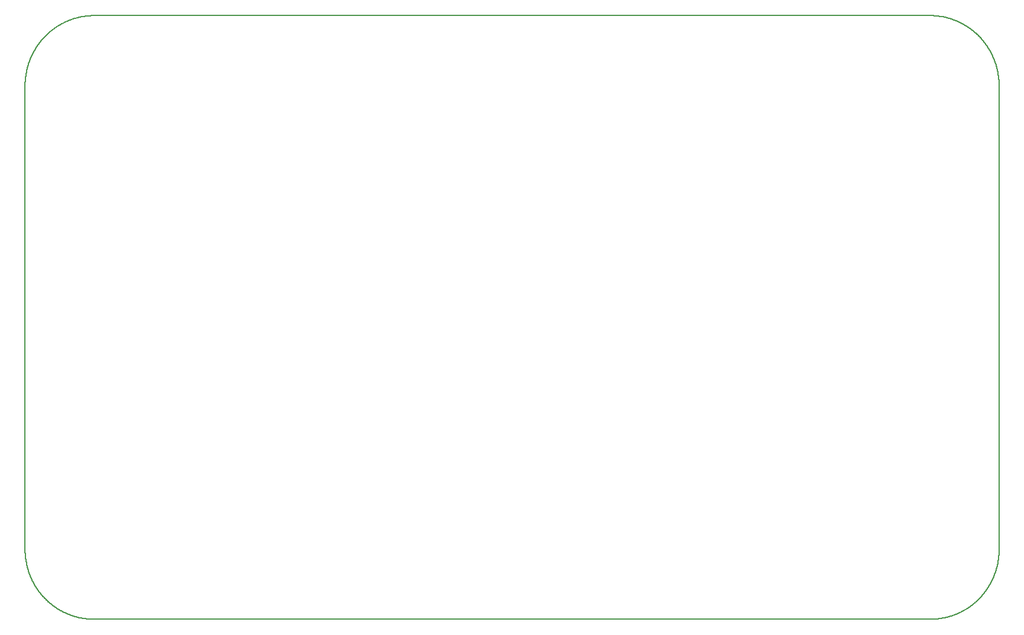
<source format=gm1>
G04 MADE WITH FRITZING*
G04 WWW.FRITZING.ORG*
G04 DOUBLE SIDED*
G04 HOLES PLATED*
G04 CONTOUR ON CENTER OF CONTOUR VECTOR*
%ASAXBY*%
%FSLAX23Y23*%
%MOIN*%
%OFA0B0*%
%SFA1.0B1.0*%
%ADD10C,0.008*%
%LNCONTOUR*%
G90*
G70*
G54D10*
X368Y3405D02*
X369Y3405D01*
X370Y3405D01*
X371Y3405D01*
X372Y3405D01*
X373Y3405D01*
X374Y3405D01*
X375Y3405D01*
X376Y3405D01*
X377Y3405D01*
X378Y3405D01*
X379Y3405D01*
X380Y3405D01*
X381Y3405D01*
X382Y3405D01*
X383Y3405D01*
X384Y3405D01*
X385Y3405D01*
X386Y3405D01*
X387Y3405D01*
X388Y3405D01*
X389Y3405D01*
X390Y3405D01*
X391Y3405D01*
X392Y3405D01*
X393Y3405D01*
X394Y3405D01*
X395Y3405D01*
X396Y3405D01*
X397Y3405D01*
X398Y3405D01*
X399Y3405D01*
X400Y3405D01*
X401Y3405D01*
X402Y3405D01*
X403Y3405D01*
X404Y3405D01*
X405Y3405D01*
X406Y3405D01*
X407Y3405D01*
X408Y3405D01*
X409Y3405D01*
X410Y3405D01*
X411Y3405D01*
X412Y3405D01*
X413Y3405D01*
X414Y3405D01*
X415Y3405D01*
X416Y3405D01*
X417Y3405D01*
X418Y3405D01*
X419Y3405D01*
X420Y3405D01*
X421Y3405D01*
X422Y3405D01*
X423Y3405D01*
X424Y3405D01*
X425Y3405D01*
X426Y3405D01*
X427Y3405D01*
X428Y3405D01*
X429Y3405D01*
X430Y3405D01*
X431Y3405D01*
X432Y3405D01*
X433Y3405D01*
X434Y3405D01*
X435Y3405D01*
X436Y3405D01*
X437Y3405D01*
X438Y3405D01*
X439Y3405D01*
X440Y3405D01*
X441Y3405D01*
X442Y3405D01*
X443Y3405D01*
X444Y3405D01*
X445Y3405D01*
X446Y3405D01*
X447Y3405D01*
X448Y3405D01*
X449Y3405D01*
X450Y3405D01*
X451Y3405D01*
X452Y3405D01*
X453Y3405D01*
X454Y3405D01*
X455Y3405D01*
X456Y3405D01*
X457Y3405D01*
X458Y3405D01*
X459Y3405D01*
X460Y3405D01*
X461Y3405D01*
X462Y3405D01*
X463Y3405D01*
X464Y3405D01*
X465Y3405D01*
X466Y3405D01*
X467Y3405D01*
X468Y3405D01*
X469Y3405D01*
X470Y3405D01*
X471Y3405D01*
X472Y3405D01*
X473Y3405D01*
X474Y3405D01*
X475Y3405D01*
X476Y3405D01*
X477Y3405D01*
X478Y3405D01*
X479Y3405D01*
X480Y3405D01*
X481Y3405D01*
X482Y3405D01*
X483Y3405D01*
X484Y3405D01*
X485Y3405D01*
X486Y3405D01*
X487Y3405D01*
X488Y3405D01*
X489Y3405D01*
X490Y3405D01*
X491Y3405D01*
X492Y3405D01*
X493Y3405D01*
X494Y3405D01*
X495Y3405D01*
X496Y3405D01*
X497Y3405D01*
X498Y3405D01*
X499Y3405D01*
X500Y3405D01*
X501Y3405D01*
X502Y3405D01*
X503Y3405D01*
X504Y3405D01*
X505Y3405D01*
X506Y3405D01*
X507Y3405D01*
X508Y3405D01*
X509Y3405D01*
X510Y3405D01*
X511Y3405D01*
X512Y3405D01*
X513Y3405D01*
X514Y3405D01*
X515Y3405D01*
X516Y3405D01*
X517Y3405D01*
X518Y3405D01*
X519Y3405D01*
X520Y3405D01*
X521Y3405D01*
X522Y3405D01*
X523Y3405D01*
X524Y3405D01*
X525Y3405D01*
X526Y3405D01*
X527Y3405D01*
X528Y3405D01*
X529Y3405D01*
X530Y3405D01*
X531Y3405D01*
X532Y3405D01*
X533Y3405D01*
X534Y3405D01*
X535Y3405D01*
X536Y3405D01*
X537Y3405D01*
X538Y3405D01*
X539Y3405D01*
X540Y3405D01*
X541Y3405D01*
X542Y3405D01*
X543Y3405D01*
X544Y3405D01*
X545Y3405D01*
X546Y3405D01*
X547Y3405D01*
X548Y3405D01*
X549Y3405D01*
X550Y3405D01*
X551Y3405D01*
X552Y3405D01*
X553Y3405D01*
X554Y3405D01*
X555Y3405D01*
X556Y3405D01*
X557Y3405D01*
X558Y3405D01*
X559Y3405D01*
X560Y3405D01*
X561Y3405D01*
X562Y3405D01*
X563Y3405D01*
X564Y3405D01*
X565Y3405D01*
X566Y3405D01*
X567Y3405D01*
X568Y3405D01*
X569Y3405D01*
X570Y3405D01*
X571Y3405D01*
X572Y3405D01*
X573Y3405D01*
X574Y3405D01*
X575Y3405D01*
X576Y3405D01*
X577Y3405D01*
X578Y3405D01*
X579Y3405D01*
X580Y3405D01*
X581Y3405D01*
X582Y3405D01*
X583Y3405D01*
X584Y3405D01*
X585Y3405D01*
X586Y3405D01*
X587Y3405D01*
X588Y3405D01*
X589Y3405D01*
X590Y3405D01*
X591Y3405D01*
X592Y3405D01*
X593Y3405D01*
X594Y3405D01*
X595Y3405D01*
X596Y3405D01*
X597Y3405D01*
X598Y3405D01*
X599Y3405D01*
X600Y3405D01*
X601Y3405D01*
X602Y3405D01*
X603Y3405D01*
X604Y3405D01*
X605Y3405D01*
X606Y3405D01*
X607Y3405D01*
X608Y3405D01*
X609Y3405D01*
X610Y3405D01*
X611Y3405D01*
X612Y3405D01*
X613Y3405D01*
X614Y3405D01*
X615Y3405D01*
X616Y3405D01*
X617Y3405D01*
X618Y3405D01*
X619Y3405D01*
X620Y3405D01*
X621Y3405D01*
X622Y3405D01*
X623Y3405D01*
X624Y3405D01*
X625Y3405D01*
X626Y3405D01*
X627Y3405D01*
X628Y3405D01*
X629Y3405D01*
X630Y3405D01*
X631Y3405D01*
X632Y3405D01*
X633Y3405D01*
X634Y3405D01*
X635Y3405D01*
X636Y3405D01*
X637Y3405D01*
X638Y3405D01*
X639Y3405D01*
X640Y3405D01*
X641Y3405D01*
X642Y3405D01*
X643Y3405D01*
X644Y3405D01*
X645Y3405D01*
X646Y3405D01*
X647Y3405D01*
X648Y3405D01*
X649Y3405D01*
X650Y3405D01*
X651Y3405D01*
X652Y3405D01*
X653Y3405D01*
X654Y3405D01*
X655Y3405D01*
X656Y3405D01*
X657Y3405D01*
X658Y3405D01*
X659Y3405D01*
X660Y3405D01*
X661Y3405D01*
X662Y3405D01*
X663Y3405D01*
X664Y3405D01*
X665Y3405D01*
X666Y3405D01*
X667Y3405D01*
X668Y3405D01*
X669Y3405D01*
X670Y3405D01*
X671Y3405D01*
X672Y3405D01*
X673Y3405D01*
X674Y3405D01*
X675Y3405D01*
X676Y3405D01*
X677Y3405D01*
X678Y3405D01*
X679Y3405D01*
X680Y3405D01*
X681Y3405D01*
X682Y3405D01*
X683Y3405D01*
X684Y3405D01*
X685Y3405D01*
X686Y3405D01*
X687Y3405D01*
X688Y3405D01*
X689Y3405D01*
X690Y3405D01*
X691Y3405D01*
X692Y3405D01*
X693Y3405D01*
X694Y3405D01*
X695Y3405D01*
X696Y3405D01*
X697Y3405D01*
X698Y3405D01*
X699Y3405D01*
X700Y3405D01*
X701Y3405D01*
X702Y3405D01*
X703Y3405D01*
X704Y3405D01*
X705Y3405D01*
X706Y3405D01*
X707Y3405D01*
X708Y3405D01*
X709Y3405D01*
X710Y3405D01*
X711Y3405D01*
X712Y3405D01*
X713Y3405D01*
X714Y3405D01*
X715Y3405D01*
X716Y3405D01*
X717Y3405D01*
X718Y3405D01*
X719Y3405D01*
X720Y3405D01*
X721Y3405D01*
X722Y3405D01*
X723Y3405D01*
X724Y3405D01*
X725Y3405D01*
X726Y3405D01*
X727Y3405D01*
X728Y3405D01*
X729Y3405D01*
X730Y3405D01*
X731Y3405D01*
X732Y3405D01*
X733Y3405D01*
X734Y3405D01*
X735Y3405D01*
X736Y3405D01*
X737Y3405D01*
X738Y3405D01*
X739Y3405D01*
X740Y3405D01*
X741Y3405D01*
X742Y3405D01*
X743Y3405D01*
X744Y3405D01*
X745Y3405D01*
X746Y3405D01*
X747Y3405D01*
X748Y3405D01*
X749Y3405D01*
X750Y3405D01*
X751Y3405D01*
X752Y3405D01*
X753Y3405D01*
X754Y3405D01*
X755Y3405D01*
X756Y3405D01*
X757Y3405D01*
X758Y3405D01*
X759Y3405D01*
X760Y3405D01*
X761Y3405D01*
X762Y3405D01*
X763Y3405D01*
X764Y3405D01*
X765Y3405D01*
X766Y3405D01*
X767Y3405D01*
X768Y3405D01*
X769Y3405D01*
X770Y3405D01*
X771Y3405D01*
X772Y3405D01*
X773Y3405D01*
X774Y3405D01*
X775Y3405D01*
X776Y3405D01*
X777Y3405D01*
X778Y3405D01*
X779Y3405D01*
X780Y3405D01*
X781Y3405D01*
X782Y3405D01*
X783Y3405D01*
X784Y3405D01*
X785Y3405D01*
X786Y3405D01*
X787Y3405D01*
X788Y3405D01*
X789Y3405D01*
X790Y3405D01*
X791Y3405D01*
X792Y3405D01*
X793Y3405D01*
X794Y3405D01*
X795Y3405D01*
X796Y3405D01*
X797Y3405D01*
X798Y3405D01*
X799Y3405D01*
X800Y3405D01*
X801Y3405D01*
X802Y3405D01*
X803Y3405D01*
X804Y3405D01*
X805Y3405D01*
X806Y3405D01*
X807Y3405D01*
X808Y3405D01*
X809Y3405D01*
X810Y3405D01*
X811Y3405D01*
X812Y3405D01*
X813Y3405D01*
X814Y3405D01*
X815Y3405D01*
X816Y3405D01*
X817Y3405D01*
X818Y3405D01*
X819Y3405D01*
X820Y3405D01*
X821Y3405D01*
X822Y3405D01*
X823Y3405D01*
X824Y3405D01*
X825Y3405D01*
X826Y3405D01*
X827Y3405D01*
X828Y3405D01*
X829Y3405D01*
X830Y3405D01*
X831Y3405D01*
X832Y3405D01*
X833Y3405D01*
X834Y3405D01*
X835Y3405D01*
X836Y3405D01*
X837Y3405D01*
X838Y3405D01*
X839Y3405D01*
X840Y3405D01*
X841Y3405D01*
X842Y3405D01*
X843Y3405D01*
X844Y3405D01*
X845Y3405D01*
X846Y3405D01*
X847Y3405D01*
X848Y3405D01*
X849Y3405D01*
X850Y3405D01*
X851Y3405D01*
X852Y3405D01*
X853Y3405D01*
X854Y3405D01*
X855Y3405D01*
X856Y3405D01*
X857Y3405D01*
X858Y3405D01*
X859Y3405D01*
X860Y3405D01*
X861Y3405D01*
X862Y3405D01*
X863Y3405D01*
X864Y3405D01*
X865Y3405D01*
X866Y3405D01*
X867Y3405D01*
X868Y3405D01*
X869Y3405D01*
X870Y3405D01*
X871Y3405D01*
X872Y3405D01*
X873Y3405D01*
X874Y3405D01*
X875Y3405D01*
X876Y3405D01*
X877Y3405D01*
X878Y3405D01*
X879Y3405D01*
X880Y3405D01*
X881Y3405D01*
X882Y3405D01*
X883Y3405D01*
X884Y3405D01*
X885Y3405D01*
X886Y3405D01*
X887Y3405D01*
X888Y3405D01*
X889Y3405D01*
X890Y3405D01*
X891Y3405D01*
X892Y3405D01*
X893Y3405D01*
X894Y3405D01*
X895Y3405D01*
X896Y3405D01*
X897Y3405D01*
X898Y3405D01*
X899Y3405D01*
X900Y3405D01*
X901Y3405D01*
X902Y3405D01*
X903Y3405D01*
X904Y3405D01*
X905Y3405D01*
X906Y3405D01*
X907Y3405D01*
X908Y3405D01*
X909Y3405D01*
X910Y3405D01*
X911Y3405D01*
X912Y3405D01*
X913Y3405D01*
X914Y3405D01*
X915Y3405D01*
X916Y3405D01*
X917Y3405D01*
X918Y3405D01*
X919Y3405D01*
X920Y3405D01*
X921Y3405D01*
X922Y3405D01*
X923Y3405D01*
X924Y3405D01*
X925Y3405D01*
X926Y3405D01*
X927Y3405D01*
X928Y3405D01*
X929Y3405D01*
X930Y3405D01*
X931Y3405D01*
X932Y3405D01*
X933Y3405D01*
X934Y3405D01*
X935Y3405D01*
X936Y3405D01*
X937Y3405D01*
X938Y3405D01*
X939Y3405D01*
X940Y3405D01*
X941Y3405D01*
X942Y3405D01*
X943Y3405D01*
X944Y3405D01*
X945Y3405D01*
X946Y3405D01*
X947Y3405D01*
X948Y3405D01*
X949Y3405D01*
X950Y3405D01*
X951Y3405D01*
X952Y3405D01*
X953Y3405D01*
X954Y3405D01*
X955Y3405D01*
X956Y3405D01*
X957Y3405D01*
X958Y3405D01*
X959Y3405D01*
X960Y3405D01*
X961Y3405D01*
X962Y3405D01*
X963Y3405D01*
X964Y3405D01*
X965Y3405D01*
X966Y3405D01*
X967Y3405D01*
X968Y3405D01*
X969Y3405D01*
X970Y3405D01*
X971Y3405D01*
X972Y3405D01*
X973Y3405D01*
X974Y3405D01*
X975Y3405D01*
X976Y3405D01*
X977Y3405D01*
X978Y3405D01*
X979Y3405D01*
X980Y3405D01*
X981Y3405D01*
X982Y3405D01*
X983Y3405D01*
X984Y3405D01*
X985Y3405D01*
X986Y3405D01*
X987Y3405D01*
X988Y3405D01*
X989Y3405D01*
X990Y3405D01*
X991Y3405D01*
X992Y3405D01*
X993Y3405D01*
X994Y3405D01*
X995Y3405D01*
X996Y3405D01*
X997Y3405D01*
X998Y3405D01*
X999Y3405D01*
X1000Y3405D01*
X1001Y3405D01*
X1002Y3405D01*
X1003Y3405D01*
X1004Y3405D01*
X1005Y3405D01*
X1006Y3405D01*
X1007Y3405D01*
X1008Y3405D01*
X1009Y3405D01*
X1010Y3405D01*
X1011Y3405D01*
X1012Y3405D01*
X1013Y3405D01*
X1014Y3405D01*
X1015Y3405D01*
X1016Y3405D01*
X1017Y3405D01*
X1018Y3405D01*
X1019Y3405D01*
X1020Y3405D01*
X1021Y3405D01*
X1022Y3405D01*
X1023Y3405D01*
X1024Y3405D01*
X1025Y3405D01*
X1026Y3405D01*
X1027Y3405D01*
X1028Y3405D01*
X1029Y3405D01*
X1030Y3405D01*
X1031Y3405D01*
X1032Y3405D01*
X1033Y3405D01*
X1034Y3405D01*
X1035Y3405D01*
X1036Y3405D01*
X1037Y3405D01*
X1038Y3405D01*
X1039Y3405D01*
X1040Y3405D01*
X1041Y3405D01*
X1042Y3405D01*
X1043Y3405D01*
X1044Y3405D01*
X1045Y3405D01*
X1046Y3405D01*
X1047Y3405D01*
X1048Y3405D01*
X1049Y3405D01*
X1050Y3405D01*
X1051Y3405D01*
X1052Y3405D01*
X1053Y3405D01*
X1054Y3405D01*
X1055Y3405D01*
X1056Y3405D01*
X1057Y3405D01*
X1058Y3405D01*
X1059Y3405D01*
X1060Y3405D01*
X1061Y3405D01*
X1062Y3405D01*
X1063Y3405D01*
X1064Y3405D01*
X1065Y3405D01*
X1066Y3405D01*
X1067Y3405D01*
X1068Y3405D01*
X1069Y3405D01*
X1070Y3405D01*
X1071Y3405D01*
X1072Y3405D01*
X1073Y3405D01*
X1074Y3405D01*
X1075Y3405D01*
X1076Y3405D01*
X1077Y3405D01*
X1078Y3405D01*
X1079Y3405D01*
X1080Y3405D01*
X1081Y3405D01*
X1082Y3405D01*
X1083Y3405D01*
X1084Y3405D01*
X1085Y3405D01*
X1086Y3405D01*
X1087Y3405D01*
X1088Y3405D01*
X1089Y3405D01*
X1090Y3405D01*
X1091Y3405D01*
X1092Y3405D01*
X1093Y3405D01*
X1094Y3405D01*
X1095Y3405D01*
X1096Y3405D01*
X1097Y3405D01*
X1098Y3405D01*
X1099Y3405D01*
X1100Y3405D01*
X1101Y3405D01*
X1102Y3405D01*
X1103Y3405D01*
X1104Y3405D01*
X1105Y3405D01*
X1106Y3405D01*
X1107Y3405D01*
X1108Y3405D01*
X1109Y3405D01*
X1110Y3405D01*
X1111Y3405D01*
X1112Y3405D01*
X1113Y3405D01*
X1114Y3405D01*
X1115Y3405D01*
X1116Y3405D01*
X1117Y3405D01*
X1118Y3405D01*
X1119Y3405D01*
X1120Y3405D01*
X1121Y3405D01*
X1122Y3405D01*
X1123Y3405D01*
X1124Y3405D01*
X1125Y3405D01*
X1126Y3405D01*
X1127Y3405D01*
X1128Y3405D01*
X1129Y3405D01*
X1130Y3405D01*
X1131Y3405D01*
X1132Y3405D01*
X1133Y3405D01*
X1134Y3405D01*
X1135Y3405D01*
X1136Y3405D01*
X1137Y3405D01*
X1138Y3405D01*
X1139Y3405D01*
X1140Y3405D01*
X1141Y3405D01*
X1142Y3405D01*
X1143Y3405D01*
X1144Y3405D01*
X1145Y3405D01*
X1146Y3405D01*
X1147Y3405D01*
X1148Y3405D01*
X1149Y3405D01*
X1150Y3405D01*
X1151Y3405D01*
X1152Y3405D01*
X1153Y3405D01*
X1154Y3405D01*
X1155Y3405D01*
X1156Y3405D01*
X1157Y3405D01*
X1158Y3405D01*
X1159Y3405D01*
X1160Y3405D01*
X1161Y3405D01*
X1162Y3405D01*
X1163Y3405D01*
X1164Y3405D01*
X1165Y3405D01*
X1166Y3405D01*
X1167Y3405D01*
X1168Y3405D01*
X1169Y3405D01*
X1170Y3405D01*
X1171Y3405D01*
X1172Y3405D01*
X1173Y3405D01*
X1174Y3405D01*
X1175Y3405D01*
X1176Y3405D01*
X1177Y3405D01*
X1178Y3405D01*
X1179Y3405D01*
X1180Y3405D01*
X1181Y3405D01*
X1182Y3405D01*
X1183Y3405D01*
X1184Y3405D01*
X1185Y3405D01*
X1186Y3405D01*
X1187Y3405D01*
X1188Y3405D01*
X1189Y3405D01*
X1190Y3405D01*
X1191Y3405D01*
X1192Y3405D01*
X1193Y3405D01*
X1194Y3405D01*
X1195Y3405D01*
X1196Y3405D01*
X1197Y3405D01*
X1198Y3405D01*
X1199Y3405D01*
X1200Y3405D01*
X1201Y3405D01*
X1202Y3405D01*
X1203Y3405D01*
X1204Y3405D01*
X1205Y3405D01*
X1206Y3405D01*
X1207Y3405D01*
X1208Y3405D01*
X1209Y3405D01*
X1210Y3405D01*
X1211Y3405D01*
X1212Y3405D01*
X1213Y3405D01*
X1214Y3405D01*
X1215Y3405D01*
X1216Y3405D01*
X1217Y3405D01*
X1218Y3405D01*
X1219Y3405D01*
X1220Y3405D01*
X1221Y3405D01*
X1222Y3405D01*
X1223Y3405D01*
X1224Y3405D01*
X1225Y3405D01*
X1226Y3405D01*
X1227Y3405D01*
X1228Y3405D01*
X1229Y3405D01*
X1230Y3405D01*
X1231Y3405D01*
X1232Y3405D01*
X1233Y3405D01*
X1234Y3405D01*
X1235Y3405D01*
X1236Y3405D01*
X1237Y3405D01*
X1238Y3405D01*
X1239Y3405D01*
X1240Y3405D01*
X1241Y3405D01*
X1242Y3405D01*
X1243Y3405D01*
X1244Y3405D01*
X1245Y3405D01*
X1246Y3405D01*
X1247Y3405D01*
X1248Y3405D01*
X1249Y3405D01*
X1250Y3405D01*
X1251Y3405D01*
X1252Y3405D01*
X1253Y3405D01*
X1254Y3405D01*
X1255Y3405D01*
X1256Y3405D01*
X1257Y3405D01*
X1258Y3405D01*
X1259Y3405D01*
X1260Y3405D01*
X1261Y3405D01*
X1262Y3405D01*
X1263Y3405D01*
X1264Y3405D01*
X1265Y3405D01*
X1266Y3405D01*
X1267Y3405D01*
X1268Y3405D01*
X1269Y3405D01*
X1270Y3405D01*
X1271Y3405D01*
X1272Y3405D01*
X1273Y3405D01*
X1274Y3405D01*
X1275Y3405D01*
X1276Y3405D01*
X1277Y3405D01*
X1278Y3405D01*
X1279Y3405D01*
X1280Y3405D01*
X1281Y3405D01*
X1282Y3405D01*
X1283Y3405D01*
X1284Y3405D01*
X1285Y3405D01*
X1286Y3405D01*
X1287Y3405D01*
X1288Y3405D01*
X1289Y3405D01*
X1290Y3405D01*
X1291Y3405D01*
X1292Y3405D01*
X1293Y3405D01*
X1294Y3405D01*
X1295Y3405D01*
X1296Y3405D01*
X1297Y3405D01*
X1298Y3405D01*
X1299Y3405D01*
X1300Y3405D01*
X1301Y3405D01*
X1302Y3405D01*
X1303Y3405D01*
X1304Y3405D01*
X1305Y3405D01*
X1306Y3405D01*
X1307Y3405D01*
X1308Y3405D01*
X1309Y3405D01*
X1310Y3405D01*
X1311Y3405D01*
X1312Y3405D01*
X1313Y3405D01*
X1314Y3405D01*
X1315Y3405D01*
X1316Y3405D01*
X1317Y3405D01*
X1318Y3405D01*
X1319Y3405D01*
X1320Y3405D01*
X1321Y3405D01*
X1322Y3405D01*
X1323Y3405D01*
X1324Y3405D01*
X1325Y3405D01*
X1326Y3405D01*
X1327Y3405D01*
X1328Y3405D01*
X1329Y3405D01*
X1330Y3405D01*
X1331Y3405D01*
X1332Y3405D01*
X1333Y3405D01*
X1334Y3405D01*
X1335Y3405D01*
X1336Y3405D01*
X1337Y3405D01*
X1338Y3405D01*
X1339Y3405D01*
X1340Y3405D01*
X1341Y3405D01*
X1342Y3405D01*
X1343Y3405D01*
X1344Y3405D01*
X1345Y3405D01*
X1346Y3405D01*
X1347Y3405D01*
X1348Y3405D01*
X1349Y3405D01*
X1350Y3405D01*
X1351Y3405D01*
X1352Y3405D01*
X1353Y3405D01*
X1354Y3405D01*
X1355Y3405D01*
X1356Y3405D01*
X1357Y3405D01*
X1358Y3405D01*
X1359Y3405D01*
X1360Y3405D01*
X1361Y3405D01*
X1362Y3405D01*
X1363Y3405D01*
X1364Y3405D01*
X1365Y3405D01*
X1366Y3405D01*
X1367Y3405D01*
X1368Y3405D01*
X1369Y3405D01*
X1370Y3405D01*
X1371Y3405D01*
X1372Y3405D01*
X1373Y3405D01*
X1374Y3405D01*
X1375Y3405D01*
X1376Y3405D01*
X1377Y3405D01*
X1378Y3405D01*
X1379Y3405D01*
X1380Y3405D01*
X1381Y3405D01*
X1382Y3405D01*
X1383Y3405D01*
X1384Y3405D01*
X1385Y3405D01*
X1386Y3405D01*
X1387Y3405D01*
X1388Y3405D01*
X1389Y3405D01*
X1390Y3405D01*
X1391Y3405D01*
X1392Y3405D01*
X1393Y3405D01*
X1394Y3405D01*
X1395Y3405D01*
X1396Y3405D01*
X1397Y3405D01*
X1398Y3405D01*
X1399Y3405D01*
X1400Y3405D01*
X1401Y3405D01*
X1402Y3405D01*
X1403Y3405D01*
X1404Y3405D01*
X1405Y3405D01*
X1406Y3405D01*
X1407Y3405D01*
X1408Y3405D01*
X1409Y3405D01*
X1410Y3405D01*
X1411Y3405D01*
X1412Y3405D01*
X1413Y3405D01*
X1414Y3405D01*
X1415Y3405D01*
X1416Y3405D01*
X1417Y3405D01*
X1418Y3405D01*
X1419Y3405D01*
X1420Y3405D01*
X1421Y3405D01*
X1422Y3405D01*
X1423Y3405D01*
X1424Y3405D01*
X1425Y3405D01*
X1426Y3405D01*
X1427Y3405D01*
X1428Y3405D01*
X1429Y3405D01*
X1430Y3405D01*
X1431Y3405D01*
X1432Y3405D01*
X1433Y3405D01*
X1434Y3405D01*
X1435Y3405D01*
X1436Y3405D01*
X1437Y3405D01*
X1438Y3405D01*
X1439Y3405D01*
X1440Y3405D01*
X1441Y3405D01*
X1442Y3405D01*
X1443Y3405D01*
X1444Y3405D01*
X1445Y3405D01*
X1446Y3405D01*
X1447Y3405D01*
X1448Y3405D01*
X1449Y3405D01*
X1450Y3405D01*
X1451Y3405D01*
X1452Y3405D01*
X1453Y3405D01*
X1454Y3405D01*
X1455Y3405D01*
X1456Y3405D01*
X1457Y3405D01*
X1458Y3405D01*
X1459Y3405D01*
X1460Y3405D01*
X1461Y3405D01*
X1462Y3405D01*
X1463Y3405D01*
X1464Y3405D01*
X1465Y3405D01*
X1466Y3405D01*
X1467Y3405D01*
X1468Y3405D01*
X1469Y3405D01*
X1470Y3405D01*
X1471Y3405D01*
X1472Y3405D01*
X1473Y3405D01*
X1474Y3405D01*
X1475Y3405D01*
X1476Y3405D01*
X1477Y3405D01*
X1478Y3405D01*
X1479Y3405D01*
X1480Y3405D01*
X1481Y3405D01*
X1482Y3405D01*
X1483Y3405D01*
X1484Y3405D01*
X1485Y3405D01*
X1486Y3405D01*
X1487Y3405D01*
X1488Y3405D01*
X1489Y3405D01*
X1490Y3405D01*
X1491Y3405D01*
X1492Y3405D01*
X1493Y3405D01*
X1494Y3405D01*
X1495Y3405D01*
X1496Y3405D01*
X1497Y3405D01*
X1498Y3405D01*
X1499Y3405D01*
X1500Y3405D01*
X1501Y3405D01*
X1502Y3405D01*
X1503Y3405D01*
X1504Y3405D01*
X1505Y3405D01*
X1506Y3405D01*
X1507Y3405D01*
X1508Y3405D01*
X1509Y3405D01*
X1510Y3405D01*
X1511Y3405D01*
X1512Y3405D01*
X1513Y3405D01*
X1514Y3405D01*
X1515Y3405D01*
X1516Y3405D01*
X1517Y3405D01*
X1518Y3405D01*
X1519Y3405D01*
X1520Y3405D01*
X1521Y3405D01*
X1522Y3405D01*
X1523Y3405D01*
X1524Y3405D01*
X1525Y3405D01*
X1526Y3405D01*
X1527Y3405D01*
X1528Y3405D01*
X1529Y3405D01*
X1530Y3405D01*
X1531Y3405D01*
X1532Y3405D01*
X1533Y3405D01*
X1534Y3405D01*
X1535Y3405D01*
X1536Y3405D01*
X1537Y3405D01*
X1538Y3405D01*
X1539Y3405D01*
X1540Y3405D01*
X1541Y3405D01*
X1542Y3405D01*
X1543Y3405D01*
X1544Y3405D01*
X1545Y3405D01*
X1546Y3405D01*
X1547Y3405D01*
X1548Y3405D01*
X1549Y3405D01*
X1550Y3405D01*
X1551Y3405D01*
X1552Y3405D01*
X1553Y3405D01*
X1554Y3405D01*
X1555Y3405D01*
X1556Y3405D01*
X1557Y3405D01*
X1558Y3405D01*
X1559Y3405D01*
X1560Y3405D01*
X1561Y3405D01*
X1562Y3405D01*
X1563Y3405D01*
X1564Y3405D01*
X1565Y3405D01*
X1566Y3405D01*
X1567Y3405D01*
X1568Y3405D01*
X1569Y3405D01*
X1570Y3405D01*
X1571Y3405D01*
X1572Y3405D01*
X1573Y3405D01*
X1574Y3405D01*
X1575Y3405D01*
X1576Y3405D01*
X1577Y3405D01*
X1578Y3405D01*
X1579Y3405D01*
X1580Y3405D01*
X1581Y3405D01*
X1582Y3405D01*
X1583Y3405D01*
X1584Y3405D01*
X1585Y3405D01*
X1586Y3405D01*
X1587Y3405D01*
X1588Y3405D01*
X1589Y3405D01*
X1590Y3405D01*
X1591Y3405D01*
X1592Y3405D01*
X1593Y3405D01*
X1594Y3405D01*
X1595Y3405D01*
X1596Y3405D01*
X1597Y3405D01*
X1598Y3405D01*
X1599Y3405D01*
X1600Y3405D01*
X1601Y3405D01*
X1602Y3405D01*
X1603Y3405D01*
X1604Y3405D01*
X1605Y3405D01*
X1606Y3405D01*
X1607Y3405D01*
X1608Y3405D01*
X1609Y3405D01*
X1610Y3405D01*
X1611Y3405D01*
X1612Y3405D01*
X1613Y3405D01*
X1614Y3405D01*
X1615Y3405D01*
X1616Y3405D01*
X1617Y3405D01*
X1618Y3405D01*
X1619Y3405D01*
X1620Y3405D01*
X1621Y3405D01*
X1622Y3405D01*
X1623Y3405D01*
X1624Y3405D01*
X1625Y3405D01*
X1626Y3405D01*
X1627Y3405D01*
X1628Y3405D01*
X1629Y3405D01*
X1630Y3405D01*
X1631Y3405D01*
X1632Y3405D01*
X1633Y3405D01*
X1634Y3405D01*
X1635Y3405D01*
X1636Y3405D01*
X1637Y3405D01*
X1638Y3405D01*
X1639Y3405D01*
X1640Y3405D01*
X1641Y3405D01*
X1642Y3405D01*
X1643Y3405D01*
X1644Y3405D01*
X1645Y3405D01*
X1646Y3405D01*
X1647Y3405D01*
X1648Y3405D01*
X1649Y3405D01*
X1650Y3405D01*
X1651Y3405D01*
X1652Y3405D01*
X1653Y3405D01*
X1654Y3405D01*
X1655Y3405D01*
X1656Y3405D01*
X1657Y3405D01*
X1658Y3405D01*
X1659Y3405D01*
X1660Y3405D01*
X1661Y3405D01*
X1662Y3405D01*
X1663Y3405D01*
X1664Y3405D01*
X1665Y3405D01*
X1666Y3405D01*
X1667Y3405D01*
X1668Y3405D01*
X1669Y3405D01*
X1670Y3405D01*
X1671Y3405D01*
X1672Y3405D01*
X1673Y3405D01*
X1674Y3405D01*
X1675Y3405D01*
X1676Y3405D01*
X1677Y3405D01*
X1678Y3405D01*
X1679Y3405D01*
X1680Y3405D01*
X1681Y3405D01*
X1682Y3405D01*
X1683Y3405D01*
X1684Y3405D01*
X1685Y3405D01*
X1686Y3405D01*
X1687Y3405D01*
X1688Y3405D01*
X1689Y3405D01*
X1690Y3405D01*
X1691Y3405D01*
X1692Y3405D01*
X1693Y3405D01*
X1694Y3405D01*
X1695Y3405D01*
X1696Y3405D01*
X1697Y3405D01*
X1698Y3405D01*
X1699Y3405D01*
X1700Y3405D01*
X1701Y3405D01*
X1702Y3405D01*
X1703Y3405D01*
X1704Y3405D01*
X1705Y3405D01*
X1706Y3405D01*
X1707Y3405D01*
X1708Y3405D01*
X1709Y3405D01*
X1710Y3405D01*
X1711Y3405D01*
X1712Y3405D01*
X1713Y3405D01*
X1714Y3405D01*
X1715Y3405D01*
X1716Y3405D01*
X1717Y3405D01*
X1718Y3405D01*
X1719Y3405D01*
X1720Y3405D01*
X1721Y3405D01*
X1722Y3405D01*
X1723Y3405D01*
X1724Y3405D01*
X1725Y3405D01*
X1726Y3405D01*
X1727Y3405D01*
X1728Y3405D01*
X1729Y3405D01*
X1730Y3405D01*
X1731Y3405D01*
X1732Y3405D01*
X1733Y3405D01*
X1734Y3405D01*
X1735Y3405D01*
X1736Y3405D01*
X1737Y3405D01*
X1738Y3405D01*
X1739Y3405D01*
X1740Y3405D01*
X1741Y3405D01*
X1742Y3405D01*
X1743Y3405D01*
X1744Y3405D01*
X1745Y3405D01*
X1746Y3405D01*
X1747Y3405D01*
X1748Y3405D01*
X1749Y3405D01*
X1750Y3405D01*
X1751Y3405D01*
X1752Y3405D01*
X1753Y3405D01*
X1754Y3405D01*
X1755Y3405D01*
X1756Y3405D01*
X1757Y3405D01*
X1758Y3405D01*
X1759Y3405D01*
X1760Y3405D01*
X1761Y3405D01*
X1762Y3405D01*
X1763Y3405D01*
X1764Y3405D01*
X1765Y3405D01*
X1766Y3405D01*
X1767Y3405D01*
X1768Y3405D01*
X1769Y3405D01*
X1770Y3405D01*
X1771Y3405D01*
X1772Y3405D01*
X1773Y3405D01*
X1774Y3405D01*
X1775Y3405D01*
X1776Y3405D01*
X1777Y3405D01*
X1778Y3405D01*
X1779Y3405D01*
X1780Y3405D01*
X1781Y3405D01*
X1782Y3405D01*
X1783Y3405D01*
X1784Y3405D01*
X1785Y3405D01*
X1786Y3405D01*
X1787Y3405D01*
X1788Y3405D01*
X1789Y3405D01*
X1790Y3405D01*
X1791Y3405D01*
X1792Y3405D01*
X1793Y3405D01*
X1794Y3405D01*
X1795Y3405D01*
X1796Y3405D01*
X1797Y3405D01*
X1798Y3405D01*
X1799Y3405D01*
X1800Y3405D01*
X1801Y3405D01*
X1802Y3405D01*
X1803Y3405D01*
X1804Y3405D01*
X1805Y3405D01*
X1806Y3405D01*
X1807Y3405D01*
X1808Y3405D01*
X1809Y3405D01*
X1810Y3405D01*
X1811Y3405D01*
X1812Y3405D01*
X1813Y3405D01*
X1814Y3405D01*
X1815Y3405D01*
X1816Y3405D01*
X1817Y3405D01*
X1818Y3405D01*
X1819Y3405D01*
X1820Y3405D01*
X1821Y3405D01*
X1822Y3405D01*
X1823Y3405D01*
X1824Y3405D01*
X1825Y3405D01*
X1826Y3405D01*
X1827Y3405D01*
X1828Y3405D01*
X1829Y3405D01*
X1830Y3405D01*
X1831Y3405D01*
X1832Y3405D01*
X1833Y3405D01*
X1834Y3405D01*
X1835Y3405D01*
X1836Y3405D01*
X1837Y3405D01*
X1838Y3405D01*
X1839Y3405D01*
X1840Y3405D01*
X1841Y3405D01*
X1842Y3405D01*
X1843Y3405D01*
X1844Y3405D01*
X1845Y3405D01*
X1846Y3405D01*
X1847Y3405D01*
X1848Y3405D01*
X1849Y3405D01*
X1850Y3405D01*
X1851Y3405D01*
X1852Y3405D01*
X1853Y3405D01*
X1854Y3405D01*
X1855Y3405D01*
X1856Y3405D01*
X1857Y3405D01*
X1858Y3405D01*
X1859Y3405D01*
X1860Y3405D01*
X1861Y3405D01*
X1862Y3405D01*
X1863Y3405D01*
X1864Y3405D01*
X1865Y3405D01*
X1866Y3405D01*
X1867Y3405D01*
X1868Y3405D01*
X1869Y3405D01*
X1870Y3405D01*
X1871Y3405D01*
X1872Y3405D01*
X1873Y3405D01*
X1874Y3405D01*
X1875Y3405D01*
X1876Y3405D01*
X1877Y3405D01*
X1878Y3405D01*
X1879Y3405D01*
X1880Y3405D01*
X1881Y3405D01*
X1882Y3405D01*
X1883Y3405D01*
X1884Y3405D01*
X1885Y3405D01*
X1886Y3405D01*
X1887Y3405D01*
X1888Y3405D01*
X1889Y3405D01*
X1890Y3405D01*
X1891Y3405D01*
X1892Y3405D01*
X1893Y3405D01*
X1894Y3405D01*
X1895Y3405D01*
X1896Y3405D01*
X1897Y3405D01*
X1898Y3405D01*
X1899Y3405D01*
X1900Y3405D01*
X1901Y3405D01*
X1902Y3405D01*
X1903Y3405D01*
X1904Y3405D01*
X1905Y3405D01*
X1906Y3405D01*
X1907Y3405D01*
X1908Y3405D01*
X1909Y3405D01*
X1910Y3405D01*
X1911Y3405D01*
X1912Y3405D01*
X1913Y3405D01*
X1914Y3405D01*
X1915Y3405D01*
X1916Y3405D01*
X1917Y3405D01*
X1918Y3405D01*
X1919Y3405D01*
X1920Y3405D01*
X1921Y3405D01*
X1922Y3405D01*
X1923Y3405D01*
X1924Y3405D01*
X1925Y3405D01*
X1926Y3405D01*
X1927Y3405D01*
X1928Y3405D01*
X1929Y3405D01*
X1930Y3405D01*
X1931Y3405D01*
X1932Y3405D01*
X1933Y3405D01*
X1934Y3405D01*
X1935Y3405D01*
X1936Y3405D01*
X1937Y3405D01*
X1938Y3405D01*
X1939Y3405D01*
X1940Y3405D01*
X1941Y3405D01*
X1942Y3405D01*
X1943Y3405D01*
X1944Y3405D01*
X1945Y3405D01*
X1946Y3405D01*
X1947Y3405D01*
X1948Y3405D01*
X1949Y3405D01*
X1950Y3405D01*
X1951Y3405D01*
X1952Y3405D01*
X1953Y3405D01*
X1954Y3405D01*
X1955Y3405D01*
X1956Y3405D01*
X1957Y3405D01*
X1958Y3405D01*
X1959Y3405D01*
X1960Y3405D01*
X1961Y3405D01*
X1962Y3405D01*
X1963Y3405D01*
X1964Y3405D01*
X1965Y3405D01*
X1966Y3405D01*
X1967Y3405D01*
X1968Y3405D01*
X1969Y3405D01*
X1970Y3405D01*
X1971Y3405D01*
X1972Y3405D01*
X1973Y3405D01*
X1974Y3405D01*
X1975Y3405D01*
X1976Y3405D01*
X1977Y3405D01*
X1978Y3405D01*
X1979Y3405D01*
X1980Y3405D01*
X1981Y3405D01*
X1982Y3405D01*
X1983Y3405D01*
X1984Y3405D01*
X1985Y3405D01*
X1986Y3405D01*
X1987Y3405D01*
X1988Y3405D01*
X1989Y3405D01*
X1990Y3405D01*
X1991Y3405D01*
X1992Y3405D01*
X1993Y3405D01*
X1994Y3405D01*
X1995Y3405D01*
X1996Y3405D01*
X1997Y3405D01*
X1998Y3405D01*
X1999Y3405D01*
X2000Y3405D01*
X2001Y3405D01*
X2002Y3405D01*
X2003Y3405D01*
X2004Y3405D01*
X2005Y3405D01*
X2006Y3405D01*
X2007Y3405D01*
X2008Y3405D01*
X2009Y3405D01*
X2010Y3405D01*
X2011Y3405D01*
X2012Y3405D01*
X2013Y3405D01*
X2014Y3405D01*
X2015Y3405D01*
X2016Y3405D01*
X2017Y3405D01*
X2018Y3405D01*
X2019Y3405D01*
X2020Y3405D01*
X2021Y3405D01*
X2022Y3405D01*
X2023Y3405D01*
X2024Y3405D01*
X2025Y3405D01*
X2026Y3405D01*
X2027Y3405D01*
X2028Y3405D01*
X2029Y3405D01*
X2030Y3405D01*
X2031Y3405D01*
X2032Y3405D01*
X2033Y3405D01*
X2034Y3405D01*
X2035Y3405D01*
X2036Y3405D01*
X2037Y3405D01*
X2038Y3405D01*
X2039Y3405D01*
X2040Y3405D01*
X2041Y3405D01*
X2042Y3405D01*
X2043Y3405D01*
X2044Y3405D01*
X2045Y3405D01*
X2046Y3405D01*
X2047Y3405D01*
X2048Y3405D01*
X2049Y3405D01*
X2050Y3405D01*
X2051Y3405D01*
X2052Y3405D01*
X2053Y3405D01*
X2054Y3405D01*
X2055Y3405D01*
X2056Y3405D01*
X2057Y3405D01*
X2058Y3405D01*
X2059Y3405D01*
X2060Y3405D01*
X2061Y3405D01*
X2062Y3405D01*
X2063Y3405D01*
X2064Y3405D01*
X2065Y3405D01*
X2066Y3405D01*
X2067Y3405D01*
X2068Y3405D01*
X2069Y3405D01*
X2070Y3405D01*
X2071Y3405D01*
X2072Y3405D01*
X2073Y3405D01*
X2074Y3405D01*
X2075Y3405D01*
X2076Y3405D01*
X2077Y3405D01*
X2078Y3405D01*
X2079Y3405D01*
X2080Y3405D01*
X2081Y3405D01*
X2082Y3405D01*
X2083Y3405D01*
X2084Y3405D01*
X2085Y3405D01*
X2086Y3405D01*
X2087Y3405D01*
X2088Y3405D01*
X2089Y3405D01*
X2090Y3405D01*
X2091Y3405D01*
X2092Y3405D01*
X2093Y3405D01*
X2094Y3405D01*
X2095Y3405D01*
X2096Y3405D01*
X2097Y3405D01*
X2098Y3405D01*
X2099Y3405D01*
X2100Y3405D01*
X2101Y3405D01*
X2102Y3405D01*
X2103Y3405D01*
X2104Y3405D01*
X2105Y3405D01*
X2106Y3405D01*
X2107Y3405D01*
X2108Y3405D01*
X2109Y3405D01*
X2110Y3405D01*
X2111Y3405D01*
X2112Y3405D01*
X2113Y3405D01*
X2114Y3405D01*
X2115Y3405D01*
X2116Y3405D01*
X2117Y3405D01*
X2118Y3405D01*
X2119Y3405D01*
X2120Y3405D01*
X2121Y3405D01*
X2122Y3405D01*
X2123Y3405D01*
X2124Y3405D01*
X2125Y3405D01*
X2126Y3405D01*
X2127Y3405D01*
X2128Y3405D01*
X2129Y3405D01*
X2130Y3405D01*
X2131Y3405D01*
X2132Y3405D01*
X2133Y3405D01*
X2134Y3405D01*
X2135Y3405D01*
X2136Y3405D01*
X2137Y3405D01*
X2138Y3405D01*
X2139Y3405D01*
X2140Y3405D01*
X2141Y3405D01*
X2142Y3405D01*
X2143Y3405D01*
X2144Y3405D01*
X2145Y3405D01*
X2146Y3405D01*
X2147Y3405D01*
X2148Y3405D01*
X2149Y3405D01*
X2150Y3405D01*
X2151Y3405D01*
X2152Y3405D01*
X2153Y3405D01*
X2154Y3405D01*
X2155Y3405D01*
X2156Y3405D01*
X2157Y3405D01*
X2158Y3405D01*
X2159Y3405D01*
X2160Y3405D01*
X2161Y3405D01*
X2162Y3405D01*
X2163Y3405D01*
X2164Y3405D01*
X2165Y3405D01*
X2166Y3405D01*
X2167Y3405D01*
X2168Y3405D01*
X2169Y3405D01*
X2170Y3405D01*
X2171Y3405D01*
X2172Y3405D01*
X2173Y3405D01*
X2174Y3405D01*
X2175Y3405D01*
X2176Y3405D01*
X2177Y3405D01*
X2178Y3405D01*
X2179Y3405D01*
X2180Y3405D01*
X2181Y3405D01*
X2182Y3405D01*
X2183Y3405D01*
X2184Y3405D01*
X2185Y3405D01*
X2186Y3405D01*
X2187Y3405D01*
X2188Y3405D01*
X2189Y3405D01*
X2190Y3405D01*
X2191Y3405D01*
X2192Y3405D01*
X2193Y3405D01*
X2194Y3405D01*
X2195Y3405D01*
X2196Y3405D01*
X2197Y3405D01*
X2198Y3405D01*
X2199Y3405D01*
X2200Y3405D01*
X2201Y3405D01*
X2202Y3405D01*
X2203Y3405D01*
X2204Y3405D01*
X2205Y3405D01*
X2206Y3405D01*
X2207Y3405D01*
X2208Y3405D01*
X2209Y3405D01*
X2210Y3405D01*
X2211Y3405D01*
X2212Y3405D01*
X2213Y3405D01*
X2214Y3405D01*
X2215Y3405D01*
X2216Y3405D01*
X2217Y3405D01*
X2218Y3405D01*
X2219Y3405D01*
X2220Y3405D01*
X2221Y3405D01*
X2222Y3405D01*
X2223Y3405D01*
X2224Y3405D01*
X2225Y3405D01*
X2226Y3405D01*
X2227Y3405D01*
X2228Y3405D01*
X2229Y3405D01*
X2230Y3405D01*
X2231Y3405D01*
X2232Y3405D01*
X2233Y3405D01*
X2234Y3405D01*
X2235Y3405D01*
X2236Y3405D01*
X2237Y3405D01*
X2238Y3405D01*
X2239Y3405D01*
X2240Y3405D01*
X2241Y3405D01*
X2242Y3405D01*
X2243Y3405D01*
X2244Y3405D01*
X2245Y3405D01*
X2246Y3405D01*
X2247Y3405D01*
X2248Y3405D01*
X2249Y3405D01*
X2250Y3405D01*
X2251Y3405D01*
X2252Y3405D01*
X2253Y3405D01*
X2254Y3405D01*
X2255Y3405D01*
X2256Y3405D01*
X2257Y3405D01*
X2258Y3405D01*
X2259Y3405D01*
X2260Y3405D01*
X2261Y3405D01*
X2262Y3405D01*
X2263Y3405D01*
X2264Y3405D01*
X2265Y3405D01*
X2266Y3405D01*
X2267Y3405D01*
X2268Y3405D01*
X2269Y3405D01*
X2270Y3405D01*
X2271Y3405D01*
X2272Y3405D01*
X2273Y3405D01*
X2274Y3405D01*
X2275Y3405D01*
X2276Y3405D01*
X2277Y3405D01*
X2278Y3405D01*
X2279Y3405D01*
X2280Y3405D01*
X2281Y3405D01*
X2282Y3405D01*
X2283Y3405D01*
X2284Y3405D01*
X2285Y3405D01*
X2286Y3405D01*
X2287Y3405D01*
X2288Y3405D01*
X2289Y3405D01*
X2290Y3405D01*
X2291Y3405D01*
X2292Y3405D01*
X2293Y3405D01*
X2294Y3405D01*
X2295Y3405D01*
X2296Y3405D01*
X2297Y3405D01*
X2298Y3405D01*
X2299Y3405D01*
X2300Y3405D01*
X2301Y3405D01*
X2302Y3405D01*
X2303Y3405D01*
X2304Y3405D01*
X2305Y3405D01*
X2306Y3405D01*
X2307Y3405D01*
X2308Y3405D01*
X2309Y3405D01*
X2310Y3405D01*
X2311Y3405D01*
X2312Y3405D01*
X2313Y3405D01*
X2314Y3405D01*
X2315Y3405D01*
X2316Y3405D01*
X2317Y3405D01*
X2318Y3405D01*
X2319Y3405D01*
X2320Y3405D01*
X2321Y3405D01*
X2322Y3405D01*
X2323Y3405D01*
X2324Y3405D01*
X2325Y3405D01*
X2326Y3405D01*
X2327Y3405D01*
X2328Y3405D01*
X2329Y3405D01*
X2330Y3405D01*
X2331Y3405D01*
X2332Y3405D01*
X2333Y3405D01*
X2334Y3405D01*
X2335Y3405D01*
X2336Y3405D01*
X2337Y3405D01*
X2338Y3405D01*
X2339Y3405D01*
X2340Y3405D01*
X2341Y3405D01*
X2342Y3405D01*
X2343Y3405D01*
X2344Y3405D01*
X2345Y3405D01*
X2346Y3405D01*
X2347Y3405D01*
X2348Y3405D01*
X2349Y3405D01*
X2350Y3405D01*
X2351Y3405D01*
X2352Y3405D01*
X2353Y3405D01*
X2354Y3405D01*
X2355Y3405D01*
X2356Y3405D01*
X2357Y3405D01*
X2358Y3405D01*
X2359Y3405D01*
X2360Y3405D01*
X2361Y3405D01*
X2362Y3405D01*
X2363Y3405D01*
X2364Y3405D01*
X2365Y3405D01*
X2366Y3405D01*
X2367Y3405D01*
X2368Y3405D01*
X2369Y3405D01*
X2370Y3405D01*
X2371Y3405D01*
X2372Y3405D01*
X2373Y3405D01*
X2374Y3405D01*
X2375Y3405D01*
X2376Y3405D01*
X2377Y3405D01*
X2378Y3405D01*
X2379Y3405D01*
X2380Y3405D01*
X2381Y3405D01*
X2382Y3405D01*
X2383Y3405D01*
X2384Y3405D01*
X2385Y3405D01*
X2386Y3405D01*
X2387Y3405D01*
X2388Y3405D01*
X2389Y3405D01*
X2390Y3405D01*
X2391Y3405D01*
X2392Y3405D01*
X2393Y3405D01*
X2394Y3405D01*
X2395Y3405D01*
X2396Y3405D01*
X2397Y3405D01*
X2398Y3405D01*
X2399Y3405D01*
X2400Y3405D01*
X2401Y3405D01*
X2402Y3405D01*
X2403Y3405D01*
X2404Y3405D01*
X2405Y3405D01*
X2406Y3405D01*
X2407Y3405D01*
X2408Y3405D01*
X2409Y3405D01*
X2410Y3405D01*
X2411Y3405D01*
X2412Y3405D01*
X2413Y3405D01*
X2414Y3405D01*
X2415Y3405D01*
X2416Y3405D01*
X2417Y3405D01*
X2418Y3405D01*
X2419Y3405D01*
X2420Y3405D01*
X2421Y3405D01*
X2422Y3405D01*
X2423Y3405D01*
X2424Y3405D01*
X2425Y3405D01*
X2426Y3405D01*
X2427Y3405D01*
X2428Y3405D01*
X2429Y3405D01*
X2430Y3405D01*
X2431Y3405D01*
X2432Y3405D01*
X2433Y3405D01*
X2434Y3405D01*
X2435Y3405D01*
X2436Y3405D01*
X2437Y3405D01*
X2438Y3405D01*
X2439Y3405D01*
X2440Y3405D01*
X2441Y3405D01*
X2442Y3405D01*
X2443Y3405D01*
X2444Y3405D01*
X2445Y3405D01*
X2446Y3405D01*
X2447Y3405D01*
X2448Y3405D01*
X2449Y3405D01*
X2450Y3405D01*
X2451Y3405D01*
X2452Y3405D01*
X2453Y3405D01*
X2454Y3405D01*
X2455Y3405D01*
X2456Y3405D01*
X2457Y3405D01*
X2458Y3405D01*
X2459Y3405D01*
X2460Y3405D01*
X2461Y3405D01*
X2462Y3405D01*
X2463Y3405D01*
X2464Y3405D01*
X2465Y3405D01*
X2466Y3405D01*
X2467Y3405D01*
X2468Y3405D01*
X2469Y3405D01*
X2470Y3405D01*
X2471Y3405D01*
X2472Y3405D01*
X2473Y3405D01*
X2474Y3405D01*
X2475Y3405D01*
X2476Y3405D01*
X2477Y3405D01*
X2478Y3405D01*
X2479Y3405D01*
X2480Y3405D01*
X2481Y3405D01*
X2482Y3405D01*
X2483Y3405D01*
X2484Y3405D01*
X2485Y3405D01*
X2486Y3405D01*
X2487Y3405D01*
X2488Y3405D01*
X2489Y3405D01*
X2490Y3405D01*
X2491Y3405D01*
X2492Y3405D01*
X2493Y3405D01*
X2494Y3405D01*
X2495Y3405D01*
X2496Y3405D01*
X2497Y3405D01*
X2498Y3405D01*
X2499Y3405D01*
X2500Y3405D01*
X2501Y3405D01*
X2502Y3405D01*
X2503Y3405D01*
X2504Y3405D01*
X2505Y3405D01*
X2506Y3405D01*
X2507Y3405D01*
X2508Y3405D01*
X2509Y3405D01*
X2510Y3405D01*
X2511Y3405D01*
X2512Y3405D01*
X2513Y3405D01*
X2514Y3405D01*
X2515Y3405D01*
X2516Y3405D01*
X2517Y3405D01*
X2518Y3405D01*
X2519Y3405D01*
X2520Y3405D01*
X2521Y3405D01*
X2522Y3405D01*
X2523Y3405D01*
X2524Y3405D01*
X2525Y3405D01*
X2526Y3405D01*
X2527Y3405D01*
X2528Y3405D01*
X2529Y3405D01*
X2530Y3405D01*
X2531Y3405D01*
X2532Y3405D01*
X2533Y3405D01*
X2534Y3405D01*
X2535Y3405D01*
X2536Y3405D01*
X2537Y3405D01*
X2538Y3405D01*
X2539Y3405D01*
X2540Y3405D01*
X2541Y3405D01*
X2542Y3405D01*
X2543Y3405D01*
X2544Y3405D01*
X2545Y3405D01*
X2546Y3405D01*
X2547Y3405D01*
X2548Y3405D01*
X2549Y3405D01*
X2550Y3405D01*
X2551Y3405D01*
X2552Y3405D01*
X2553Y3405D01*
X2554Y3405D01*
X2555Y3405D01*
X2556Y3405D01*
X2557Y3405D01*
X2558Y3405D01*
X2559Y3405D01*
X2560Y3405D01*
X2561Y3405D01*
X2562Y3405D01*
X2563Y3405D01*
X2564Y3405D01*
X2565Y3405D01*
X2566Y3405D01*
X2567Y3405D01*
X2568Y3405D01*
X2569Y3405D01*
X2570Y3405D01*
X2571Y3405D01*
X2572Y3405D01*
X2573Y3405D01*
X2574Y3405D01*
X2575Y3405D01*
X2576Y3405D01*
X2577Y3405D01*
X2578Y3405D01*
X2579Y3405D01*
X2580Y3405D01*
X2581Y3405D01*
X2582Y3405D01*
X2583Y3405D01*
X2584Y3405D01*
X2585Y3405D01*
X2586Y3405D01*
X2587Y3405D01*
X2588Y3405D01*
X2589Y3405D01*
X2590Y3405D01*
X2591Y3405D01*
X2592Y3405D01*
X2593Y3405D01*
X2594Y3405D01*
X2595Y3405D01*
X2596Y3405D01*
X2597Y3405D01*
X2598Y3405D01*
X2599Y3405D01*
X2600Y3405D01*
X2601Y3405D01*
X2602Y3405D01*
X2603Y3405D01*
X2604Y3405D01*
X2605Y3405D01*
X2606Y3405D01*
X2607Y3405D01*
X2608Y3405D01*
X2609Y3405D01*
X2610Y3405D01*
X2611Y3405D01*
X2612Y3405D01*
X2613Y3405D01*
X2614Y3405D01*
X2615Y3405D01*
X2616Y3405D01*
X2617Y3405D01*
X2618Y3405D01*
X2619Y3405D01*
X2620Y3405D01*
X2621Y3405D01*
X2622Y3405D01*
X2623Y3405D01*
X2624Y3405D01*
X2625Y3405D01*
X2626Y3405D01*
X2627Y3405D01*
X2628Y3405D01*
X2629Y3405D01*
X2630Y3405D01*
X2631Y3405D01*
X2632Y3405D01*
X2633Y3405D01*
X2634Y3405D01*
X2635Y3405D01*
X2636Y3405D01*
X2637Y3405D01*
X2638Y3405D01*
X2639Y3405D01*
X2640Y3405D01*
X2641Y3405D01*
X2642Y3405D01*
X2643Y3405D01*
X2644Y3405D01*
X2645Y3405D01*
X2646Y3405D01*
X2647Y3405D01*
X2648Y3405D01*
X2649Y3405D01*
X2650Y3405D01*
X2651Y3405D01*
X2652Y3405D01*
X2653Y3405D01*
X2654Y3405D01*
X2655Y3405D01*
X2656Y3405D01*
X2657Y3405D01*
X2658Y3405D01*
X2659Y3405D01*
X2660Y3405D01*
X2661Y3405D01*
X2662Y3405D01*
X2663Y3405D01*
X2664Y3405D01*
X2665Y3405D01*
X2666Y3405D01*
X2667Y3405D01*
X2668Y3405D01*
X2669Y3405D01*
X2670Y3405D01*
X2671Y3405D01*
X2672Y3405D01*
X2673Y3405D01*
X2674Y3405D01*
X2675Y3405D01*
X2676Y3405D01*
X2677Y3405D01*
X2678Y3405D01*
X2679Y3405D01*
X2680Y3405D01*
X2681Y3405D01*
X2682Y3405D01*
X2683Y3405D01*
X2684Y3405D01*
X2685Y3405D01*
X2686Y3405D01*
X2687Y3405D01*
X2688Y3405D01*
X2689Y3405D01*
X2690Y3405D01*
X2691Y3405D01*
X2692Y3405D01*
X2693Y3405D01*
X2694Y3405D01*
X2695Y3405D01*
X2696Y3405D01*
X2697Y3405D01*
X2698Y3405D01*
X2699Y3405D01*
X2700Y3405D01*
X2701Y3405D01*
X2702Y3405D01*
X2703Y3405D01*
X2704Y3405D01*
X2705Y3405D01*
X2706Y3405D01*
X2707Y3405D01*
X2708Y3405D01*
X2709Y3405D01*
X2710Y3405D01*
X2711Y3405D01*
X2712Y3405D01*
X2713Y3405D01*
X2714Y3405D01*
X2715Y3405D01*
X2716Y3405D01*
X2717Y3405D01*
X2718Y3405D01*
X2719Y3405D01*
X2720Y3405D01*
X2721Y3405D01*
X2722Y3405D01*
X2723Y3405D01*
X2724Y3405D01*
X2725Y3405D01*
X2726Y3405D01*
X2727Y3405D01*
X2728Y3405D01*
X2729Y3405D01*
X2730Y3405D01*
X2731Y3405D01*
X2732Y3405D01*
X2733Y3405D01*
X2734Y3405D01*
X2735Y3405D01*
X2736Y3405D01*
X2737Y3405D01*
X2738Y3405D01*
X2739Y3405D01*
X2740Y3405D01*
X2741Y3405D01*
X2742Y3405D01*
X2743Y3405D01*
X2744Y3405D01*
X2745Y3405D01*
X2746Y3405D01*
X2747Y3405D01*
X2748Y3405D01*
X2749Y3405D01*
X2750Y3405D01*
X2751Y3405D01*
X2752Y3405D01*
X2753Y3405D01*
X2754Y3405D01*
X2755Y3405D01*
X2756Y3405D01*
X2757Y3405D01*
X2758Y3405D01*
X2759Y3405D01*
X2760Y3405D01*
X2761Y3405D01*
X2762Y3405D01*
X2763Y3405D01*
X2764Y3405D01*
X2765Y3405D01*
X2766Y3405D01*
X2767Y3405D01*
X2768Y3405D01*
X2769Y3405D01*
X2770Y3405D01*
X2771Y3405D01*
X2772Y3405D01*
X2773Y3405D01*
X2774Y3405D01*
X2775Y3405D01*
X2776Y3405D01*
X2777Y3405D01*
X2778Y3405D01*
X2779Y3405D01*
X2780Y3405D01*
X2781Y3405D01*
X2782Y3405D01*
X2783Y3405D01*
X2784Y3405D01*
X2785Y3405D01*
X2786Y3405D01*
X2787Y3405D01*
X2788Y3405D01*
X2789Y3405D01*
X2790Y3405D01*
X2791Y3405D01*
X2792Y3405D01*
X2793Y3405D01*
X2794Y3405D01*
X2795Y3405D01*
X2796Y3405D01*
X2797Y3405D01*
X2798Y3405D01*
X2799Y3405D01*
X2800Y3405D01*
X2801Y3405D01*
X2802Y3405D01*
X2803Y3405D01*
X2804Y3405D01*
X2805Y3405D01*
X2806Y3405D01*
X2807Y3405D01*
X2808Y3405D01*
X2809Y3405D01*
X2810Y3405D01*
X2811Y3405D01*
X2812Y3405D01*
X2813Y3405D01*
X2814Y3405D01*
X2815Y3405D01*
X2816Y3405D01*
X2817Y3405D01*
X2818Y3405D01*
X2819Y3405D01*
X2820Y3405D01*
X2821Y3405D01*
X2822Y3405D01*
X2823Y3405D01*
X2824Y3405D01*
X2825Y3405D01*
X2826Y3405D01*
X2827Y3405D01*
X2828Y3405D01*
X2829Y3405D01*
X2830Y3405D01*
X2831Y3405D01*
X2832Y3405D01*
X2833Y3405D01*
X2834Y3405D01*
X2835Y3405D01*
X2836Y3405D01*
X2837Y3405D01*
X2838Y3405D01*
X2839Y3405D01*
X2840Y3405D01*
X2841Y3405D01*
X2842Y3405D01*
X2843Y3405D01*
X2844Y3405D01*
X2845Y3405D01*
X2846Y3405D01*
X2847Y3405D01*
X2848Y3405D01*
X2849Y3405D01*
X2850Y3405D01*
X2851Y3405D01*
X2852Y3405D01*
X2853Y3405D01*
X2854Y3405D01*
X2855Y3405D01*
X2856Y3405D01*
X2857Y3405D01*
X2858Y3405D01*
X2859Y3405D01*
X2860Y3405D01*
X2861Y3405D01*
X2862Y3405D01*
X2863Y3405D01*
X2864Y3405D01*
X2865Y3405D01*
X2866Y3405D01*
X2867Y3405D01*
X2868Y3405D01*
X2869Y3405D01*
X2870Y3405D01*
X2871Y3405D01*
X2872Y3405D01*
X2873Y3405D01*
X2874Y3405D01*
X2875Y3405D01*
X2876Y3405D01*
X2877Y3405D01*
X2878Y3405D01*
X2879Y3405D01*
X2880Y3405D01*
X2881Y3405D01*
X2882Y3405D01*
X2883Y3405D01*
X2884Y3405D01*
X2885Y3405D01*
X2886Y3405D01*
X2887Y3405D01*
X2888Y3405D01*
X2889Y3405D01*
X2890Y3405D01*
X2891Y3405D01*
X2892Y3405D01*
X2893Y3405D01*
X2894Y3405D01*
X2895Y3405D01*
X2896Y3405D01*
X2897Y3405D01*
X2898Y3405D01*
X2899Y3405D01*
X2900Y3405D01*
X2901Y3405D01*
X2902Y3405D01*
X2903Y3405D01*
X2904Y3405D01*
X2905Y3405D01*
X2906Y3405D01*
X2907Y3405D01*
X2908Y3405D01*
X2909Y3405D01*
X2910Y3405D01*
X2911Y3405D01*
X2912Y3405D01*
X2913Y3405D01*
X2914Y3405D01*
X2915Y3405D01*
X2916Y3405D01*
X2917Y3405D01*
X2918Y3405D01*
X2919Y3405D01*
X2920Y3405D01*
X2921Y3405D01*
X2922Y3405D01*
X2923Y3405D01*
X2924Y3405D01*
X2925Y3405D01*
X2926Y3405D01*
X2927Y3405D01*
X2928Y3405D01*
X2929Y3405D01*
X2930Y3405D01*
X2931Y3405D01*
X2932Y3405D01*
X2933Y3405D01*
X2934Y3405D01*
X2935Y3405D01*
X2936Y3405D01*
X2937Y3405D01*
X2938Y3405D01*
X2939Y3405D01*
X2940Y3405D01*
X2941Y3405D01*
X2942Y3405D01*
X2943Y3405D01*
X2944Y3405D01*
X2945Y3405D01*
X2946Y3405D01*
X2947Y3405D01*
X2948Y3405D01*
X2949Y3405D01*
X2950Y3405D01*
X2951Y3405D01*
X2952Y3405D01*
X2953Y3405D01*
X2954Y3405D01*
X2955Y3405D01*
X2956Y3405D01*
X2957Y3405D01*
X2958Y3405D01*
X2959Y3405D01*
X2960Y3405D01*
X2961Y3405D01*
X2962Y3405D01*
X2963Y3405D01*
X2964Y3405D01*
X2965Y3405D01*
X2966Y3405D01*
X2967Y3405D01*
X2968Y3405D01*
X2969Y3405D01*
X2970Y3405D01*
X2971Y3405D01*
X2972Y3405D01*
X2973Y3405D01*
X2974Y3405D01*
X2975Y3405D01*
X2976Y3405D01*
X2977Y3405D01*
X2978Y3405D01*
X2979Y3405D01*
X2980Y3405D01*
X2981Y3405D01*
X2982Y3405D01*
X2983Y3405D01*
X2984Y3405D01*
X2985Y3405D01*
X2986Y3405D01*
X2987Y3405D01*
X2988Y3405D01*
X2989Y3405D01*
X2990Y3405D01*
X2991Y3405D01*
X2992Y3405D01*
X2993Y3405D01*
X2994Y3405D01*
X2995Y3405D01*
X2996Y3405D01*
X2997Y3405D01*
X2998Y3405D01*
X2999Y3405D01*
X3000Y3405D01*
X3001Y3405D01*
X3002Y3405D01*
X3003Y3405D01*
X3004Y3405D01*
X3005Y3405D01*
X3006Y3405D01*
X3007Y3405D01*
X3008Y3405D01*
X3009Y3405D01*
X3010Y3405D01*
X3011Y3405D01*
X3012Y3405D01*
X3013Y3405D01*
X3014Y3405D01*
X3015Y3405D01*
X3016Y3405D01*
X3017Y3405D01*
X3018Y3405D01*
X3019Y3405D01*
X3020Y3405D01*
X3021Y3405D01*
X3022Y3405D01*
X3023Y3405D01*
X3024Y3405D01*
X3025Y3405D01*
X3026Y3405D01*
X3027Y3405D01*
X3028Y3405D01*
X3029Y3405D01*
X3030Y3405D01*
X3031Y3405D01*
X3032Y3405D01*
X3033Y3405D01*
X3034Y3405D01*
X3035Y3405D01*
X3036Y3405D01*
X3037Y3405D01*
X3038Y3405D01*
X3039Y3405D01*
X3040Y3405D01*
X3041Y3405D01*
X3042Y3405D01*
X3043Y3405D01*
X3044Y3405D01*
X3045Y3405D01*
X3046Y3405D01*
X3047Y3405D01*
X3048Y3405D01*
X3049Y3405D01*
X3050Y3405D01*
X3051Y3405D01*
X3052Y3405D01*
X3053Y3405D01*
X3054Y3405D01*
X3055Y3405D01*
X3056Y3405D01*
X3057Y3405D01*
X3058Y3405D01*
X3059Y3405D01*
X3060Y3405D01*
X3061Y3405D01*
X3062Y3405D01*
X3063Y3405D01*
X3064Y3405D01*
X3065Y3405D01*
X3066Y3405D01*
X3067Y3405D01*
X3068Y3405D01*
X3069Y3405D01*
X3070Y3405D01*
X3071Y3405D01*
X3072Y3405D01*
X3073Y3405D01*
X3074Y3405D01*
X3075Y3405D01*
X3076Y3405D01*
X3077Y3405D01*
X3078Y3405D01*
X3079Y3405D01*
X3080Y3405D01*
X3081Y3405D01*
X3082Y3405D01*
X3083Y3405D01*
X3084Y3405D01*
X3085Y3405D01*
X3086Y3405D01*
X3087Y3405D01*
X3088Y3405D01*
X3089Y3405D01*
X3090Y3405D01*
X3091Y3405D01*
X3092Y3405D01*
X3093Y3405D01*
X3094Y3405D01*
X3095Y3405D01*
X3096Y3405D01*
X3097Y3405D01*
X3098Y3405D01*
X3099Y3405D01*
X3100Y3405D01*
X3101Y3405D01*
X3102Y3405D01*
X3103Y3405D01*
X3104Y3405D01*
X3105Y3405D01*
X3106Y3405D01*
X3107Y3405D01*
X3108Y3405D01*
X3109Y3405D01*
X3110Y3405D01*
X3111Y3405D01*
X3112Y3405D01*
X3113Y3405D01*
X3114Y3405D01*
X3115Y3405D01*
X3116Y3405D01*
X3117Y3405D01*
X3118Y3405D01*
X3119Y3405D01*
X3120Y3405D01*
X3121Y3405D01*
X3122Y3405D01*
X3123Y3405D01*
X3124Y3405D01*
X3125Y3405D01*
X3126Y3405D01*
X3127Y3405D01*
X3128Y3405D01*
X3129Y3405D01*
X3130Y3405D01*
X3131Y3405D01*
X3132Y3405D01*
X3133Y3405D01*
X3134Y3405D01*
X3135Y3405D01*
X3136Y3405D01*
X3137Y3405D01*
X3138Y3405D01*
X3139Y3405D01*
X3140Y3405D01*
X3141Y3405D01*
X3142Y3405D01*
X3143Y3405D01*
X3144Y3405D01*
X3145Y3405D01*
X3146Y3405D01*
X3147Y3405D01*
X3148Y3405D01*
X3149Y3405D01*
X3150Y3405D01*
X3151Y3405D01*
X3152Y3405D01*
X3153Y3405D01*
X3154Y3405D01*
X3155Y3405D01*
X3156Y3405D01*
X3157Y3405D01*
X3158Y3405D01*
X3159Y3405D01*
X3160Y3405D01*
X3161Y3405D01*
X3162Y3405D01*
X3163Y3405D01*
X3164Y3405D01*
X3165Y3405D01*
X3166Y3405D01*
X3167Y3405D01*
X3168Y3405D01*
X3169Y3405D01*
X3170Y3405D01*
X3171Y3405D01*
X3172Y3405D01*
X3173Y3405D01*
X3174Y3405D01*
X3175Y3405D01*
X3176Y3405D01*
X3177Y3405D01*
X3178Y3405D01*
X3179Y3405D01*
X3180Y3405D01*
X3181Y3405D01*
X3182Y3405D01*
X3183Y3405D01*
X3184Y3405D01*
X3185Y3405D01*
X3186Y3405D01*
X3187Y3405D01*
X3188Y3405D01*
X3189Y3405D01*
X3190Y3405D01*
X3191Y3405D01*
X3192Y3405D01*
X3193Y3405D01*
X3194Y3405D01*
X3195Y3405D01*
X3196Y3405D01*
X3197Y3405D01*
X3198Y3405D01*
X3199Y3405D01*
X3200Y3405D01*
X3201Y3405D01*
X3202Y3405D01*
X3203Y3405D01*
X3204Y3405D01*
X3205Y3405D01*
X3206Y3405D01*
X3207Y3405D01*
X3208Y3405D01*
X3209Y3405D01*
X3210Y3405D01*
X3211Y3405D01*
X3212Y3405D01*
X3213Y3405D01*
X3214Y3405D01*
X3215Y3405D01*
X3216Y3405D01*
X3217Y3405D01*
X3218Y3405D01*
X3219Y3405D01*
X3220Y3405D01*
X3221Y3405D01*
X3222Y3405D01*
X3223Y3405D01*
X3224Y3405D01*
X3225Y3405D01*
X3226Y3405D01*
X3227Y3405D01*
X3228Y3405D01*
X3229Y3405D01*
X3230Y3405D01*
X3231Y3405D01*
X3232Y3405D01*
X3233Y3405D01*
X3234Y3405D01*
X3235Y3405D01*
X3236Y3405D01*
X3237Y3405D01*
X3238Y3405D01*
X3239Y3405D01*
X3240Y3405D01*
X3241Y3405D01*
X3242Y3405D01*
X3243Y3405D01*
X3244Y3405D01*
X3245Y3405D01*
X3246Y3405D01*
X3247Y3405D01*
X3248Y3405D01*
X3249Y3405D01*
X3250Y3405D01*
X3251Y3405D01*
X3252Y3405D01*
X3253Y3405D01*
X3254Y3405D01*
X3255Y3405D01*
X3256Y3405D01*
X3257Y3405D01*
X3258Y3405D01*
X3259Y3405D01*
X3260Y3405D01*
X3261Y3405D01*
X3262Y3405D01*
X3263Y3405D01*
X3264Y3405D01*
X3265Y3405D01*
X3266Y3405D01*
X3267Y3405D01*
X3268Y3405D01*
X3269Y3405D01*
X3270Y3405D01*
X3271Y3405D01*
X3272Y3405D01*
X3273Y3405D01*
X3274Y3405D01*
X3275Y3405D01*
X3276Y3405D01*
X3277Y3405D01*
X3278Y3405D01*
X3279Y3405D01*
X3280Y3405D01*
X3281Y3405D01*
X3282Y3405D01*
X3283Y3405D01*
X3284Y3405D01*
X3285Y3405D01*
X3286Y3405D01*
X3287Y3405D01*
X3288Y3405D01*
X3289Y3405D01*
X3290Y3405D01*
X3291Y3405D01*
X3292Y3405D01*
X3293Y3405D01*
X3294Y3405D01*
X3295Y3405D01*
X3296Y3405D01*
X3297Y3405D01*
X3298Y3405D01*
X3299Y3405D01*
X3300Y3405D01*
X3301Y3405D01*
X3302Y3405D01*
X3303Y3405D01*
X3304Y3405D01*
X3305Y3405D01*
X3306Y3405D01*
X3307Y3405D01*
X3308Y3405D01*
X3309Y3405D01*
X3310Y3405D01*
X3311Y3405D01*
X3312Y3405D01*
X3313Y3405D01*
X3314Y3405D01*
X3315Y3405D01*
X3316Y3405D01*
X3317Y3405D01*
X3318Y3405D01*
X3319Y3405D01*
X3320Y3405D01*
X3321Y3405D01*
X3322Y3405D01*
X3323Y3405D01*
X3324Y3405D01*
X3325Y3405D01*
X3326Y3405D01*
X3327Y3405D01*
X3328Y3405D01*
X3329Y3405D01*
X3330Y3405D01*
X3331Y3405D01*
X3332Y3405D01*
X3333Y3405D01*
X3334Y3405D01*
X3335Y3405D01*
X3336Y3405D01*
X3337Y3405D01*
X3338Y3405D01*
X3339Y3405D01*
X3340Y3405D01*
X3341Y3405D01*
X3342Y3405D01*
X3343Y3405D01*
X3344Y3405D01*
X3345Y3405D01*
X3346Y3405D01*
X3347Y3405D01*
X3348Y3405D01*
X3349Y3405D01*
X3350Y3405D01*
X3351Y3405D01*
X3352Y3405D01*
X3353Y3405D01*
X3354Y3405D01*
X3355Y3405D01*
X3356Y3405D01*
X3357Y3405D01*
X3358Y3405D01*
X3359Y3405D01*
X3360Y3405D01*
X3361Y3405D01*
X3362Y3405D01*
X3363Y3405D01*
X3364Y3405D01*
X3365Y3405D01*
X3366Y3405D01*
X3367Y3405D01*
X3368Y3405D01*
X3369Y3405D01*
X3370Y3405D01*
X3371Y3405D01*
X3372Y3405D01*
X3373Y3405D01*
X3374Y3405D01*
X3375Y3405D01*
X3376Y3405D01*
X3377Y3405D01*
X3378Y3405D01*
X3379Y3405D01*
X3380Y3405D01*
X3381Y3405D01*
X3382Y3405D01*
X3383Y3405D01*
X3384Y3405D01*
X3385Y3405D01*
X3386Y3405D01*
X3387Y3405D01*
X3388Y3405D01*
X3389Y3405D01*
X3390Y3405D01*
X3391Y3405D01*
X3392Y3405D01*
X3393Y3405D01*
X3394Y3405D01*
X3395Y3405D01*
X3396Y3405D01*
X3397Y3405D01*
X3398Y3405D01*
X3399Y3405D01*
X3400Y3405D01*
X3401Y3405D01*
X3402Y3405D01*
X3403Y3405D01*
X3404Y3405D01*
X3405Y3405D01*
X3406Y3405D01*
X3407Y3405D01*
X3408Y3405D01*
X3409Y3405D01*
X3410Y3405D01*
X3411Y3405D01*
X3412Y3405D01*
X3413Y3405D01*
X3414Y3405D01*
X3415Y3405D01*
X3416Y3405D01*
X3417Y3405D01*
X3418Y3405D01*
X3419Y3405D01*
X3420Y3405D01*
X3421Y3405D01*
X3422Y3405D01*
X3423Y3405D01*
X3424Y3405D01*
X3425Y3405D01*
X3426Y3405D01*
X3427Y3405D01*
X3428Y3405D01*
X3429Y3405D01*
X3430Y3405D01*
X3431Y3405D01*
X3432Y3405D01*
X3433Y3405D01*
X3434Y3405D01*
X3435Y3405D01*
X3436Y3405D01*
X3437Y3405D01*
X3438Y3405D01*
X3439Y3405D01*
X3440Y3405D01*
X3441Y3405D01*
X3442Y3405D01*
X3443Y3405D01*
X3444Y3405D01*
X3445Y3405D01*
X3446Y3405D01*
X3447Y3405D01*
X3448Y3405D01*
X3449Y3405D01*
X3450Y3405D01*
X3451Y3405D01*
X3452Y3405D01*
X3453Y3405D01*
X3454Y3405D01*
X3455Y3405D01*
X3456Y3405D01*
X3457Y3405D01*
X3458Y3405D01*
X3459Y3405D01*
X3460Y3405D01*
X3461Y3405D01*
X3462Y3405D01*
X3463Y3405D01*
X3464Y3405D01*
X3465Y3405D01*
X3466Y3405D01*
X3467Y3405D01*
X3468Y3405D01*
X3469Y3405D01*
X3470Y3405D01*
X3471Y3405D01*
X3472Y3405D01*
X3473Y3405D01*
X3474Y3405D01*
X3475Y3405D01*
X3476Y3405D01*
X3477Y3405D01*
X3478Y3405D01*
X3479Y3405D01*
X3480Y3405D01*
X3481Y3405D01*
X3482Y3405D01*
X3483Y3405D01*
X3484Y3405D01*
X3485Y3405D01*
X3486Y3405D01*
X3487Y3405D01*
X3488Y3405D01*
X3489Y3405D01*
X3490Y3405D01*
X3491Y3405D01*
X3492Y3405D01*
X3493Y3405D01*
X3494Y3405D01*
X3495Y3405D01*
X3496Y3405D01*
X3497Y3405D01*
X3498Y3405D01*
X3499Y3405D01*
X3500Y3405D01*
X3501Y3405D01*
X3502Y3405D01*
X3503Y3405D01*
X3504Y3405D01*
X3505Y3405D01*
X3506Y3405D01*
X3507Y3405D01*
X3508Y3405D01*
X3509Y3405D01*
X3510Y3405D01*
X3511Y3405D01*
X3512Y3405D01*
X3513Y3405D01*
X3514Y3405D01*
X3515Y3405D01*
X3516Y3405D01*
X3517Y3405D01*
X3518Y3405D01*
X3519Y3405D01*
X3520Y3405D01*
X3521Y3405D01*
X3522Y3405D01*
X3523Y3405D01*
X3524Y3405D01*
X3525Y3405D01*
X3526Y3405D01*
X3527Y3405D01*
X3528Y3405D01*
X3529Y3405D01*
X3530Y3405D01*
X3531Y3405D01*
X3532Y3405D01*
X3533Y3405D01*
X3534Y3405D01*
X3535Y3405D01*
X3536Y3405D01*
X3537Y3405D01*
X3538Y3405D01*
X3539Y3405D01*
X3540Y3405D01*
X3541Y3405D01*
X3542Y3405D01*
X3543Y3405D01*
X3544Y3405D01*
X3545Y3405D01*
X3546Y3405D01*
X3547Y3405D01*
X3548Y3405D01*
X3549Y3405D01*
X3550Y3405D01*
X3551Y3405D01*
X3552Y3405D01*
X3553Y3405D01*
X3554Y3405D01*
X3555Y3405D01*
X3556Y3405D01*
X3557Y3405D01*
X3558Y3405D01*
X3559Y3405D01*
X3560Y3405D01*
X3561Y3405D01*
X3562Y3405D01*
X3563Y3405D01*
X3564Y3405D01*
X3565Y3405D01*
X3566Y3405D01*
X3567Y3405D01*
X3568Y3405D01*
X3569Y3405D01*
X3570Y3405D01*
X3571Y3405D01*
X3572Y3405D01*
X3573Y3405D01*
X3574Y3405D01*
X3575Y3405D01*
X3576Y3405D01*
X3577Y3405D01*
X3578Y3405D01*
X3579Y3405D01*
X3580Y3405D01*
X3581Y3405D01*
X3582Y3405D01*
X3583Y3405D01*
X3584Y3405D01*
X3585Y3405D01*
X3586Y3405D01*
X3587Y3405D01*
X3588Y3405D01*
X3589Y3405D01*
X3590Y3405D01*
X3591Y3405D01*
X3592Y3405D01*
X3593Y3405D01*
X3594Y3405D01*
X3595Y3405D01*
X3596Y3405D01*
X3597Y3405D01*
X3598Y3405D01*
X3599Y3405D01*
X3600Y3405D01*
X3601Y3405D01*
X3602Y3405D01*
X3603Y3405D01*
X3604Y3405D01*
X3605Y3405D01*
X3606Y3405D01*
X3607Y3405D01*
X3608Y3405D01*
X3609Y3405D01*
X3610Y3405D01*
X3611Y3405D01*
X3612Y3405D01*
X3613Y3405D01*
X3614Y3405D01*
X3615Y3405D01*
X3616Y3405D01*
X3617Y3405D01*
X3618Y3405D01*
X3619Y3405D01*
X3620Y3405D01*
X3621Y3405D01*
X3622Y3405D01*
X3623Y3405D01*
X3624Y3405D01*
X3625Y3405D01*
X3626Y3405D01*
X3627Y3405D01*
X3628Y3405D01*
X3629Y3405D01*
X3630Y3405D01*
X3631Y3405D01*
X3632Y3405D01*
X3633Y3405D01*
X3634Y3405D01*
X3635Y3405D01*
X3636Y3405D01*
X3637Y3405D01*
X3638Y3405D01*
X3639Y3405D01*
X3640Y3405D01*
X3641Y3405D01*
X3642Y3405D01*
X3643Y3405D01*
X3644Y3405D01*
X3645Y3405D01*
X3646Y3405D01*
X3647Y3405D01*
X3648Y3405D01*
X3649Y3405D01*
X3650Y3405D01*
X3651Y3405D01*
X3652Y3405D01*
X3653Y3405D01*
X3654Y3405D01*
X3655Y3405D01*
X3656Y3405D01*
X3657Y3405D01*
X3658Y3405D01*
X3659Y3405D01*
X3660Y3405D01*
X3661Y3405D01*
X3662Y3405D01*
X3663Y3405D01*
X3664Y3405D01*
X3665Y3405D01*
X3666Y3405D01*
X3667Y3405D01*
X3668Y3405D01*
X3669Y3405D01*
X3670Y3405D01*
X3671Y3405D01*
X3672Y3405D01*
X3673Y3405D01*
X3674Y3405D01*
X3675Y3405D01*
X3676Y3405D01*
X3677Y3405D01*
X3678Y3405D01*
X3679Y3405D01*
X3680Y3405D01*
X3681Y3405D01*
X3682Y3405D01*
X3683Y3405D01*
X3684Y3405D01*
X3685Y3405D01*
X3686Y3405D01*
X3687Y3405D01*
X3688Y3405D01*
X3689Y3405D01*
X3690Y3405D01*
X3691Y3405D01*
X3692Y3405D01*
X3693Y3405D01*
X3694Y3405D01*
X3695Y3405D01*
X3696Y3405D01*
X3697Y3405D01*
X3698Y3405D01*
X3699Y3405D01*
X3700Y3405D01*
X3701Y3405D01*
X3702Y3405D01*
X3703Y3405D01*
X3704Y3405D01*
X3705Y3405D01*
X3706Y3405D01*
X3707Y3405D01*
X3708Y3405D01*
X3709Y3405D01*
X3710Y3405D01*
X3711Y3405D01*
X3712Y3405D01*
X3713Y3405D01*
X3714Y3405D01*
X3715Y3405D01*
X3716Y3405D01*
X3717Y3405D01*
X3718Y3405D01*
X3719Y3405D01*
X3720Y3405D01*
X3721Y3405D01*
X3722Y3405D01*
X3723Y3405D01*
X3724Y3405D01*
X3725Y3405D01*
X3726Y3405D01*
X3727Y3405D01*
X3728Y3405D01*
X3729Y3405D01*
X3730Y3405D01*
X3731Y3405D01*
X3732Y3405D01*
X3733Y3405D01*
X3734Y3405D01*
X3735Y3405D01*
X3736Y3405D01*
X3737Y3405D01*
X3738Y3405D01*
X3739Y3405D01*
X3740Y3405D01*
X3741Y3405D01*
X3742Y3405D01*
X3743Y3405D01*
X3744Y3405D01*
X3745Y3405D01*
X3746Y3405D01*
X3747Y3405D01*
X3748Y3405D01*
X3749Y3405D01*
X3750Y3405D01*
X3751Y3405D01*
X3752Y3405D01*
X3753Y3405D01*
X3754Y3405D01*
X3755Y3405D01*
X3756Y3405D01*
X3757Y3405D01*
X3758Y3405D01*
X3759Y3405D01*
X3760Y3405D01*
X3761Y3405D01*
X3762Y3405D01*
X3763Y3405D01*
X3764Y3405D01*
X3765Y3405D01*
X3766Y3405D01*
X3767Y3405D01*
X3768Y3405D01*
X3769Y3405D01*
X3770Y3405D01*
X3771Y3405D01*
X3772Y3405D01*
X3773Y3405D01*
X3774Y3405D01*
X3775Y3405D01*
X3776Y3405D01*
X3777Y3405D01*
X3778Y3405D01*
X3779Y3405D01*
X3780Y3405D01*
X3781Y3405D01*
X3782Y3405D01*
X3783Y3405D01*
X3784Y3405D01*
X3785Y3405D01*
X3786Y3405D01*
X3787Y3405D01*
X3788Y3405D01*
X3789Y3405D01*
X3790Y3405D01*
X3791Y3405D01*
X3792Y3405D01*
X3793Y3405D01*
X3794Y3405D01*
X3795Y3405D01*
X3796Y3405D01*
X3797Y3405D01*
X3798Y3405D01*
X3799Y3405D01*
X3800Y3405D01*
X3801Y3405D01*
X3802Y3405D01*
X3803Y3405D01*
X3804Y3405D01*
X3805Y3405D01*
X3806Y3405D01*
X3807Y3405D01*
X3808Y3405D01*
X3809Y3405D01*
X3810Y3405D01*
X3811Y3405D01*
X3812Y3405D01*
X3813Y3405D01*
X3814Y3405D01*
X3815Y3405D01*
X3816Y3405D01*
X3817Y3405D01*
X3818Y3405D01*
X3819Y3405D01*
X3820Y3405D01*
X3821Y3405D01*
X3822Y3405D01*
X3823Y3405D01*
X3824Y3405D01*
X3825Y3405D01*
X3826Y3405D01*
X3827Y3405D01*
X3828Y3405D01*
X3829Y3405D01*
X3830Y3405D01*
X3831Y3405D01*
X3832Y3405D01*
X3833Y3405D01*
X3834Y3405D01*
X3835Y3405D01*
X3836Y3405D01*
X3837Y3405D01*
X3838Y3405D01*
X3839Y3405D01*
X3840Y3405D01*
X3841Y3405D01*
X3842Y3405D01*
X3843Y3405D01*
X3844Y3405D01*
X3845Y3405D01*
X3846Y3405D01*
X3847Y3405D01*
X3848Y3405D01*
X3849Y3405D01*
X3850Y3405D01*
X3851Y3405D01*
X3852Y3405D01*
X3853Y3405D01*
X3854Y3405D01*
X3855Y3405D01*
X3856Y3405D01*
X3857Y3405D01*
X3858Y3405D01*
X3859Y3405D01*
X3860Y3405D01*
X3861Y3405D01*
X3862Y3405D01*
X3863Y3405D01*
X3864Y3405D01*
X3865Y3405D01*
X3866Y3405D01*
X3867Y3405D01*
X3868Y3405D01*
X3869Y3405D01*
X3870Y3405D01*
X3871Y3405D01*
X3872Y3405D01*
X3873Y3405D01*
X3874Y3405D01*
X3875Y3405D01*
X3876Y3405D01*
X3877Y3405D01*
X3878Y3405D01*
X3879Y3405D01*
X3880Y3405D01*
X3881Y3405D01*
X3882Y3405D01*
X3883Y3405D01*
X3884Y3405D01*
X3885Y3405D01*
X3886Y3405D01*
X3887Y3405D01*
X3888Y3405D01*
X3889Y3405D01*
X3890Y3405D01*
X3891Y3405D01*
X3892Y3405D01*
X3893Y3405D01*
X3894Y3405D01*
X3895Y3405D01*
X3896Y3405D01*
X3897Y3405D01*
X3898Y3405D01*
X3899Y3405D01*
X3900Y3405D01*
X3901Y3405D01*
X3902Y3405D01*
X3903Y3405D01*
X3904Y3405D01*
X3905Y3405D01*
X3906Y3405D01*
X3907Y3405D01*
X3908Y3405D01*
X3909Y3405D01*
X3910Y3405D01*
X3911Y3405D01*
X3912Y3405D01*
X3913Y3405D01*
X3914Y3405D01*
X3915Y3405D01*
X3916Y3405D01*
X3917Y3405D01*
X3918Y3405D01*
X3919Y3405D01*
X3920Y3405D01*
X3921Y3405D01*
X3922Y3405D01*
X3923Y3405D01*
X3924Y3405D01*
X3925Y3405D01*
X3926Y3405D01*
X3927Y3405D01*
X3928Y3405D01*
X3929Y3405D01*
X3930Y3405D01*
X3931Y3405D01*
X3932Y3405D01*
X3933Y3405D01*
X3934Y3405D01*
X3935Y3405D01*
X3936Y3405D01*
X3937Y3405D01*
X3938Y3405D01*
X3939Y3405D01*
X3940Y3405D01*
X3941Y3405D01*
X3942Y3405D01*
X3943Y3405D01*
X3944Y3405D01*
X3945Y3405D01*
X3946Y3405D01*
X3947Y3405D01*
X3948Y3405D01*
X3949Y3405D01*
X3950Y3405D01*
X3951Y3405D01*
X3952Y3405D01*
X3953Y3405D01*
X3954Y3405D01*
X3955Y3405D01*
X3956Y3405D01*
X3957Y3405D01*
X3958Y3405D01*
X3959Y3405D01*
X3960Y3405D01*
X3961Y3405D01*
X3962Y3405D01*
X3963Y3405D01*
X3964Y3405D01*
X3965Y3405D01*
X3966Y3405D01*
X3967Y3405D01*
X3968Y3405D01*
X3969Y3405D01*
X3970Y3405D01*
X3971Y3405D01*
X3972Y3405D01*
X3973Y3405D01*
X3974Y3405D01*
X3975Y3405D01*
X3976Y3405D01*
X3977Y3405D01*
X3978Y3405D01*
X3979Y3405D01*
X3980Y3405D01*
X3981Y3405D01*
X3982Y3405D01*
X3983Y3405D01*
X3984Y3405D01*
X3985Y3405D01*
X3986Y3405D01*
X3987Y3405D01*
X3988Y3405D01*
X3989Y3405D01*
X3990Y3405D01*
X3991Y3405D01*
X3992Y3405D01*
X3993Y3405D01*
X3994Y3405D01*
X3995Y3405D01*
X3996Y3405D01*
X3997Y3405D01*
X3998Y3405D01*
X3999Y3405D01*
X4000Y3405D01*
X4001Y3405D01*
X4002Y3405D01*
X4003Y3405D01*
X4004Y3405D01*
X4005Y3405D01*
X4006Y3405D01*
X4007Y3405D01*
X4008Y3405D01*
X4009Y3405D01*
X4010Y3405D01*
X4011Y3405D01*
X4012Y3405D01*
X4013Y3405D01*
X4014Y3405D01*
X4015Y3405D01*
X4016Y3405D01*
X4017Y3405D01*
X4018Y3405D01*
X4019Y3405D01*
X4020Y3405D01*
X4021Y3405D01*
X4022Y3405D01*
X4023Y3405D01*
X4024Y3405D01*
X4025Y3405D01*
X4026Y3405D01*
X4027Y3405D01*
X4028Y3405D01*
X4029Y3405D01*
X4030Y3405D01*
X4031Y3405D01*
X4032Y3405D01*
X4033Y3405D01*
X4034Y3405D01*
X4035Y3405D01*
X4036Y3405D01*
X4037Y3405D01*
X4038Y3405D01*
X4039Y3405D01*
X4040Y3405D01*
X4041Y3405D01*
X4042Y3405D01*
X4043Y3405D01*
X4044Y3405D01*
X4045Y3405D01*
X4046Y3405D01*
X4047Y3405D01*
X4048Y3405D01*
X4049Y3405D01*
X4050Y3405D01*
X4051Y3405D01*
X4052Y3405D01*
X4053Y3405D01*
X4054Y3405D01*
X4055Y3405D01*
X4056Y3405D01*
X4057Y3405D01*
X4058Y3405D01*
X4059Y3405D01*
X4060Y3405D01*
X4061Y3405D01*
X4062Y3405D01*
X4063Y3405D01*
X4064Y3405D01*
X4065Y3405D01*
X4066Y3405D01*
X4067Y3405D01*
X4068Y3405D01*
X4069Y3405D01*
X4070Y3405D01*
X4071Y3405D01*
X4072Y3405D01*
X4073Y3405D01*
X4074Y3405D01*
X4075Y3405D01*
X4076Y3405D01*
X4077Y3405D01*
X4078Y3405D01*
X4079Y3405D01*
X4080Y3405D01*
X4081Y3405D01*
X4082Y3405D01*
X4083Y3405D01*
X4084Y3405D01*
X4085Y3405D01*
X4086Y3405D01*
X4087Y3405D01*
X4088Y3405D01*
X4089Y3405D01*
X4090Y3405D01*
X4091Y3405D01*
X4092Y3405D01*
X4093Y3405D01*
X4094Y3405D01*
X4095Y3405D01*
X4096Y3405D01*
X4097Y3405D01*
X4098Y3405D01*
X4099Y3405D01*
X4100Y3405D01*
X4101Y3405D01*
X4102Y3405D01*
X4103Y3405D01*
X4104Y3405D01*
X4105Y3405D01*
X4106Y3405D01*
X4107Y3405D01*
X4108Y3405D01*
X4109Y3405D01*
X4110Y3405D01*
X4111Y3405D01*
X4112Y3405D01*
X4113Y3405D01*
X4114Y3405D01*
X4115Y3405D01*
X4116Y3405D01*
X4117Y3405D01*
X4118Y3405D01*
X4119Y3405D01*
X4120Y3405D01*
X4121Y3405D01*
X4122Y3405D01*
X4123Y3405D01*
X4124Y3405D01*
X4125Y3405D01*
X4126Y3405D01*
X4127Y3405D01*
X4128Y3405D01*
X4129Y3405D01*
X4130Y3405D01*
X4131Y3405D01*
X4132Y3405D01*
X4133Y3405D01*
X4134Y3405D01*
X4135Y3405D01*
X4136Y3405D01*
X4137Y3405D01*
X4138Y3405D01*
X4139Y3405D01*
X4140Y3405D01*
X4141Y3405D01*
X4142Y3405D01*
X4143Y3405D01*
X4144Y3405D01*
X4145Y3405D01*
X4146Y3405D01*
X4147Y3405D01*
X4148Y3405D01*
X4149Y3405D01*
X4150Y3405D01*
X4151Y3405D01*
X4152Y3405D01*
X4153Y3405D01*
X4154Y3405D01*
X4155Y3405D01*
X4156Y3405D01*
X4157Y3405D01*
X4158Y3405D01*
X4159Y3405D01*
X4160Y3405D01*
X4161Y3405D01*
X4162Y3405D01*
X4163Y3405D01*
X4164Y3405D01*
X4165Y3405D01*
X4166Y3405D01*
X4167Y3405D01*
X4168Y3405D01*
X4169Y3405D01*
X4170Y3405D01*
X4171Y3405D01*
X4172Y3405D01*
X4173Y3405D01*
X4174Y3405D01*
X4175Y3405D01*
X4176Y3405D01*
X4177Y3405D01*
X4178Y3405D01*
X4179Y3405D01*
X4180Y3405D01*
X4181Y3405D01*
X4182Y3405D01*
X4183Y3405D01*
X4184Y3405D01*
X4185Y3405D01*
X4186Y3405D01*
X4187Y3405D01*
X4188Y3405D01*
X4189Y3405D01*
X4190Y3405D01*
X4191Y3405D01*
X4192Y3405D01*
X4193Y3405D01*
X4194Y3405D01*
X4195Y3405D01*
X4196Y3405D01*
X4197Y3405D01*
X4198Y3405D01*
X4199Y3405D01*
X4200Y3405D01*
X4201Y3405D01*
X4202Y3405D01*
X4203Y3405D01*
X4204Y3405D01*
X4205Y3405D01*
X4206Y3405D01*
X4207Y3405D01*
X4208Y3405D01*
X4209Y3405D01*
X4210Y3405D01*
X4211Y3405D01*
X4212Y3405D01*
X4213Y3405D01*
X4214Y3405D01*
X4215Y3405D01*
X4216Y3405D01*
X4217Y3405D01*
X4218Y3405D01*
X4219Y3405D01*
X4220Y3405D01*
X4221Y3405D01*
X4222Y3405D01*
X4223Y3405D01*
X4224Y3405D01*
X4225Y3405D01*
X4226Y3405D01*
X4227Y3405D01*
X4228Y3405D01*
X4229Y3405D01*
X4230Y3405D01*
X4231Y3405D01*
X4232Y3405D01*
X4233Y3405D01*
X4234Y3405D01*
X4235Y3405D01*
X4236Y3405D01*
X4237Y3405D01*
X4238Y3405D01*
X4239Y3405D01*
X4240Y3405D01*
X4241Y3405D01*
X4242Y3405D01*
X4243Y3405D01*
X4244Y3405D01*
X4245Y3405D01*
X4246Y3405D01*
X4247Y3405D01*
X4248Y3405D01*
X4249Y3405D01*
X4250Y3405D01*
X4251Y3405D01*
X4252Y3405D01*
X4253Y3405D01*
X4254Y3405D01*
X4255Y3405D01*
X4256Y3405D01*
X4257Y3405D01*
X4258Y3405D01*
X4259Y3405D01*
X4260Y3405D01*
X4261Y3405D01*
X4262Y3405D01*
X4263Y3405D01*
X4264Y3405D01*
X4265Y3405D01*
X4266Y3405D01*
X4267Y3405D01*
X4268Y3405D01*
X4269Y3405D01*
X4270Y3405D01*
X4271Y3405D01*
X4272Y3405D01*
X4273Y3405D01*
X4274Y3405D01*
X4275Y3405D01*
X4276Y3405D01*
X4277Y3405D01*
X4278Y3405D01*
X4279Y3405D01*
X4280Y3405D01*
X4281Y3405D01*
X4282Y3405D01*
X4283Y3405D01*
X4284Y3405D01*
X4285Y3405D01*
X4286Y3405D01*
X4287Y3405D01*
X4288Y3405D01*
X4289Y3405D01*
X4290Y3405D01*
X4291Y3405D01*
X4292Y3405D01*
X4293Y3405D01*
X4294Y3405D01*
X4295Y3405D01*
X4296Y3405D01*
X4297Y3405D01*
X4298Y3405D01*
X4299Y3405D01*
X4300Y3405D01*
X4301Y3405D01*
X4302Y3405D01*
X4303Y3405D01*
X4304Y3405D01*
X4305Y3405D01*
X4306Y3405D01*
X4307Y3405D01*
X4308Y3405D01*
X4309Y3405D01*
X4310Y3405D01*
X4311Y3405D01*
X4312Y3405D01*
X4313Y3405D01*
X4314Y3405D01*
X4315Y3405D01*
X4316Y3405D01*
X4317Y3405D01*
X4318Y3405D01*
X4319Y3405D01*
X4320Y3405D01*
X4321Y3405D01*
X4322Y3405D01*
X4323Y3405D01*
X4324Y3405D01*
X4325Y3405D01*
X4326Y3405D01*
X4327Y3405D01*
X4328Y3405D01*
X4329Y3405D01*
X4330Y3405D01*
X4331Y3405D01*
X4332Y3405D01*
X4333Y3405D01*
X4334Y3405D01*
X4335Y3405D01*
X4336Y3405D01*
X4337Y3405D01*
X4338Y3405D01*
X4339Y3405D01*
X4340Y3405D01*
X4341Y3405D01*
X4342Y3405D01*
X4343Y3405D01*
X4344Y3405D01*
X4345Y3405D01*
X4346Y3405D01*
X4347Y3405D01*
X4348Y3405D01*
X4349Y3405D01*
X4350Y3405D01*
X4351Y3405D01*
X4352Y3405D01*
X4353Y3405D01*
X4354Y3405D01*
X4355Y3405D01*
X4356Y3405D01*
X4357Y3405D01*
X4358Y3405D01*
X4359Y3405D01*
X4360Y3405D01*
X4361Y3405D01*
X4362Y3405D01*
X4363Y3405D01*
X4364Y3405D01*
X4365Y3405D01*
X4366Y3405D01*
X4367Y3405D01*
X4368Y3405D01*
X4369Y3405D01*
X4370Y3405D01*
X4371Y3405D01*
X4372Y3405D01*
X4373Y3405D01*
X4374Y3405D01*
X4375Y3405D01*
X4376Y3405D01*
X4377Y3405D01*
X4378Y3405D01*
X4379Y3405D01*
X4380Y3405D01*
X4381Y3405D01*
X4382Y3405D01*
X4383Y3405D01*
X4384Y3405D01*
X4385Y3405D01*
X4386Y3405D01*
X4387Y3405D01*
X4388Y3405D01*
X4389Y3405D01*
X4390Y3405D01*
X4391Y3405D01*
X4392Y3405D01*
X4393Y3405D01*
X4394Y3405D01*
X4395Y3405D01*
X4396Y3405D01*
X4397Y3405D01*
X4398Y3405D01*
X4399Y3405D01*
X4400Y3405D01*
X4401Y3405D01*
X4402Y3405D01*
X4403Y3405D01*
X4404Y3405D01*
X4405Y3405D01*
X4406Y3405D01*
X4407Y3405D01*
X4408Y3405D01*
X4409Y3405D01*
X4410Y3405D01*
X4411Y3405D01*
X4412Y3405D01*
X4413Y3405D01*
X4414Y3405D01*
X4415Y3405D01*
X4416Y3405D01*
X4417Y3405D01*
X4418Y3405D01*
X4419Y3405D01*
X4420Y3405D01*
X4421Y3405D01*
X4422Y3405D01*
X4423Y3405D01*
X4424Y3405D01*
X4425Y3405D01*
X4426Y3405D01*
X4427Y3405D01*
X4428Y3405D01*
X4429Y3405D01*
X4430Y3405D01*
X4431Y3405D01*
X4432Y3405D01*
X4433Y3405D01*
X4434Y3405D01*
X4435Y3405D01*
X4436Y3405D01*
X4437Y3405D01*
X4438Y3405D01*
X4439Y3405D01*
X4440Y3405D01*
X4441Y3405D01*
X4442Y3405D01*
X4443Y3405D01*
X4444Y3405D01*
X4445Y3405D01*
X4446Y3405D01*
X4447Y3405D01*
X4448Y3405D01*
X4449Y3405D01*
X4450Y3405D01*
X4451Y3405D01*
X4452Y3405D01*
X4453Y3405D01*
X4454Y3405D01*
X4455Y3405D01*
X4456Y3405D01*
X4457Y3405D01*
X4458Y3405D01*
X4459Y3405D01*
X4460Y3405D01*
X4461Y3405D01*
X4462Y3405D01*
X4463Y3405D01*
X4464Y3405D01*
X4465Y3405D01*
X4466Y3405D01*
X4467Y3405D01*
X4468Y3405D01*
X4469Y3405D01*
X4470Y3405D01*
X4471Y3405D01*
X4472Y3405D01*
X4473Y3405D01*
X4474Y3405D01*
X4475Y3405D01*
X4476Y3405D01*
X4477Y3405D01*
X4478Y3405D01*
X4479Y3405D01*
X4480Y3405D01*
X4481Y3405D01*
X4482Y3405D01*
X4483Y3405D01*
X4484Y3405D01*
X4485Y3405D01*
X4486Y3405D01*
X4487Y3405D01*
X4488Y3405D01*
X4489Y3405D01*
X4490Y3405D01*
X4491Y3405D01*
X4492Y3405D01*
X4493Y3405D01*
X4494Y3405D01*
X4495Y3405D01*
X4496Y3405D01*
X4497Y3405D01*
X4498Y3405D01*
X4499Y3405D01*
X4500Y3405D01*
X4501Y3405D01*
X4502Y3405D01*
X4503Y3405D01*
X4504Y3405D01*
X4505Y3405D01*
X4506Y3405D01*
X4507Y3405D01*
X4508Y3405D01*
X4509Y3405D01*
X4510Y3405D01*
X4511Y3405D01*
X4512Y3405D01*
X4513Y3405D01*
X4514Y3405D01*
X4515Y3405D01*
X4516Y3405D01*
X4517Y3405D01*
X4518Y3405D01*
X4519Y3405D01*
X4520Y3405D01*
X4521Y3405D01*
X4522Y3405D01*
X4523Y3405D01*
X4524Y3405D01*
X4525Y3405D01*
X4526Y3405D01*
X4527Y3405D01*
X4528Y3405D01*
X4529Y3405D01*
X4530Y3405D01*
X4531Y3405D01*
X4532Y3405D01*
X4533Y3405D01*
X4534Y3405D01*
X4535Y3405D01*
X4536Y3405D01*
X4537Y3405D01*
X4538Y3405D01*
X4539Y3405D01*
X4540Y3405D01*
X4541Y3405D01*
X4542Y3405D01*
X4543Y3405D01*
X4544Y3405D01*
X4545Y3405D01*
X4546Y3405D01*
X4547Y3405D01*
X4548Y3405D01*
X4549Y3405D01*
X4550Y3405D01*
X4551Y3405D01*
X4552Y3405D01*
X4553Y3405D01*
X4554Y3405D01*
X4555Y3405D01*
X4556Y3405D01*
X4557Y3405D01*
X4558Y3405D01*
X4559Y3405D01*
X4560Y3405D01*
X4561Y3405D01*
X4562Y3405D01*
X4563Y3405D01*
X4564Y3405D01*
X4565Y3405D01*
X4566Y3405D01*
X4567Y3405D01*
X4568Y3405D01*
X4569Y3405D01*
X4570Y3405D01*
X4571Y3405D01*
X4572Y3405D01*
X4573Y3405D01*
X4574Y3405D01*
X4575Y3405D01*
X4576Y3405D01*
X4577Y3405D01*
X4578Y3405D01*
X4579Y3405D01*
X4580Y3405D01*
X4581Y3405D01*
X4582Y3405D01*
X4583Y3405D01*
X4584Y3405D01*
X4585Y3405D01*
X4586Y3405D01*
X4587Y3405D01*
X4588Y3405D01*
X4589Y3405D01*
X4590Y3405D01*
X4591Y3405D01*
X4592Y3405D01*
X4593Y3405D01*
X4594Y3405D01*
X4595Y3405D01*
X4596Y3405D01*
X4597Y3405D01*
X4598Y3405D01*
X4599Y3405D01*
X4600Y3405D01*
X4601Y3405D01*
X4602Y3405D01*
X4603Y3405D01*
X4604Y3405D01*
X4605Y3405D01*
X4606Y3405D01*
X4607Y3405D01*
X4608Y3405D01*
X4609Y3405D01*
X4610Y3405D01*
X4611Y3405D01*
X4612Y3405D01*
X4613Y3405D01*
X4614Y3405D01*
X4615Y3405D01*
X4616Y3405D01*
X4617Y3405D01*
X4618Y3405D01*
X4619Y3405D01*
X4620Y3405D01*
X4621Y3405D01*
X4622Y3405D01*
X4623Y3405D01*
X4624Y3405D01*
X4625Y3405D01*
X4626Y3405D01*
X4627Y3405D01*
X4628Y3405D01*
X4629Y3405D01*
X4630Y3405D01*
X4631Y3405D01*
X4632Y3405D01*
X4633Y3405D01*
X4634Y3405D01*
X4635Y3405D01*
X4636Y3405D01*
X4637Y3405D01*
X4638Y3405D01*
X4639Y3405D01*
X4640Y3405D01*
X4641Y3405D01*
X4642Y3405D01*
X4643Y3405D01*
X4644Y3405D01*
X4645Y3405D01*
X4646Y3405D01*
X4647Y3405D01*
X4648Y3405D01*
X4649Y3405D01*
X4650Y3405D01*
X4651Y3405D01*
X4652Y3405D01*
X4653Y3405D01*
X4654Y3405D01*
X4655Y3405D01*
X4656Y3405D01*
X4657Y3405D01*
X4658Y3405D01*
X4659Y3405D01*
X4660Y3405D01*
X4661Y3405D01*
X4662Y3405D01*
X4663Y3405D01*
X4664Y3405D01*
X4665Y3405D01*
X4666Y3405D01*
X4667Y3405D01*
X4668Y3405D01*
X4669Y3405D01*
X4670Y3405D01*
X4671Y3405D01*
X4672Y3405D01*
X4673Y3405D01*
X4674Y3405D01*
X4675Y3405D01*
X4676Y3405D01*
X4677Y3405D01*
X4678Y3405D01*
X4679Y3405D01*
X4680Y3405D01*
X4681Y3405D01*
X4682Y3405D01*
X4683Y3405D01*
X4684Y3405D01*
X4685Y3405D01*
X4686Y3405D01*
X4687Y3405D01*
X4688Y3405D01*
X4689Y3405D01*
X4690Y3405D01*
X4691Y3405D01*
X4692Y3405D01*
X4693Y3405D01*
X4694Y3405D01*
X4695Y3405D01*
X4696Y3405D01*
X4697Y3405D01*
X4698Y3405D01*
X4699Y3405D01*
X4700Y3405D01*
X4701Y3405D01*
X4702Y3405D01*
X4703Y3405D01*
X4704Y3405D01*
X4705Y3405D01*
X4706Y3405D01*
X4707Y3405D01*
X4708Y3405D01*
X4709Y3405D01*
X4710Y3405D01*
X4711Y3405D01*
X4712Y3405D01*
X4713Y3405D01*
X4714Y3405D01*
X4715Y3405D01*
X4716Y3405D01*
X4717Y3405D01*
X4718Y3405D01*
X4719Y3405D01*
X4720Y3405D01*
X4721Y3405D01*
X4722Y3405D01*
X4723Y3405D01*
X4724Y3405D01*
X4725Y3405D01*
X4726Y3405D01*
X4727Y3405D01*
X4728Y3405D01*
X4729Y3405D01*
X4730Y3405D01*
X4731Y3405D01*
X4732Y3405D01*
X4733Y3405D01*
X4734Y3405D01*
X4735Y3405D01*
X4736Y3405D01*
X4737Y3405D01*
X4738Y3405D01*
X4739Y3405D01*
X4740Y3405D01*
X4741Y3405D01*
X4742Y3405D01*
X4743Y3405D01*
X4744Y3405D01*
X4745Y3405D01*
X4746Y3405D01*
X4747Y3405D01*
X4748Y3405D01*
X4749Y3405D01*
X4750Y3405D01*
X4751Y3405D01*
X4752Y3405D01*
X4753Y3405D01*
X4754Y3405D01*
X4755Y3405D01*
X4756Y3405D01*
X4757Y3405D01*
X4758Y3405D01*
X4759Y3405D01*
X4760Y3405D01*
X4761Y3405D01*
X4762Y3405D01*
X4763Y3405D01*
X4764Y3405D01*
X4765Y3405D01*
X4766Y3405D01*
X4767Y3405D01*
X4768Y3405D01*
X4769Y3405D01*
X4770Y3405D01*
X4771Y3405D01*
X4772Y3405D01*
X4773Y3405D01*
X4774Y3405D01*
X4775Y3405D01*
X4776Y3405D01*
X4777Y3405D01*
X4778Y3405D01*
X4779Y3405D01*
X4780Y3405D01*
X4781Y3405D01*
X4782Y3405D01*
X4783Y3405D01*
X4784Y3405D01*
X4785Y3405D01*
X4786Y3405D01*
X4787Y3405D01*
X4788Y3405D01*
X4789Y3405D01*
X4790Y3405D01*
X4791Y3405D01*
X4792Y3405D01*
X4793Y3405D01*
X4794Y3405D01*
X4795Y3405D01*
X4796Y3405D01*
X4797Y3405D01*
X4798Y3405D01*
X4799Y3405D01*
X4800Y3405D01*
X4801Y3405D01*
X4802Y3405D01*
X4803Y3405D01*
X4804Y3405D01*
X4805Y3405D01*
X4806Y3405D01*
X4807Y3405D01*
X4808Y3405D01*
X4809Y3405D01*
X4810Y3405D01*
X4811Y3405D01*
X4812Y3405D01*
X4813Y3405D01*
X4814Y3405D01*
X4815Y3405D01*
X4816Y3405D01*
X4817Y3405D01*
X4818Y3405D01*
X4819Y3405D01*
X4820Y3405D01*
X4821Y3405D01*
X4822Y3405D01*
X4823Y3405D01*
X4824Y3405D01*
X4825Y3405D01*
X4826Y3405D01*
X4827Y3405D01*
X4828Y3405D01*
X4829Y3405D01*
X4830Y3405D01*
X4831Y3405D01*
X4832Y3405D01*
X4833Y3405D01*
X4834Y3405D01*
X4835Y3405D01*
X4836Y3405D01*
X4837Y3405D01*
X4838Y3405D01*
X4839Y3405D01*
X4840Y3405D01*
X4841Y3405D01*
X4842Y3405D01*
X4843Y3405D01*
X4844Y3405D01*
X4845Y3405D01*
X4846Y3405D01*
X4847Y3405D01*
X4848Y3405D01*
X4849Y3405D01*
X4850Y3405D01*
X4851Y3405D01*
X4852Y3405D01*
X4853Y3405D01*
X4854Y3405D01*
X4855Y3405D01*
X4856Y3405D01*
X4857Y3405D01*
X4858Y3405D01*
X4859Y3405D01*
X4860Y3405D01*
X4861Y3405D01*
X4862Y3405D01*
X4863Y3405D01*
X4864Y3405D01*
X4865Y3405D01*
X4866Y3405D01*
X4867Y3405D01*
X4868Y3405D01*
X4869Y3405D01*
X4870Y3405D01*
X4871Y3405D01*
X4872Y3405D01*
X4873Y3405D01*
X4874Y3405D01*
X4875Y3405D01*
X4876Y3405D01*
X4877Y3405D01*
X4878Y3405D01*
X4879Y3405D01*
X4880Y3405D01*
X4881Y3405D01*
X4882Y3405D01*
X4883Y3405D01*
X4884Y3405D01*
X4885Y3405D01*
X4886Y3405D01*
X4887Y3405D01*
X4888Y3405D01*
X4889Y3405D01*
X4890Y3405D01*
X4891Y3405D01*
X4892Y3405D01*
X4893Y3405D01*
X4894Y3405D01*
X4895Y3405D01*
X4896Y3405D01*
X4897Y3405D01*
X4898Y3405D01*
X4899Y3405D01*
X4900Y3405D01*
X4901Y3405D01*
X4902Y3405D01*
X4903Y3405D01*
X4904Y3405D01*
X4905Y3405D01*
X4906Y3405D01*
X4907Y3405D01*
X4908Y3405D01*
X4909Y3405D01*
X4910Y3405D01*
X4911Y3405D01*
X4912Y3405D01*
X4913Y3405D01*
X4914Y3405D01*
X4915Y3405D01*
X4916Y3405D01*
X4917Y3405D01*
X4918Y3405D01*
X4919Y3405D01*
X4920Y3405D01*
X4921Y3405D01*
X4922Y3405D01*
X4923Y3405D01*
X4924Y3405D01*
X4925Y3405D01*
X4926Y3405D01*
X4927Y3405D01*
X4928Y3405D01*
X4929Y3405D01*
X4930Y3405D01*
X4931Y3405D01*
X4932Y3405D01*
X4933Y3405D01*
X4934Y3405D01*
X4935Y3405D01*
X4936Y3405D01*
X4937Y3405D01*
X4938Y3405D01*
X4939Y3405D01*
X4940Y3405D01*
X4941Y3405D01*
X4942Y3405D01*
X4943Y3405D01*
X4944Y3405D01*
X4945Y3405D01*
X4946Y3405D01*
X4947Y3405D01*
X4948Y3405D01*
X4949Y3405D01*
X4950Y3405D01*
X4951Y3405D01*
X4952Y3405D01*
X4953Y3405D01*
X4954Y3405D01*
X4955Y3405D01*
X4956Y3405D01*
X4957Y3405D01*
X4958Y3405D01*
X4959Y3405D01*
X4960Y3405D01*
X4961Y3405D01*
X4962Y3405D01*
X4963Y3405D01*
X4964Y3405D01*
X4965Y3405D01*
X4966Y3405D01*
X4967Y3405D01*
X4968Y3405D01*
X4969Y3405D01*
X4970Y3405D01*
X4971Y3405D01*
X4972Y3405D01*
X4973Y3405D01*
X4974Y3405D01*
X4975Y3405D01*
X4976Y3405D01*
X4977Y3405D01*
X4978Y3405D01*
X4979Y3405D01*
X4980Y3405D01*
X4981Y3405D01*
X4982Y3405D01*
X4983Y3405D01*
X4984Y3405D01*
X4985Y3405D01*
X4986Y3405D01*
X4987Y3405D01*
X4988Y3405D01*
X4989Y3405D01*
X4990Y3405D01*
X4991Y3405D01*
X4992Y3405D01*
X4993Y3405D01*
X4994Y3405D01*
X4995Y3405D01*
X4996Y3405D01*
X4997Y3405D01*
X4998Y3405D01*
X4999Y3405D01*
X5000Y3405D01*
X5001Y3405D01*
X5002Y3405D01*
X5003Y3405D01*
X5004Y3405D01*
X5005Y3405D01*
X5006Y3405D01*
X5007Y3405D01*
X5008Y3405D01*
X5009Y3405D01*
X5010Y3405D01*
X5011Y3405D01*
X5012Y3405D01*
X5013Y3405D01*
X5014Y3405D01*
X5015Y3405D01*
X5016Y3405D01*
X5017Y3405D01*
X5018Y3405D01*
X5019Y3405D01*
X5020Y3405D01*
X5021Y3405D01*
X5022Y3405D01*
X5023Y3405D01*
X5024Y3405D01*
X5025Y3405D01*
X5026Y3405D01*
X5027Y3405D01*
X5028Y3405D01*
X5029Y3405D01*
X5030Y3405D01*
X5031Y3405D01*
X5032Y3405D01*
X5033Y3405D01*
X5034Y3405D01*
X5035Y3405D01*
X5036Y3405D01*
X5037Y3405D01*
X5038Y3405D01*
X5039Y3405D01*
X5040Y3405D01*
X5041Y3405D01*
X5042Y3405D01*
X5043Y3405D01*
X5044Y3405D01*
X5045Y3405D01*
X5046Y3405D01*
X5047Y3405D01*
X5048Y3405D01*
X5049Y3405D01*
X5050Y3405D01*
X5051Y3405D01*
X5052Y3405D01*
X5053Y3405D01*
X5054Y3405D01*
X5055Y3405D01*
X5056Y3405D01*
X5057Y3405D01*
X5058Y3405D01*
X5059Y3405D01*
X5060Y3405D01*
X5061Y3405D01*
X5062Y3405D01*
X5063Y3405D01*
X5064Y3405D01*
X5065Y3405D01*
X5066Y3405D01*
X5067Y3405D01*
X5068Y3405D01*
X5069Y3405D01*
X5070Y3405D01*
X5071Y3405D01*
X5072Y3405D01*
X5073Y3405D01*
X5074Y3405D01*
X5075Y3405D01*
X5076Y3405D01*
X5077Y3405D01*
X5078Y3405D01*
X5079Y3405D01*
X5080Y3405D01*
X5081Y3405D01*
X5082Y3405D01*
X5083Y3405D01*
X5084Y3405D01*
X5085Y3405D01*
X5086Y3405D01*
X5087Y3405D01*
X5088Y3405D01*
X5089Y3405D01*
X5090Y3405D01*
X5091Y3405D01*
X5092Y3405D01*
X5093Y3405D01*
X5094Y3405D01*
X5095Y3405D01*
X5096Y3405D01*
X5097Y3405D01*
X5098Y3405D01*
X5099Y3405D01*
X5100Y3405D01*
X5101Y3405D01*
X5102Y3405D01*
X5103Y3405D01*
X5104Y3405D01*
X5105Y3405D01*
X5106Y3405D01*
X5107Y3405D01*
X5108Y3405D01*
X5109Y3405D01*
X5110Y3405D01*
X5111Y3405D01*
X5112Y3405D01*
X5113Y3405D01*
X5114Y3405D01*
X5115Y3405D01*
X5116Y3405D01*
X5117Y3405D01*
X5118Y3404D01*
X5119Y3404D01*
X5120Y3404D01*
X5121Y3404D01*
X5122Y3404D01*
X5123Y3404D01*
X5124Y3404D01*
X5125Y3404D01*
X5126Y3404D01*
X5127Y3404D01*
X5128Y3404D01*
X5129Y3404D01*
X5130Y3404D01*
X5131Y3404D01*
X5132Y3403D01*
X5133Y3403D01*
X5134Y3403D01*
X5135Y3403D01*
X5136Y3403D01*
X5137Y3403D01*
X5138Y3403D01*
X5139Y3403D01*
X5140Y3403D01*
X5141Y3403D01*
X5142Y3402D01*
X5143Y3402D01*
X5144Y3402D01*
X5145Y3402D01*
X5146Y3402D01*
X5147Y3402D01*
X5148Y3402D01*
X5149Y3402D01*
X5150Y3401D01*
X5151Y3401D01*
X5152Y3401D01*
X5153Y3401D01*
X5154Y3401D01*
X5155Y3401D01*
X5156Y3401D01*
X5157Y3400D01*
X5158Y3400D01*
X5159Y3400D01*
X5160Y3400D01*
X5161Y3400D01*
X5162Y3400D01*
X5163Y3399D01*
X5164Y3399D01*
X5165Y3399D01*
X5166Y3399D01*
X5167Y3399D01*
X5168Y3399D01*
X5169Y3398D01*
X5170Y3398D01*
X5171Y3398D01*
X5172Y3398D01*
X5173Y3398D01*
X5174Y3397D01*
X5175Y3397D01*
X5176Y3397D01*
X5177Y3397D01*
X5178Y3397D01*
X5179Y3396D01*
X5180Y3396D01*
X5181Y3396D01*
X5182Y3396D01*
X5183Y3395D01*
X5184Y3395D01*
X5185Y3395D01*
X5186Y3395D01*
X5187Y3394D01*
X5188Y3394D01*
X5189Y3394D01*
X5190Y3394D01*
X5191Y3393D01*
X5192Y3393D01*
X5193Y3393D01*
X5194Y3393D01*
X5195Y3392D01*
X5196Y3392D01*
X5197Y3392D01*
X5198Y3392D01*
X5199Y3391D01*
X5200Y3391D01*
X5201Y3391D01*
X5202Y3391D01*
X5203Y3390D01*
X5204Y3390D01*
X5205Y3390D01*
X5206Y3389D01*
X5207Y3389D01*
X5208Y3389D01*
X5209Y3388D01*
X5210Y3388D01*
X5211Y3388D01*
X5212Y3388D01*
X5213Y3387D01*
X5214Y3387D01*
X5215Y3387D01*
X5216Y3386D01*
X5217Y3386D01*
X5218Y3386D01*
X5219Y3385D01*
X5220Y3385D01*
X5221Y3385D01*
X5222Y3384D01*
X5223Y3384D01*
X5224Y3383D01*
X5225Y3383D01*
X5226Y3383D01*
X5227Y3382D01*
X5228Y3382D01*
X5229Y3382D01*
X5230Y3381D01*
X5231Y3381D01*
X5232Y3381D01*
X5233Y3380D01*
X5234Y3380D01*
X5235Y3379D01*
X5236Y3379D01*
X5237Y3379D01*
X5238Y3378D01*
X5239Y3378D01*
X5240Y3377D01*
X5241Y3377D01*
X5242Y3377D01*
X5243Y3376D01*
X5244Y3376D01*
X5245Y3375D01*
X5246Y3375D01*
X5247Y3375D01*
X5248Y3374D01*
X5249Y3374D01*
X5250Y3373D01*
X5251Y3373D01*
X5252Y3372D01*
X5253Y3372D01*
X5254Y3372D01*
X5255Y3371D01*
X5256Y3371D01*
X5257Y3370D01*
X5258Y3370D01*
X5259Y3369D01*
X5260Y3369D01*
X5261Y3368D01*
X5262Y3368D01*
X5263Y3367D01*
X5264Y3367D01*
X5265Y3366D01*
X5266Y3366D01*
X5267Y3365D01*
X5268Y3365D01*
X5269Y3364D01*
X5270Y3364D01*
X5271Y3363D01*
X5272Y3363D01*
X5273Y3362D01*
X5274Y3362D01*
X5275Y3361D01*
X5276Y3361D01*
X5277Y3360D01*
X5278Y3360D01*
X5279Y3359D01*
X5280Y3359D01*
X5281Y3358D01*
X5282Y3358D01*
X5283Y3357D01*
X5284Y3357D01*
X5285Y3356D01*
X5286Y3355D01*
X5287Y3355D01*
X5288Y3354D01*
X5289Y3354D01*
X5290Y3353D01*
X5291Y3352D01*
X5292Y3352D01*
X5293Y3351D01*
X5294Y3351D01*
X5295Y3350D01*
X5296Y3350D01*
X5297Y3349D01*
X5298Y3348D01*
X5299Y3348D01*
X5300Y3347D01*
X5301Y3346D01*
X5302Y3346D01*
X5303Y3345D01*
X5304Y3345D01*
X5305Y3344D01*
X5306Y3343D01*
X5307Y3343D01*
X5308Y3342D01*
X5309Y3341D01*
X5310Y3341D01*
X5311Y3340D01*
X5312Y3339D01*
X5313Y3339D01*
X5314Y3338D01*
X5315Y3337D01*
X5316Y3337D01*
X5317Y3336D01*
X5318Y3335D01*
X5319Y3334D01*
X5320Y3334D01*
X5321Y3333D01*
X5322Y3332D01*
X5323Y3332D01*
X5324Y3331D01*
X5325Y3330D01*
X5326Y3329D01*
X5327Y3329D01*
X5328Y3328D01*
X5329Y3327D01*
X5330Y3326D01*
X5331Y3326D01*
X5332Y3325D01*
X5333Y3324D01*
X5334Y3323D01*
X5335Y3322D01*
X5336Y3322D01*
X5337Y3321D01*
X5338Y3320D01*
X5339Y3319D01*
X5340Y3318D01*
X5341Y3318D01*
X5342Y3317D01*
X5343Y3316D01*
X5344Y3315D01*
X5345Y3314D01*
X5346Y3314D01*
X5347Y3313D01*
X5348Y3312D01*
X5349Y3311D01*
X5350Y3310D01*
X5351Y3309D01*
X5352Y3308D01*
X5353Y3307D01*
X5354Y3306D01*
X5355Y3306D01*
X5356Y3305D01*
X5357Y3304D01*
X5358Y3303D01*
X5359Y3302D01*
X5360Y3301D01*
X5361Y3300D01*
X5362Y3299D01*
X5363Y3298D01*
X5364Y3297D01*
X5365Y3296D01*
X5366Y3295D01*
X5367Y3294D01*
X5368Y3293D01*
X5369Y3292D01*
X5370Y3291D01*
X5371Y3290D01*
X5372Y3289D01*
X5373Y3288D01*
X5374Y3287D01*
X5375Y3286D01*
X5376Y3285D01*
X5377Y3284D01*
X5378Y3283D01*
X5379Y3282D01*
X5380Y3281D01*
X5381Y3280D01*
X5382Y3279D01*
X5383Y3278D01*
X5384Y3277D01*
X5385Y3276D01*
X5385Y3275D01*
X5386Y3274D01*
X5387Y3273D01*
X5388Y3272D01*
X5389Y3271D01*
X5390Y3270D01*
X5390Y3269D01*
X5391Y3268D01*
X5392Y3267D01*
X5393Y3266D01*
X5394Y3265D01*
X5395Y3264D01*
X5396Y3263D01*
X5396Y3262D01*
X5397Y3261D01*
X5398Y3260D01*
X5399Y3259D01*
X5400Y3258D01*
X5400Y3257D01*
X5401Y3256D01*
X5402Y3255D01*
X5403Y3254D01*
X5403Y3253D01*
X5404Y3252D01*
X5405Y3251D01*
X5406Y3250D01*
X5406Y3249D01*
X5407Y3248D01*
X5408Y3247D01*
X5409Y3246D01*
X5409Y3245D01*
X5410Y3244D01*
X5411Y3243D01*
X5411Y3242D01*
X5412Y3241D01*
X5413Y3240D01*
X5414Y3239D01*
X5414Y3238D01*
X5415Y3237D01*
X5416Y3236D01*
X5416Y3235D01*
X5417Y3234D01*
X5418Y3233D01*
X5418Y3232D01*
X5419Y3231D01*
X5420Y3230D01*
X5420Y3229D01*
X5421Y3228D01*
X5422Y3227D01*
X5422Y3226D01*
X5423Y3225D01*
X5423Y3224D01*
X5424Y3223D01*
X5425Y3222D01*
X5425Y3221D01*
X5426Y3220D01*
X5427Y3219D01*
X5427Y3218D01*
X5428Y3217D01*
X5429Y3216D01*
X5429Y3215D01*
X5430Y3214D01*
X5430Y3213D01*
X5431Y3212D01*
X5431Y3211D01*
X5432Y3210D01*
X5432Y3209D01*
X5433Y3208D01*
X5434Y3207D01*
X5434Y3206D01*
X5435Y3205D01*
X5435Y3204D01*
X5436Y3203D01*
X5436Y3202D01*
X5437Y3201D01*
X5438Y3200D01*
X5438Y3199D01*
X5439Y3198D01*
X5439Y3197D01*
X5440Y3196D01*
X5440Y3195D01*
X5441Y3194D01*
X5441Y3193D01*
X5442Y3192D01*
X5442Y3191D01*
X5443Y3190D01*
X5443Y3189D01*
X5444Y3188D01*
X5444Y3187D01*
X5445Y3186D01*
X5445Y3185D01*
X5446Y3184D01*
X5446Y3183D01*
X5447Y3182D01*
X5447Y3181D01*
X5448Y3180D01*
X5448Y3178D01*
X5449Y3177D01*
X5449Y3176D01*
X5450Y3175D01*
X5450Y3174D01*
X5451Y3173D01*
X5451Y3172D01*
X5452Y3171D01*
X5452Y3169D01*
X5453Y3168D01*
X5453Y3167D01*
X5454Y3166D01*
X5454Y3165D01*
X5455Y3164D01*
X5455Y3162D01*
X5456Y3161D01*
X5456Y3160D01*
X5457Y3159D01*
X5457Y3157D01*
X5458Y3156D01*
X5458Y3155D01*
X5459Y3154D01*
X5459Y3152D01*
X5460Y3151D01*
X5460Y3149D01*
X5461Y3148D01*
X5461Y3147D01*
X5462Y3146D01*
X5462Y3144D01*
X5463Y3143D01*
X5463Y3141D01*
X5464Y3140D01*
X5464Y3138D01*
X5465Y3137D01*
X5465Y3135D01*
X5466Y3134D01*
X5466Y3132D01*
X5467Y3131D01*
X5467Y3129D01*
X5468Y3128D01*
X5468Y3125D01*
X5469Y3124D01*
X5469Y3122D01*
X5470Y3121D01*
X5470Y3118D01*
X5471Y3117D01*
X5471Y3115D01*
X5472Y3114D01*
X5472Y3111D01*
X5473Y3110D01*
X5473Y3107D01*
X5474Y3106D01*
X5474Y3103D01*
X5475Y3102D01*
X5475Y3098D01*
X5476Y3097D01*
X5476Y3094D01*
X5477Y3093D01*
X5477Y3089D01*
X5478Y3088D01*
X5478Y3083D01*
X5479Y3082D01*
X5479Y3077D01*
X5480Y3076D01*
X5480Y3071D01*
X5481Y3070D01*
X5481Y3064D01*
X5482Y3063D01*
X5482Y3056D01*
X5483Y3055D01*
X5483Y3046D01*
X5484Y3045D01*
X5484Y3030D01*
X5485Y3029D01*
X5485Y378D01*
X5484Y377D01*
X5484Y362D01*
X5483Y361D01*
X5483Y352D01*
X5482Y351D01*
X5482Y344D01*
X5481Y343D01*
X5481Y337D01*
X5480Y336D01*
X5480Y331D01*
X5479Y330D01*
X5479Y325D01*
X5478Y324D01*
X5478Y319D01*
X5477Y318D01*
X5477Y314D01*
X5476Y313D01*
X5476Y310D01*
X5475Y309D01*
X5475Y305D01*
X5474Y304D01*
X5474Y301D01*
X5473Y300D01*
X5473Y297D01*
X5472Y296D01*
X5472Y293D01*
X5471Y292D01*
X5471Y290D01*
X5470Y289D01*
X5470Y286D01*
X5469Y285D01*
X5469Y283D01*
X5468Y282D01*
X5468Y279D01*
X5467Y278D01*
X5467Y276D01*
X5466Y275D01*
X5466Y273D01*
X5465Y272D01*
X5465Y270D01*
X5464Y269D01*
X5464Y267D01*
X5463Y266D01*
X5463Y264D01*
X5462Y263D01*
X5462Y261D01*
X5461Y260D01*
X5461Y259D01*
X5460Y258D01*
X5460Y256D01*
X5459Y255D01*
X5459Y253D01*
X5458Y252D01*
X5458Y251D01*
X5457Y250D01*
X5457Y248D01*
X5456Y247D01*
X5456Y246D01*
X5455Y245D01*
X5455Y243D01*
X5454Y242D01*
X5454Y241D01*
X5453Y240D01*
X5453Y239D01*
X5452Y238D01*
X5452Y236D01*
X5451Y235D01*
X5451Y234D01*
X5450Y233D01*
X5450Y232D01*
X5449Y231D01*
X5449Y230D01*
X5448Y229D01*
X5448Y227D01*
X5447Y226D01*
X5447Y225D01*
X5446Y224D01*
X5446Y223D01*
X5445Y222D01*
X5445Y221D01*
X5444Y220D01*
X5444Y219D01*
X5443Y218D01*
X5443Y217D01*
X5442Y216D01*
X5442Y215D01*
X5441Y214D01*
X5441Y213D01*
X5440Y212D01*
X5440Y211D01*
X5439Y210D01*
X5439Y209D01*
X5438Y208D01*
X5438Y207D01*
X5437Y206D01*
X5436Y205D01*
X5436Y204D01*
X5435Y203D01*
X5435Y202D01*
X5434Y201D01*
X5434Y200D01*
X5433Y199D01*
X5432Y198D01*
X5432Y197D01*
X5431Y196D01*
X5431Y195D01*
X5430Y194D01*
X5430Y193D01*
X5429Y192D01*
X5429Y191D01*
X5428Y190D01*
X5427Y189D01*
X5427Y188D01*
X5426Y187D01*
X5425Y186D01*
X5425Y185D01*
X5424Y184D01*
X5423Y183D01*
X5423Y182D01*
X5422Y181D01*
X5422Y180D01*
X5421Y179D01*
X5420Y178D01*
X5420Y177D01*
X5419Y176D01*
X5418Y175D01*
X5418Y174D01*
X5417Y173D01*
X5416Y172D01*
X5416Y171D01*
X5415Y170D01*
X5414Y169D01*
X5414Y168D01*
X5413Y167D01*
X5412Y166D01*
X5411Y165D01*
X5411Y164D01*
X5410Y163D01*
X5409Y162D01*
X5409Y161D01*
X5408Y160D01*
X5407Y159D01*
X5406Y158D01*
X5406Y157D01*
X5405Y156D01*
X5404Y155D01*
X5403Y154D01*
X5403Y153D01*
X5402Y152D01*
X5401Y151D01*
X5400Y150D01*
X5400Y149D01*
X5399Y148D01*
X5398Y147D01*
X5397Y146D01*
X5396Y145D01*
X5396Y144D01*
X5395Y143D01*
X5394Y142D01*
X5393Y141D01*
X5392Y140D01*
X5391Y139D01*
X5390Y138D01*
X5390Y137D01*
X5389Y136D01*
X5388Y135D01*
X5387Y134D01*
X5386Y133D01*
X5385Y132D01*
X5385Y131D01*
X5384Y130D01*
X5383Y129D01*
X5382Y128D01*
X5381Y127D01*
X5380Y126D01*
X5379Y125D01*
X5378Y124D01*
X5377Y123D01*
X5376Y122D01*
X5375Y121D01*
X5374Y120D01*
X5373Y119D01*
X5372Y118D01*
X5371Y117D01*
X5370Y116D01*
X5369Y115D01*
X5368Y114D01*
X5367Y113D01*
X5366Y112D01*
X5365Y111D01*
X5364Y110D01*
X5363Y109D01*
X5362Y108D01*
X5361Y107D01*
X5360Y106D01*
X5359Y105D01*
X5358Y104D01*
X5357Y103D01*
X5356Y102D01*
X5355Y101D01*
X5354Y101D01*
X5353Y100D01*
X5352Y99D01*
X5351Y98D01*
X5350Y97D01*
X5349Y96D01*
X5348Y95D01*
X5347Y94D01*
X5346Y93D01*
X5345Y93D01*
X5344Y92D01*
X5343Y91D01*
X5342Y90D01*
X5341Y89D01*
X5340Y89D01*
X5339Y88D01*
X5338Y87D01*
X5337Y86D01*
X5336Y85D01*
X5335Y85D01*
X5334Y84D01*
X5333Y83D01*
X5332Y82D01*
X5331Y81D01*
X5330Y81D01*
X5329Y80D01*
X5328Y79D01*
X5327Y78D01*
X5326Y78D01*
X5325Y77D01*
X5324Y76D01*
X5323Y75D01*
X5322Y75D01*
X5321Y74D01*
X5320Y73D01*
X5319Y73D01*
X5318Y72D01*
X5317Y71D01*
X5316Y70D01*
X5315Y70D01*
X5314Y69D01*
X5313Y68D01*
X5312Y68D01*
X5311Y67D01*
X5310Y66D01*
X5309Y66D01*
X5308Y65D01*
X5307Y64D01*
X5306Y64D01*
X5305Y63D01*
X5304Y62D01*
X5303Y62D01*
X5302Y61D01*
X5301Y61D01*
X5300Y60D01*
X5299Y59D01*
X5298Y59D01*
X5297Y58D01*
X5296Y57D01*
X5295Y57D01*
X5294Y56D01*
X5293Y56D01*
X5292Y55D01*
X5291Y55D01*
X5290Y54D01*
X5289Y53D01*
X5288Y53D01*
X5287Y52D01*
X5286Y52D01*
X5285Y51D01*
X5284Y50D01*
X5283Y50D01*
X5282Y49D01*
X5281Y49D01*
X5280Y48D01*
X5279Y48D01*
X5278Y47D01*
X5277Y47D01*
X5276Y46D01*
X5275Y46D01*
X5274Y45D01*
X5273Y45D01*
X5272Y44D01*
X5271Y44D01*
X5270Y43D01*
X5269Y43D01*
X5268Y42D01*
X5267Y42D01*
X5266Y41D01*
X5265Y41D01*
X5264Y40D01*
X5263Y40D01*
X5262Y39D01*
X5261Y39D01*
X5260Y38D01*
X5259Y38D01*
X5258Y37D01*
X5257Y37D01*
X5256Y36D01*
X5255Y36D01*
X5254Y35D01*
X5253Y35D01*
X5252Y35D01*
X5251Y34D01*
X5250Y34D01*
X5249Y33D01*
X5248Y33D01*
X5247Y32D01*
X5246Y32D01*
X5245Y32D01*
X5244Y31D01*
X5243Y31D01*
X5242Y30D01*
X5241Y30D01*
X5240Y30D01*
X5239Y29D01*
X5238Y29D01*
X5237Y28D01*
X5236Y28D01*
X5235Y28D01*
X5234Y27D01*
X5233Y27D01*
X5232Y26D01*
X5231Y26D01*
X5230Y26D01*
X5229Y25D01*
X5228Y25D01*
X5227Y25D01*
X5226Y24D01*
X5225Y24D01*
X5224Y24D01*
X5223Y23D01*
X5222Y23D01*
X5221Y22D01*
X5220Y22D01*
X5219Y22D01*
X5218Y21D01*
X5217Y21D01*
X5216Y21D01*
X5215Y20D01*
X5214Y20D01*
X5213Y20D01*
X5212Y19D01*
X5211Y19D01*
X5210Y19D01*
X5209Y19D01*
X5208Y18D01*
X5207Y18D01*
X5206Y18D01*
X5205Y17D01*
X5204Y17D01*
X5203Y17D01*
X5202Y16D01*
X5201Y16D01*
X5200Y16D01*
X5199Y16D01*
X5198Y15D01*
X5197Y15D01*
X5196Y15D01*
X5195Y15D01*
X5194Y14D01*
X5193Y14D01*
X5192Y14D01*
X5191Y14D01*
X5190Y13D01*
X5189Y13D01*
X5188Y13D01*
X5187Y13D01*
X5186Y12D01*
X5185Y12D01*
X5184Y12D01*
X5183Y12D01*
X5182Y11D01*
X5181Y11D01*
X5180Y11D01*
X5179Y11D01*
X5178Y10D01*
X5177Y10D01*
X5176Y10D01*
X5175Y10D01*
X5174Y10D01*
X5173Y9D01*
X5172Y9D01*
X5171Y9D01*
X5170Y9D01*
X5169Y9D01*
X5168Y8D01*
X5167Y8D01*
X5166Y8D01*
X5165Y8D01*
X5164Y8D01*
X5163Y8D01*
X5162Y7D01*
X5161Y7D01*
X5160Y7D01*
X5159Y7D01*
X5158Y7D01*
X5157Y7D01*
X5156Y6D01*
X5155Y6D01*
X5154Y6D01*
X5153Y6D01*
X5152Y6D01*
X5151Y6D01*
X5150Y6D01*
X5149Y5D01*
X5148Y5D01*
X5147Y5D01*
X5146Y5D01*
X5145Y5D01*
X5144Y5D01*
X5143Y5D01*
X5142Y5D01*
X5141Y4D01*
X5140Y4D01*
X5139Y4D01*
X5138Y4D01*
X5137Y4D01*
X5136Y4D01*
X5135Y4D01*
X5134Y4D01*
X5133Y4D01*
X5132Y4D01*
X5131Y3D01*
X5130Y3D01*
X5129Y3D01*
X5128Y3D01*
X5127Y3D01*
X5126Y3D01*
X5125Y3D01*
X5124Y3D01*
X5123Y3D01*
X5122Y3D01*
X5121Y3D01*
X5120Y3D01*
X5119Y3D01*
X5118Y3D01*
X5117Y2D01*
X5116Y2D01*
X5115Y2D01*
X5114Y2D01*
X5113Y2D01*
X5112Y2D01*
X5111Y2D01*
X5110Y2D01*
X5109Y2D01*
X5108Y2D01*
X5107Y2D01*
X5106Y2D01*
X5105Y2D01*
X5104Y2D01*
X5103Y2D01*
X5102Y2D01*
X5101Y2D01*
X5100Y2D01*
X5099Y2D01*
X5098Y2D01*
X5097Y2D01*
X5096Y2D01*
X5095Y2D01*
X5094Y2D01*
X5093Y2D01*
X5092Y2D01*
X5091Y2D01*
X5090Y2D01*
X5089Y2D01*
X5088Y2D01*
X5087Y2D01*
X5086Y2D01*
X5085Y2D01*
X5084Y2D01*
X5083Y2D01*
X5082Y2D01*
X5081Y2D01*
X5080Y2D01*
X5079Y2D01*
X5078Y2D01*
X5077Y2D01*
X5076Y2D01*
X5075Y2D01*
X5074Y2D01*
X5073Y2D01*
X5072Y2D01*
X5071Y2D01*
X5070Y2D01*
X5069Y2D01*
X5068Y2D01*
X5067Y2D01*
X5066Y2D01*
X5065Y2D01*
X5064Y2D01*
X5063Y2D01*
X5062Y2D01*
X5061Y2D01*
X5060Y2D01*
X5059Y2D01*
X5058Y2D01*
X5057Y2D01*
X5056Y2D01*
X5055Y2D01*
X5054Y2D01*
X5053Y2D01*
X5052Y2D01*
X5051Y2D01*
X5050Y2D01*
X5049Y2D01*
X5048Y2D01*
X5047Y2D01*
X5046Y2D01*
X5045Y2D01*
X5044Y2D01*
X5043Y2D01*
X5042Y2D01*
X5041Y2D01*
X5040Y2D01*
X5039Y2D01*
X5038Y2D01*
X5037Y2D01*
X5036Y2D01*
X5035Y2D01*
X5034Y2D01*
X5033Y2D01*
X5032Y2D01*
X5031Y2D01*
X5030Y2D01*
X5029Y2D01*
X5028Y2D01*
X5027Y2D01*
X5026Y2D01*
X5025Y2D01*
X5024Y2D01*
X5023Y2D01*
X5022Y2D01*
X5021Y2D01*
X5020Y2D01*
X5019Y2D01*
X5018Y2D01*
X5017Y2D01*
X5016Y2D01*
X5015Y2D01*
X5014Y2D01*
X5013Y2D01*
X5012Y2D01*
X5011Y2D01*
X5010Y2D01*
X5009Y2D01*
X5008Y2D01*
X5007Y2D01*
X5006Y2D01*
X5005Y2D01*
X5004Y2D01*
X5003Y2D01*
X5002Y2D01*
X5001Y2D01*
X5000Y2D01*
X4999Y2D01*
X4998Y2D01*
X4997Y2D01*
X4996Y2D01*
X4995Y2D01*
X4994Y2D01*
X4993Y2D01*
X4992Y2D01*
X4991Y2D01*
X4990Y2D01*
X4989Y2D01*
X4988Y2D01*
X4987Y2D01*
X4986Y2D01*
X4985Y2D01*
X4984Y2D01*
X4983Y2D01*
X4982Y2D01*
X4981Y2D01*
X4980Y2D01*
X4979Y2D01*
X4978Y2D01*
X4977Y2D01*
X4976Y2D01*
X4975Y2D01*
X4974Y2D01*
X4973Y2D01*
X4972Y2D01*
X4971Y2D01*
X4970Y2D01*
X4969Y2D01*
X4968Y2D01*
X4967Y2D01*
X4966Y2D01*
X4965Y2D01*
X4964Y2D01*
X4963Y2D01*
X4962Y2D01*
X4961Y2D01*
X4960Y2D01*
X4959Y2D01*
X4958Y2D01*
X4957Y2D01*
X4956Y2D01*
X4955Y2D01*
X4954Y2D01*
X4953Y2D01*
X4952Y2D01*
X4951Y2D01*
X4950Y2D01*
X4949Y2D01*
X4948Y2D01*
X4947Y2D01*
X4946Y2D01*
X4945Y2D01*
X4944Y2D01*
X4943Y2D01*
X4942Y2D01*
X4941Y2D01*
X4940Y2D01*
X4939Y2D01*
X4938Y2D01*
X4937Y2D01*
X4936Y2D01*
X4935Y2D01*
X4934Y2D01*
X4933Y2D01*
X4932Y2D01*
X4931Y2D01*
X4930Y2D01*
X4929Y2D01*
X4928Y2D01*
X4927Y2D01*
X4926Y2D01*
X4925Y2D01*
X4924Y2D01*
X4923Y2D01*
X4922Y2D01*
X4921Y2D01*
X4920Y2D01*
X4919Y2D01*
X4918Y2D01*
X4917Y2D01*
X4916Y2D01*
X4915Y2D01*
X4914Y2D01*
X4913Y2D01*
X4912Y2D01*
X4911Y2D01*
X4910Y2D01*
X4909Y2D01*
X4908Y2D01*
X4907Y2D01*
X4906Y2D01*
X4905Y2D01*
X4904Y2D01*
X4903Y2D01*
X4902Y2D01*
X4901Y2D01*
X4900Y2D01*
X4899Y2D01*
X4898Y2D01*
X4897Y2D01*
X4896Y2D01*
X4895Y2D01*
X4894Y2D01*
X4893Y2D01*
X4892Y2D01*
X4891Y2D01*
X4890Y2D01*
X4889Y2D01*
X4888Y2D01*
X4887Y2D01*
X4886Y2D01*
X4885Y2D01*
X4884Y2D01*
X4883Y2D01*
X4882Y2D01*
X4881Y2D01*
X4880Y2D01*
X4879Y2D01*
X4878Y2D01*
X4877Y2D01*
X4876Y2D01*
X4875Y2D01*
X4874Y2D01*
X4873Y2D01*
X4872Y2D01*
X4871Y2D01*
X4870Y2D01*
X4869Y2D01*
X4868Y2D01*
X4867Y2D01*
X4866Y2D01*
X4865Y2D01*
X4864Y2D01*
X4863Y2D01*
X4862Y2D01*
X4861Y2D01*
X4860Y2D01*
X4859Y2D01*
X4858Y2D01*
X4857Y2D01*
X4856Y2D01*
X4855Y2D01*
X4854Y2D01*
X4853Y2D01*
X4852Y2D01*
X4851Y2D01*
X4850Y2D01*
X4849Y2D01*
X4848Y2D01*
X4847Y2D01*
X4846Y2D01*
X4845Y2D01*
X4844Y2D01*
X4843Y2D01*
X4842Y2D01*
X4841Y2D01*
X4840Y2D01*
X4839Y2D01*
X4838Y2D01*
X4837Y2D01*
X4836Y2D01*
X4835Y2D01*
X4834Y2D01*
X4833Y2D01*
X4832Y2D01*
X4831Y2D01*
X4830Y2D01*
X4829Y2D01*
X4828Y2D01*
X4827Y2D01*
X4826Y2D01*
X4825Y2D01*
X4824Y2D01*
X4823Y2D01*
X4822Y2D01*
X4821Y2D01*
X4820Y2D01*
X4819Y2D01*
X4818Y2D01*
X4817Y2D01*
X4816Y2D01*
X4815Y2D01*
X4814Y2D01*
X4813Y2D01*
X4812Y2D01*
X4811Y2D01*
X4810Y2D01*
X4809Y2D01*
X4808Y2D01*
X4807Y2D01*
X4806Y2D01*
X4805Y2D01*
X4804Y2D01*
X4803Y2D01*
X4802Y2D01*
X4801Y2D01*
X4800Y2D01*
X4799Y2D01*
X4798Y2D01*
X4797Y2D01*
X4796Y2D01*
X4795Y2D01*
X4794Y2D01*
X4793Y2D01*
X4792Y2D01*
X4791Y2D01*
X4790Y2D01*
X4789Y2D01*
X4788Y2D01*
X4787Y2D01*
X4786Y2D01*
X4785Y2D01*
X4784Y2D01*
X4783Y2D01*
X4782Y2D01*
X4781Y2D01*
X4780Y2D01*
X4779Y2D01*
X4778Y2D01*
X4777Y2D01*
X4776Y2D01*
X4775Y2D01*
X4774Y2D01*
X4773Y2D01*
X4772Y2D01*
X4771Y2D01*
X4770Y2D01*
X4769Y2D01*
X4768Y2D01*
X4767Y2D01*
X4766Y2D01*
X4765Y2D01*
X4764Y2D01*
X4763Y2D01*
X4762Y2D01*
X4761Y2D01*
X4760Y2D01*
X4759Y2D01*
X4758Y2D01*
X4757Y2D01*
X4756Y2D01*
X4755Y2D01*
X4754Y2D01*
X4753Y2D01*
X4752Y2D01*
X4751Y2D01*
X4750Y2D01*
X4749Y2D01*
X4748Y2D01*
X4747Y2D01*
X4746Y2D01*
X4745Y2D01*
X4744Y2D01*
X4743Y2D01*
X4742Y2D01*
X4741Y2D01*
X4740Y2D01*
X4739Y2D01*
X4738Y2D01*
X4737Y2D01*
X4736Y2D01*
X4735Y2D01*
X4734Y2D01*
X4733Y2D01*
X4732Y2D01*
X4731Y2D01*
X4730Y2D01*
X4729Y2D01*
X4728Y2D01*
X4727Y2D01*
X4726Y2D01*
X4725Y2D01*
X4724Y2D01*
X4723Y2D01*
X4722Y2D01*
X4721Y2D01*
X4720Y2D01*
X4719Y2D01*
X4718Y2D01*
X4717Y2D01*
X4716Y2D01*
X4715Y2D01*
X4714Y2D01*
X4713Y2D01*
X4712Y2D01*
X4711Y2D01*
X4710Y2D01*
X4709Y2D01*
X4708Y2D01*
X4707Y2D01*
X4706Y2D01*
X4705Y2D01*
X4704Y2D01*
X4703Y2D01*
X4702Y2D01*
X4701Y2D01*
X4700Y2D01*
X4699Y2D01*
X4698Y2D01*
X4697Y2D01*
X4696Y2D01*
X4695Y2D01*
X4694Y2D01*
X4693Y2D01*
X4692Y2D01*
X4691Y2D01*
X4690Y2D01*
X4689Y2D01*
X4688Y2D01*
X4687Y2D01*
X4686Y2D01*
X4685Y2D01*
X4684Y2D01*
X4683Y2D01*
X4682Y2D01*
X4681Y2D01*
X4680Y2D01*
X4679Y2D01*
X4678Y2D01*
X4677Y2D01*
X4676Y2D01*
X4675Y2D01*
X4674Y2D01*
X4673Y2D01*
X4672Y2D01*
X4671Y2D01*
X4670Y2D01*
X4669Y2D01*
X4668Y2D01*
X4667Y2D01*
X4666Y2D01*
X4665Y2D01*
X4664Y2D01*
X4663Y2D01*
X4662Y2D01*
X4661Y2D01*
X4660Y2D01*
X4659Y2D01*
X4658Y2D01*
X4657Y2D01*
X4656Y2D01*
X4655Y2D01*
X4654Y2D01*
X4653Y2D01*
X4652Y2D01*
X4651Y2D01*
X4650Y2D01*
X4649Y2D01*
X4648Y2D01*
X4647Y2D01*
X4646Y2D01*
X4645Y2D01*
X4644Y2D01*
X4643Y2D01*
X4642Y2D01*
X4641Y2D01*
X4640Y2D01*
X4639Y2D01*
X4638Y2D01*
X4637Y2D01*
X4636Y2D01*
X4635Y2D01*
X4634Y2D01*
X4633Y2D01*
X4632Y2D01*
X4631Y2D01*
X4630Y2D01*
X4629Y2D01*
X4628Y2D01*
X4627Y2D01*
X4626Y2D01*
X4625Y2D01*
X4624Y2D01*
X4623Y2D01*
X4622Y2D01*
X4621Y2D01*
X4620Y2D01*
X4619Y2D01*
X4618Y2D01*
X4617Y2D01*
X4616Y2D01*
X4615Y2D01*
X4614Y2D01*
X4613Y2D01*
X4612Y2D01*
X4611Y2D01*
X4610Y2D01*
X4609Y2D01*
X4608Y2D01*
X4607Y2D01*
X4606Y2D01*
X4605Y2D01*
X4604Y2D01*
X4603Y2D01*
X4602Y2D01*
X4601Y2D01*
X4600Y2D01*
X4599Y2D01*
X4598Y2D01*
X4597Y2D01*
X4596Y2D01*
X4595Y2D01*
X4594Y2D01*
X4593Y2D01*
X4592Y2D01*
X4591Y2D01*
X4590Y2D01*
X4589Y2D01*
X4588Y2D01*
X4587Y2D01*
X4586Y2D01*
X4585Y2D01*
X4584Y2D01*
X4583Y2D01*
X4582Y2D01*
X4581Y2D01*
X4580Y2D01*
X4579Y2D01*
X4578Y2D01*
X4577Y2D01*
X4576Y2D01*
X4575Y2D01*
X4574Y2D01*
X4573Y2D01*
X4572Y2D01*
X4571Y2D01*
X4570Y2D01*
X4569Y2D01*
X4568Y2D01*
X4567Y2D01*
X4566Y2D01*
X4565Y2D01*
X4564Y2D01*
X4563Y2D01*
X4562Y2D01*
X4561Y2D01*
X4560Y2D01*
X4559Y2D01*
X4558Y2D01*
X4557Y2D01*
X4556Y2D01*
X4555Y2D01*
X4554Y2D01*
X4553Y2D01*
X4552Y2D01*
X4551Y2D01*
X4550Y2D01*
X4549Y2D01*
X4548Y2D01*
X4547Y2D01*
X4546Y2D01*
X4545Y2D01*
X4544Y2D01*
X4543Y2D01*
X4542Y2D01*
X4541Y2D01*
X4540Y2D01*
X4539Y2D01*
X4538Y2D01*
X4537Y2D01*
X4536Y2D01*
X4535Y2D01*
X4534Y2D01*
X4533Y2D01*
X4532Y2D01*
X4531Y2D01*
X4530Y2D01*
X4529Y2D01*
X4528Y2D01*
X4527Y2D01*
X4526Y2D01*
X4525Y2D01*
X4524Y2D01*
X4523Y2D01*
X4522Y2D01*
X4521Y2D01*
X4520Y2D01*
X4519Y2D01*
X4518Y2D01*
X4517Y2D01*
X4516Y2D01*
X4515Y2D01*
X4514Y2D01*
X4513Y2D01*
X4512Y2D01*
X4511Y2D01*
X4510Y2D01*
X4509Y2D01*
X4508Y2D01*
X4507Y2D01*
X4506Y2D01*
X4505Y2D01*
X4504Y2D01*
X4503Y2D01*
X4502Y2D01*
X4501Y2D01*
X4500Y2D01*
X4499Y2D01*
X4498Y2D01*
X4497Y2D01*
X4496Y2D01*
X4495Y2D01*
X4494Y2D01*
X4493Y2D01*
X4492Y2D01*
X4491Y2D01*
X4490Y2D01*
X4489Y2D01*
X4488Y2D01*
X4487Y2D01*
X4486Y2D01*
X4485Y2D01*
X4484Y2D01*
X4483Y2D01*
X4482Y2D01*
X4481Y2D01*
X4480Y2D01*
X4479Y2D01*
X4478Y2D01*
X4477Y2D01*
X4476Y2D01*
X4475Y2D01*
X4474Y2D01*
X4473Y2D01*
X4472Y2D01*
X4471Y2D01*
X4470Y2D01*
X4469Y2D01*
X4468Y2D01*
X4467Y2D01*
X4466Y2D01*
X4465Y2D01*
X4464Y2D01*
X4463Y2D01*
X4462Y2D01*
X4461Y2D01*
X4460Y2D01*
X4459Y2D01*
X4458Y2D01*
X4457Y2D01*
X4456Y2D01*
X4455Y2D01*
X4454Y2D01*
X4453Y2D01*
X4452Y2D01*
X4451Y2D01*
X4450Y2D01*
X4449Y2D01*
X4448Y2D01*
X4447Y2D01*
X4446Y2D01*
X4445Y2D01*
X4444Y2D01*
X4443Y2D01*
X4442Y2D01*
X4441Y2D01*
X4440Y2D01*
X4439Y2D01*
X4438Y2D01*
X4437Y2D01*
X4436Y2D01*
X4435Y2D01*
X4434Y2D01*
X4433Y2D01*
X4432Y2D01*
X4431Y2D01*
X4430Y2D01*
X4429Y2D01*
X4428Y2D01*
X4427Y2D01*
X4426Y2D01*
X4425Y2D01*
X4424Y2D01*
X4423Y2D01*
X4422Y2D01*
X4421Y2D01*
X4420Y2D01*
X4419Y2D01*
X4418Y2D01*
X4417Y2D01*
X4416Y2D01*
X4415Y2D01*
X4414Y2D01*
X4413Y2D01*
X4412Y2D01*
X4411Y2D01*
X4410Y2D01*
X4409Y2D01*
X4408Y2D01*
X4407Y2D01*
X4406Y2D01*
X4405Y2D01*
X4404Y2D01*
X4403Y2D01*
X4402Y2D01*
X4401Y2D01*
X4400Y2D01*
X4399Y2D01*
X4398Y2D01*
X4397Y2D01*
X4396Y2D01*
X4395Y2D01*
X4394Y2D01*
X4393Y2D01*
X4392Y2D01*
X4391Y2D01*
X4390Y2D01*
X4389Y2D01*
X4388Y2D01*
X4387Y2D01*
X4386Y2D01*
X4385Y2D01*
X4384Y2D01*
X4383Y2D01*
X4382Y2D01*
X4381Y2D01*
X4380Y2D01*
X4379Y2D01*
X4378Y2D01*
X4377Y2D01*
X4376Y2D01*
X4375Y2D01*
X4374Y2D01*
X4373Y2D01*
X4372Y2D01*
X4371Y2D01*
X4370Y2D01*
X4369Y2D01*
X4368Y2D01*
X4367Y2D01*
X4366Y2D01*
X4365Y2D01*
X4364Y2D01*
X4363Y2D01*
X4362Y2D01*
X4361Y2D01*
X4360Y2D01*
X4359Y2D01*
X4358Y2D01*
X4357Y2D01*
X4356Y2D01*
X4355Y2D01*
X4354Y2D01*
X4353Y2D01*
X4352Y2D01*
X4351Y2D01*
X4350Y2D01*
X4349Y2D01*
X4348Y2D01*
X4347Y2D01*
X4346Y2D01*
X4345Y2D01*
X4344Y2D01*
X4343Y2D01*
X4342Y2D01*
X4341Y2D01*
X4340Y2D01*
X4339Y2D01*
X4338Y2D01*
X4337Y2D01*
X4336Y2D01*
X4335Y2D01*
X4334Y2D01*
X4333Y2D01*
X4332Y2D01*
X4331Y2D01*
X4330Y2D01*
X4329Y2D01*
X4328Y2D01*
X4327Y2D01*
X4326Y2D01*
X4325Y2D01*
X4324Y2D01*
X4323Y2D01*
X4322Y2D01*
X4321Y2D01*
X4320Y2D01*
X4319Y2D01*
X4318Y2D01*
X4317Y2D01*
X4316Y2D01*
X4315Y2D01*
X4314Y2D01*
X4313Y2D01*
X4312Y2D01*
X4311Y2D01*
X4310Y2D01*
X4309Y2D01*
X4308Y2D01*
X4307Y2D01*
X4306Y2D01*
X4305Y2D01*
X4304Y2D01*
X4303Y2D01*
X4302Y2D01*
X4301Y2D01*
X4300Y2D01*
X4299Y2D01*
X4298Y2D01*
X4297Y2D01*
X4296Y2D01*
X4295Y2D01*
X4294Y2D01*
X4293Y2D01*
X4292Y2D01*
X4291Y2D01*
X4290Y2D01*
X4289Y2D01*
X4288Y2D01*
X4287Y2D01*
X4286Y2D01*
X4285Y2D01*
X4284Y2D01*
X4283Y2D01*
X4282Y2D01*
X4281Y2D01*
X4280Y2D01*
X4279Y2D01*
X4278Y2D01*
X4277Y2D01*
X4276Y2D01*
X4275Y2D01*
X4274Y2D01*
X4273Y2D01*
X4272Y2D01*
X4271Y2D01*
X4270Y2D01*
X4269Y2D01*
X4268Y2D01*
X4267Y2D01*
X4266Y2D01*
X4265Y2D01*
X4264Y2D01*
X4263Y2D01*
X4262Y2D01*
X4261Y2D01*
X4260Y2D01*
X4259Y2D01*
X4258Y2D01*
X4257Y2D01*
X4256Y2D01*
X4255Y2D01*
X4254Y2D01*
X4253Y2D01*
X4252Y2D01*
X4251Y2D01*
X4250Y2D01*
X4249Y2D01*
X4248Y2D01*
X4247Y2D01*
X4246Y2D01*
X4245Y2D01*
X4244Y2D01*
X4243Y2D01*
X4242Y2D01*
X4241Y2D01*
X4240Y2D01*
X4239Y2D01*
X4238Y2D01*
X4237Y2D01*
X4236Y2D01*
X4235Y2D01*
X4234Y2D01*
X4233Y2D01*
X4232Y2D01*
X4231Y2D01*
X4230Y2D01*
X4229Y2D01*
X4228Y2D01*
X4227Y2D01*
X4226Y2D01*
X4225Y2D01*
X4224Y2D01*
X4223Y2D01*
X4222Y2D01*
X4221Y2D01*
X4220Y2D01*
X4219Y2D01*
X4218Y2D01*
X4217Y2D01*
X4216Y2D01*
X4215Y2D01*
X4214Y2D01*
X4213Y2D01*
X4212Y2D01*
X4211Y2D01*
X4210Y2D01*
X4209Y2D01*
X4208Y2D01*
X4207Y2D01*
X4206Y2D01*
X4205Y2D01*
X4204Y2D01*
X4203Y2D01*
X4202Y2D01*
X4201Y2D01*
X4200Y2D01*
X4199Y2D01*
X4198Y2D01*
X4197Y2D01*
X4196Y2D01*
X4195Y2D01*
X4194Y2D01*
X4193Y2D01*
X4192Y2D01*
X4191Y2D01*
X4190Y2D01*
X4189Y2D01*
X4188Y2D01*
X4187Y2D01*
X4186Y2D01*
X4185Y2D01*
X4184Y2D01*
X4183Y2D01*
X4182Y2D01*
X4181Y2D01*
X4180Y2D01*
X4179Y2D01*
X4178Y2D01*
X4177Y2D01*
X4176Y2D01*
X4175Y2D01*
X4174Y2D01*
X4173Y2D01*
X4172Y2D01*
X4171Y2D01*
X4170Y2D01*
X4169Y2D01*
X4168Y2D01*
X4167Y2D01*
X4166Y2D01*
X4165Y2D01*
X4164Y2D01*
X4163Y2D01*
X4162Y2D01*
X4161Y2D01*
X4160Y2D01*
X4159Y2D01*
X4158Y2D01*
X4157Y2D01*
X4156Y2D01*
X4155Y2D01*
X4154Y2D01*
X4153Y2D01*
X4152Y2D01*
X4151Y2D01*
X4150Y2D01*
X4149Y2D01*
X4148Y2D01*
X4147Y2D01*
X4146Y2D01*
X4145Y2D01*
X4144Y2D01*
X4143Y2D01*
X4142Y2D01*
X4141Y2D01*
X4140Y2D01*
X4139Y2D01*
X4138Y2D01*
X4137Y2D01*
X4136Y2D01*
X4135Y2D01*
X4134Y2D01*
X4133Y2D01*
X4132Y2D01*
X4131Y2D01*
X4130Y2D01*
X4129Y2D01*
X4128Y2D01*
X4127Y2D01*
X4126Y2D01*
X4125Y2D01*
X4124Y2D01*
X4123Y2D01*
X4122Y2D01*
X4121Y2D01*
X4120Y2D01*
X4119Y2D01*
X4118Y2D01*
X4117Y2D01*
X4116Y2D01*
X4115Y2D01*
X4114Y2D01*
X4113Y2D01*
X4112Y2D01*
X4111Y2D01*
X4110Y2D01*
X4109Y2D01*
X4108Y2D01*
X4107Y2D01*
X4106Y2D01*
X4105Y2D01*
X4104Y2D01*
X4103Y2D01*
X4102Y2D01*
X4101Y2D01*
X4100Y2D01*
X4099Y2D01*
X4098Y2D01*
X4097Y2D01*
X4096Y2D01*
X4095Y2D01*
X4094Y2D01*
X4093Y2D01*
X4092Y2D01*
X4091Y2D01*
X4090Y2D01*
X4089Y2D01*
X4088Y2D01*
X4087Y2D01*
X4086Y2D01*
X4085Y2D01*
X4084Y2D01*
X4083Y2D01*
X4082Y2D01*
X4081Y2D01*
X4080Y2D01*
X4079Y2D01*
X4078Y2D01*
X4077Y2D01*
X4076Y2D01*
X4075Y2D01*
X4074Y2D01*
X4073Y2D01*
X4072Y2D01*
X4071Y2D01*
X4070Y2D01*
X4069Y2D01*
X4068Y2D01*
X4067Y2D01*
X4066Y2D01*
X4065Y2D01*
X4064Y2D01*
X4063Y2D01*
X4062Y2D01*
X4061Y2D01*
X4060Y2D01*
X4059Y2D01*
X4058Y2D01*
X4057Y2D01*
X4056Y2D01*
X4055Y2D01*
X4054Y2D01*
X4053Y2D01*
X4052Y2D01*
X4051Y2D01*
X4050Y2D01*
X4049Y2D01*
X4048Y2D01*
X4047Y2D01*
X4046Y2D01*
X4045Y2D01*
X4044Y2D01*
X4043Y2D01*
X4042Y2D01*
X4041Y2D01*
X4040Y2D01*
X4039Y2D01*
X4038Y2D01*
X4037Y2D01*
X4036Y2D01*
X4035Y2D01*
X4034Y2D01*
X4033Y2D01*
X4032Y2D01*
X4031Y2D01*
X4030Y2D01*
X4029Y2D01*
X4028Y2D01*
X4027Y2D01*
X4026Y2D01*
X4025Y2D01*
X4024Y2D01*
X4023Y2D01*
X4022Y2D01*
X4021Y2D01*
X4020Y2D01*
X4019Y2D01*
X4018Y2D01*
X4017Y2D01*
X4016Y2D01*
X4015Y2D01*
X4014Y2D01*
X4013Y2D01*
X4012Y2D01*
X4011Y2D01*
X4010Y2D01*
X4009Y2D01*
X4008Y2D01*
X4007Y2D01*
X4006Y2D01*
X4005Y2D01*
X4004Y2D01*
X4003Y2D01*
X4002Y2D01*
X4001Y2D01*
X4000Y2D01*
X3999Y2D01*
X3998Y2D01*
X3997Y2D01*
X3996Y2D01*
X3995Y2D01*
X3994Y2D01*
X3993Y2D01*
X3992Y2D01*
X3991Y2D01*
X3990Y2D01*
X3989Y2D01*
X3988Y2D01*
X3987Y2D01*
X3986Y2D01*
X3985Y2D01*
X3984Y2D01*
X3983Y2D01*
X3982Y2D01*
X3981Y2D01*
X3980Y2D01*
X3979Y2D01*
X3978Y2D01*
X3977Y2D01*
X3976Y2D01*
X3975Y2D01*
X3974Y2D01*
X3973Y2D01*
X3972Y2D01*
X3971Y2D01*
X3970Y2D01*
X3969Y2D01*
X3968Y2D01*
X3967Y2D01*
X3966Y2D01*
X3965Y2D01*
X3964Y2D01*
X3963Y2D01*
X3962Y2D01*
X3961Y2D01*
X3960Y2D01*
X3959Y2D01*
X3958Y2D01*
X3957Y2D01*
X3956Y2D01*
X3955Y2D01*
X3954Y2D01*
X3953Y2D01*
X3952Y2D01*
X3951Y2D01*
X3950Y2D01*
X3949Y2D01*
X3948Y2D01*
X3947Y2D01*
X3946Y2D01*
X3945Y2D01*
X3944Y2D01*
X3943Y2D01*
X3942Y2D01*
X3941Y2D01*
X3940Y2D01*
X3939Y2D01*
X3938Y2D01*
X3937Y2D01*
X3936Y2D01*
X3935Y2D01*
X3934Y2D01*
X3933Y2D01*
X3932Y2D01*
X3931Y2D01*
X3930Y2D01*
X3929Y2D01*
X3928Y2D01*
X3927Y2D01*
X3926Y2D01*
X3925Y2D01*
X3924Y2D01*
X3923Y2D01*
X3922Y2D01*
X3921Y2D01*
X3920Y2D01*
X3919Y2D01*
X3918Y2D01*
X3917Y2D01*
X3916Y2D01*
X3915Y2D01*
X3914Y2D01*
X3913Y2D01*
X3912Y2D01*
X3911Y2D01*
X3910Y2D01*
X3909Y2D01*
X3908Y2D01*
X3907Y2D01*
X3906Y2D01*
X3905Y2D01*
X3904Y2D01*
X3903Y2D01*
X3902Y2D01*
X3901Y2D01*
X3900Y2D01*
X3899Y2D01*
X3898Y2D01*
X3897Y2D01*
X3896Y2D01*
X3895Y2D01*
X3894Y2D01*
X3893Y2D01*
X3892Y2D01*
X3891Y2D01*
X3890Y2D01*
X3889Y2D01*
X3888Y2D01*
X3887Y2D01*
X3886Y2D01*
X3885Y2D01*
X3884Y2D01*
X3883Y2D01*
X3882Y2D01*
X3881Y2D01*
X3880Y2D01*
X3879Y2D01*
X3878Y2D01*
X3877Y2D01*
X3876Y2D01*
X3875Y2D01*
X3874Y2D01*
X3873Y2D01*
X3872Y2D01*
X3871Y2D01*
X3870Y2D01*
X3869Y2D01*
X3868Y2D01*
X3867Y2D01*
X3866Y2D01*
X3865Y2D01*
X3864Y2D01*
X3863Y2D01*
X3862Y2D01*
X3861Y2D01*
X3860Y2D01*
X3859Y2D01*
X3858Y2D01*
X3857Y2D01*
X3856Y2D01*
X3855Y2D01*
X3854Y2D01*
X3853Y2D01*
X3852Y2D01*
X3851Y2D01*
X3850Y2D01*
X3849Y2D01*
X3848Y2D01*
X3847Y2D01*
X3846Y2D01*
X3845Y2D01*
X3844Y2D01*
X3843Y2D01*
X3842Y2D01*
X3841Y2D01*
X3840Y2D01*
X3839Y2D01*
X3838Y2D01*
X3837Y2D01*
X3836Y2D01*
X3835Y2D01*
X3834Y2D01*
X3833Y2D01*
X3832Y2D01*
X3831Y2D01*
X3830Y2D01*
X3829Y2D01*
X3828Y2D01*
X3827Y2D01*
X3826Y2D01*
X3825Y2D01*
X3824Y2D01*
X3823Y2D01*
X3822Y2D01*
X3821Y2D01*
X3820Y2D01*
X3819Y2D01*
X3818Y2D01*
X3817Y2D01*
X3816Y2D01*
X3815Y2D01*
X3814Y2D01*
X3813Y2D01*
X3812Y2D01*
X3811Y2D01*
X3810Y2D01*
X3809Y2D01*
X3808Y2D01*
X3807Y2D01*
X3806Y2D01*
X3805Y2D01*
X3804Y2D01*
X3803Y2D01*
X3802Y2D01*
X3801Y2D01*
X3800Y2D01*
X3799Y2D01*
X3798Y2D01*
X3797Y2D01*
X3796Y2D01*
X3795Y2D01*
X3794Y2D01*
X3793Y2D01*
X3792Y2D01*
X3791Y2D01*
X3790Y2D01*
X3789Y2D01*
X3788Y2D01*
X3787Y2D01*
X3786Y2D01*
X3785Y2D01*
X3784Y2D01*
X3783Y2D01*
X3782Y2D01*
X3781Y2D01*
X3780Y2D01*
X3779Y2D01*
X3778Y2D01*
X3777Y2D01*
X3776Y2D01*
X3775Y2D01*
X3774Y2D01*
X3773Y2D01*
X3772Y2D01*
X3771Y2D01*
X3770Y2D01*
X3769Y2D01*
X3768Y2D01*
X3767Y2D01*
X3766Y2D01*
X3765Y2D01*
X3764Y2D01*
X3763Y2D01*
X3762Y2D01*
X3761Y2D01*
X3760Y2D01*
X3759Y2D01*
X3758Y2D01*
X3757Y2D01*
X3756Y2D01*
X3755Y2D01*
X3754Y2D01*
X3753Y2D01*
X3752Y2D01*
X3751Y2D01*
X3750Y2D01*
X3749Y2D01*
X3748Y2D01*
X3747Y2D01*
X3746Y2D01*
X3745Y2D01*
X3744Y2D01*
X3743Y2D01*
X3742Y2D01*
X3741Y2D01*
X3740Y2D01*
X3739Y2D01*
X3738Y2D01*
X3737Y2D01*
X3736Y2D01*
X3735Y2D01*
X3734Y2D01*
X3733Y2D01*
X3732Y2D01*
X3731Y2D01*
X3730Y2D01*
X3729Y2D01*
X3728Y2D01*
X3727Y2D01*
X3726Y2D01*
X3725Y2D01*
X3724Y2D01*
X3723Y2D01*
X3722Y2D01*
X3721Y2D01*
X3720Y2D01*
X3719Y2D01*
X3718Y2D01*
X3717Y2D01*
X3716Y2D01*
X3715Y2D01*
X3714Y2D01*
X3713Y2D01*
X3712Y2D01*
X3711Y2D01*
X3710Y2D01*
X3709Y2D01*
X3708Y2D01*
X3707Y2D01*
X3706Y2D01*
X3705Y2D01*
X3704Y2D01*
X3703Y2D01*
X3702Y2D01*
X3701Y2D01*
X3700Y2D01*
X3699Y2D01*
X3698Y2D01*
X3697Y2D01*
X3696Y2D01*
X3695Y2D01*
X3694Y2D01*
X3693Y2D01*
X3692Y2D01*
X3691Y2D01*
X3690Y2D01*
X3689Y2D01*
X3688Y2D01*
X3687Y2D01*
X3686Y2D01*
X3685Y2D01*
X3684Y2D01*
X3683Y2D01*
X3682Y2D01*
X3681Y2D01*
X3680Y2D01*
X3679Y2D01*
X3678Y2D01*
X3677Y2D01*
X3676Y2D01*
X3675Y2D01*
X3674Y2D01*
X3673Y2D01*
X3672Y2D01*
X3671Y2D01*
X3670Y2D01*
X3669Y2D01*
X3668Y2D01*
X3667Y2D01*
X3666Y2D01*
X3665Y2D01*
X3664Y2D01*
X3663Y2D01*
X3662Y2D01*
X3661Y2D01*
X3660Y2D01*
X3659Y2D01*
X3658Y2D01*
X3657Y2D01*
X3656Y2D01*
X3655Y2D01*
X3654Y2D01*
X3653Y2D01*
X3652Y2D01*
X3651Y2D01*
X3650Y2D01*
X3649Y2D01*
X3648Y2D01*
X3647Y2D01*
X3646Y2D01*
X3645Y2D01*
X3644Y2D01*
X3643Y2D01*
X3642Y2D01*
X3641Y2D01*
X3640Y2D01*
X3639Y2D01*
X3638Y2D01*
X3637Y2D01*
X3636Y2D01*
X3635Y2D01*
X3634Y2D01*
X3633Y2D01*
X3632Y2D01*
X3631Y2D01*
X3630Y2D01*
X3629Y2D01*
X3628Y2D01*
X3627Y2D01*
X3626Y2D01*
X3625Y2D01*
X3624Y2D01*
X3623Y2D01*
X3622Y2D01*
X3621Y2D01*
X3620Y2D01*
X3619Y2D01*
X3618Y2D01*
X3617Y2D01*
X3616Y2D01*
X3615Y2D01*
X3614Y2D01*
X3613Y2D01*
X3612Y2D01*
X3611Y2D01*
X3610Y2D01*
X3609Y2D01*
X3608Y2D01*
X3607Y2D01*
X3606Y2D01*
X3605Y2D01*
X3604Y2D01*
X3603Y2D01*
X3602Y2D01*
X3601Y2D01*
X3600Y2D01*
X3599Y2D01*
X3598Y2D01*
X3597Y2D01*
X3596Y2D01*
X3595Y2D01*
X3594Y2D01*
X3593Y2D01*
X3592Y2D01*
X3591Y2D01*
X3590Y2D01*
X3589Y2D01*
X3588Y2D01*
X3587Y2D01*
X3586Y2D01*
X3585Y2D01*
X3584Y2D01*
X3583Y2D01*
X3582Y2D01*
X3581Y2D01*
X3580Y2D01*
X3579Y2D01*
X3578Y2D01*
X3577Y2D01*
X3576Y2D01*
X3575Y2D01*
X3574Y2D01*
X3573Y2D01*
X3572Y2D01*
X3571Y2D01*
X3570Y2D01*
X3569Y2D01*
X3568Y2D01*
X3567Y2D01*
X3566Y2D01*
X3565Y2D01*
X3564Y2D01*
X3563Y2D01*
X3562Y2D01*
X3561Y2D01*
X3560Y2D01*
X3559Y2D01*
X3558Y2D01*
X3557Y2D01*
X3556Y2D01*
X3555Y2D01*
X3554Y2D01*
X3553Y2D01*
X3552Y2D01*
X3551Y2D01*
X3550Y2D01*
X3549Y2D01*
X3548Y2D01*
X3547Y2D01*
X3546Y2D01*
X3545Y2D01*
X3544Y2D01*
X3543Y2D01*
X3542Y2D01*
X3541Y2D01*
X3540Y2D01*
X3539Y2D01*
X3538Y2D01*
X3537Y2D01*
X3536Y2D01*
X3535Y2D01*
X3534Y2D01*
X3533Y2D01*
X3532Y2D01*
X3531Y2D01*
X3530Y2D01*
X3529Y2D01*
X3528Y2D01*
X3527Y2D01*
X3526Y2D01*
X3525Y2D01*
X3524Y2D01*
X3523Y2D01*
X3522Y2D01*
X3521Y2D01*
X3520Y2D01*
X3519Y2D01*
X3518Y2D01*
X3517Y2D01*
X3516Y2D01*
X3515Y2D01*
X3514Y2D01*
X3513Y2D01*
X3512Y2D01*
X3511Y2D01*
X3510Y2D01*
X3509Y2D01*
X3508Y2D01*
X3507Y2D01*
X3506Y2D01*
X3505Y2D01*
X3504Y2D01*
X3503Y2D01*
X3502Y2D01*
X3501Y2D01*
X3500Y2D01*
X3499Y2D01*
X3498Y2D01*
X3497Y2D01*
X3496Y2D01*
X3495Y2D01*
X3494Y2D01*
X3493Y2D01*
X3492Y2D01*
X3491Y2D01*
X3490Y2D01*
X3489Y2D01*
X3488Y2D01*
X3487Y2D01*
X3486Y2D01*
X3485Y2D01*
X3484Y2D01*
X3483Y2D01*
X3482Y2D01*
X3481Y2D01*
X3480Y2D01*
X3479Y2D01*
X3478Y2D01*
X3477Y2D01*
X3476Y2D01*
X3475Y2D01*
X3474Y2D01*
X3473Y2D01*
X3472Y2D01*
X3471Y2D01*
X3470Y2D01*
X3469Y2D01*
X3468Y2D01*
X3467Y2D01*
X3466Y2D01*
X3465Y2D01*
X3464Y2D01*
X3463Y2D01*
X3462Y2D01*
X3461Y2D01*
X3460Y2D01*
X3459Y2D01*
X3458Y2D01*
X3457Y2D01*
X3456Y2D01*
X3455Y2D01*
X3454Y2D01*
X3453Y2D01*
X3452Y2D01*
X3451Y2D01*
X3450Y2D01*
X3449Y2D01*
X3448Y2D01*
X3447Y2D01*
X3446Y2D01*
X3445Y2D01*
X3444Y2D01*
X3443Y2D01*
X3442Y2D01*
X3441Y2D01*
X3440Y2D01*
X3439Y2D01*
X3438Y2D01*
X3437Y2D01*
X3436Y2D01*
X3435Y2D01*
X3434Y2D01*
X3433Y2D01*
X3432Y2D01*
X3431Y2D01*
X3430Y2D01*
X3429Y2D01*
X3428Y2D01*
X3427Y2D01*
X3426Y2D01*
X3425Y2D01*
X3424Y2D01*
X3423Y2D01*
X3422Y2D01*
X3421Y2D01*
X3420Y2D01*
X3419Y2D01*
X3418Y2D01*
X3417Y2D01*
X3416Y2D01*
X3415Y2D01*
X3414Y2D01*
X3413Y2D01*
X3412Y2D01*
X3411Y2D01*
X3410Y2D01*
X3409Y2D01*
X3408Y2D01*
X3407Y2D01*
X3406Y2D01*
X3405Y2D01*
X3404Y2D01*
X3403Y2D01*
X3402Y2D01*
X3401Y2D01*
X3400Y2D01*
X3399Y2D01*
X3398Y2D01*
X3397Y2D01*
X3396Y2D01*
X3395Y2D01*
X3394Y2D01*
X3393Y2D01*
X3392Y2D01*
X3391Y2D01*
X3390Y2D01*
X3389Y2D01*
X3388Y2D01*
X3387Y2D01*
X3386Y2D01*
X3385Y2D01*
X3384Y2D01*
X3383Y2D01*
X3382Y2D01*
X3381Y2D01*
X3380Y2D01*
X3379Y2D01*
X3378Y2D01*
X3377Y2D01*
X3376Y2D01*
X3375Y2D01*
X3374Y2D01*
X3373Y2D01*
X3372Y2D01*
X3371Y2D01*
X3370Y2D01*
X3369Y2D01*
X3368Y2D01*
X3367Y2D01*
X3366Y2D01*
X3365Y2D01*
X3364Y2D01*
X3363Y2D01*
X3362Y2D01*
X3361Y2D01*
X3360Y2D01*
X3359Y2D01*
X3358Y2D01*
X3357Y2D01*
X3356Y2D01*
X3355Y2D01*
X3354Y2D01*
X3353Y2D01*
X3352Y2D01*
X3351Y2D01*
X3350Y2D01*
X3349Y2D01*
X3348Y2D01*
X3347Y2D01*
X3346Y2D01*
X3345Y2D01*
X3344Y2D01*
X3343Y2D01*
X3342Y2D01*
X3341Y2D01*
X3340Y2D01*
X3339Y2D01*
X3338Y2D01*
X3337Y2D01*
X3336Y2D01*
X3335Y2D01*
X3334Y2D01*
X3333Y2D01*
X3332Y2D01*
X3331Y2D01*
X3330Y2D01*
X3329Y2D01*
X3328Y2D01*
X3327Y2D01*
X3326Y2D01*
X3325Y2D01*
X3324Y2D01*
X3323Y2D01*
X3322Y2D01*
X3321Y2D01*
X3320Y2D01*
X3319Y2D01*
X3318Y2D01*
X3317Y2D01*
X3316Y2D01*
X3315Y2D01*
X3314Y2D01*
X3313Y2D01*
X3312Y2D01*
X3311Y2D01*
X3310Y2D01*
X3309Y2D01*
X3308Y2D01*
X3307Y2D01*
X3306Y2D01*
X3305Y2D01*
X3304Y2D01*
X3303Y2D01*
X3302Y2D01*
X3301Y2D01*
X3300Y2D01*
X3299Y2D01*
X3298Y2D01*
X3297Y2D01*
X3296Y2D01*
X3295Y2D01*
X3294Y2D01*
X3293Y2D01*
X3292Y2D01*
X3291Y2D01*
X3290Y2D01*
X3289Y2D01*
X3288Y2D01*
X3287Y2D01*
X3286Y2D01*
X3285Y2D01*
X3284Y2D01*
X3283Y2D01*
X3282Y2D01*
X3281Y2D01*
X3280Y2D01*
X3279Y2D01*
X3278Y2D01*
X3277Y2D01*
X3276Y2D01*
X3275Y2D01*
X3274Y2D01*
X3273Y2D01*
X3272Y2D01*
X3271Y2D01*
X3270Y2D01*
X3269Y2D01*
X3268Y2D01*
X3267Y2D01*
X3266Y2D01*
X3265Y2D01*
X3264Y2D01*
X3263Y2D01*
X3262Y2D01*
X3261Y2D01*
X3260Y2D01*
X3259Y2D01*
X3258Y2D01*
X3257Y2D01*
X3256Y2D01*
X3255Y2D01*
X3254Y2D01*
X3253Y2D01*
X3252Y2D01*
X3251Y2D01*
X3250Y2D01*
X3249Y2D01*
X3248Y2D01*
X3247Y2D01*
X3246Y2D01*
X3245Y2D01*
X3244Y2D01*
X3243Y2D01*
X3242Y2D01*
X3241Y2D01*
X3240Y2D01*
X3239Y2D01*
X3238Y2D01*
X3237Y2D01*
X3236Y2D01*
X3235Y2D01*
X3234Y2D01*
X3233Y2D01*
X3232Y2D01*
X3231Y2D01*
X3230Y2D01*
X3229Y2D01*
X3228Y2D01*
X3227Y2D01*
X3226Y2D01*
X3225Y2D01*
X3224Y2D01*
X3223Y2D01*
X3222Y2D01*
X3221Y2D01*
X3220Y2D01*
X3219Y2D01*
X3218Y2D01*
X3217Y2D01*
X3216Y2D01*
X3215Y2D01*
X3214Y2D01*
X3213Y2D01*
X3212Y2D01*
X3211Y2D01*
X3210Y2D01*
X3209Y2D01*
X3208Y2D01*
X3207Y2D01*
X3206Y2D01*
X3205Y2D01*
X3204Y2D01*
X3203Y2D01*
X3202Y2D01*
X3201Y2D01*
X3200Y2D01*
X3199Y2D01*
X3198Y2D01*
X3197Y2D01*
X3196Y2D01*
X3195Y2D01*
X3194Y2D01*
X3193Y2D01*
X3192Y2D01*
X3191Y2D01*
X3190Y2D01*
X3189Y2D01*
X3188Y2D01*
X3187Y2D01*
X3186Y2D01*
X3185Y2D01*
X3184Y2D01*
X3183Y2D01*
X3182Y2D01*
X3181Y2D01*
X3180Y2D01*
X3179Y2D01*
X3178Y2D01*
X3177Y2D01*
X3176Y2D01*
X3175Y2D01*
X3174Y2D01*
X3173Y2D01*
X3172Y2D01*
X3171Y2D01*
X3170Y2D01*
X3169Y2D01*
X3168Y2D01*
X3167Y2D01*
X3166Y2D01*
X3165Y2D01*
X3164Y2D01*
X3163Y2D01*
X3162Y2D01*
X3161Y2D01*
X3160Y2D01*
X3159Y2D01*
X3158Y2D01*
X3157Y2D01*
X3156Y2D01*
X3155Y2D01*
X3154Y2D01*
X3153Y2D01*
X3152Y2D01*
X3151Y2D01*
X3150Y2D01*
X3149Y2D01*
X3148Y2D01*
X3147Y2D01*
X3146Y2D01*
X3145Y2D01*
X3144Y2D01*
X3143Y2D01*
X3142Y2D01*
X3141Y2D01*
X3140Y2D01*
X3139Y2D01*
X3138Y2D01*
X3137Y2D01*
X3136Y2D01*
X3135Y2D01*
X3134Y2D01*
X3133Y2D01*
X3132Y2D01*
X3131Y2D01*
X3130Y2D01*
X3129Y2D01*
X3128Y2D01*
X3127Y2D01*
X3126Y2D01*
X3125Y2D01*
X3124Y2D01*
X3123Y2D01*
X3122Y2D01*
X3121Y2D01*
X3120Y2D01*
X3119Y2D01*
X3118Y2D01*
X3117Y2D01*
X3116Y2D01*
X3115Y2D01*
X3114Y2D01*
X3113Y2D01*
X3112Y2D01*
X3111Y2D01*
X3110Y2D01*
X3109Y2D01*
X3108Y2D01*
X3107Y2D01*
X3106Y2D01*
X3105Y2D01*
X3104Y2D01*
X3103Y2D01*
X3102Y2D01*
X3101Y2D01*
X3100Y2D01*
X3099Y2D01*
X3098Y2D01*
X3097Y2D01*
X3096Y2D01*
X3095Y2D01*
X3094Y2D01*
X3093Y2D01*
X3092Y2D01*
X3091Y2D01*
X3090Y2D01*
X3089Y2D01*
X3088Y2D01*
X3087Y2D01*
X3086Y2D01*
X3085Y2D01*
X3084Y2D01*
X3083Y2D01*
X3082Y2D01*
X3081Y2D01*
X3080Y2D01*
X3079Y2D01*
X3078Y2D01*
X3077Y2D01*
X3076Y2D01*
X3075Y2D01*
X3074Y2D01*
X3073Y2D01*
X3072Y2D01*
X3071Y2D01*
X3070Y2D01*
X3069Y2D01*
X3068Y2D01*
X3067Y2D01*
X3066Y2D01*
X3065Y2D01*
X3064Y2D01*
X3063Y2D01*
X3062Y2D01*
X3061Y2D01*
X3060Y2D01*
X3059Y2D01*
X3058Y2D01*
X3057Y2D01*
X3056Y2D01*
X3055Y2D01*
X3054Y2D01*
X3053Y2D01*
X3052Y2D01*
X3051Y2D01*
X3050Y2D01*
X3049Y2D01*
X3048Y2D01*
X3047Y2D01*
X3046Y2D01*
X3045Y2D01*
X3044Y2D01*
X3043Y2D01*
X3042Y2D01*
X3041Y2D01*
X3040Y2D01*
X3039Y2D01*
X3038Y2D01*
X3037Y2D01*
X3036Y2D01*
X3035Y2D01*
X3034Y2D01*
X3033Y2D01*
X3032Y2D01*
X3031Y2D01*
X3030Y2D01*
X3029Y2D01*
X3028Y2D01*
X3027Y2D01*
X3026Y2D01*
X3025Y2D01*
X3024Y2D01*
X3023Y2D01*
X3022Y2D01*
X3021Y2D01*
X3020Y2D01*
X3019Y2D01*
X3018Y2D01*
X3017Y2D01*
X3016Y2D01*
X3015Y2D01*
X3014Y2D01*
X3013Y2D01*
X3012Y2D01*
X3011Y2D01*
X3010Y2D01*
X3009Y2D01*
X3008Y2D01*
X3007Y2D01*
X3006Y2D01*
X3005Y2D01*
X3004Y2D01*
X3003Y2D01*
X3002Y2D01*
X3001Y2D01*
X3000Y2D01*
X2999Y2D01*
X2998Y2D01*
X2997Y2D01*
X2996Y2D01*
X2995Y2D01*
X2994Y2D01*
X2993Y2D01*
X2992Y2D01*
X2991Y2D01*
X2990Y2D01*
X2989Y2D01*
X2988Y2D01*
X2987Y2D01*
X2986Y2D01*
X2985Y2D01*
X2984Y2D01*
X2983Y2D01*
X2982Y2D01*
X2981Y2D01*
X2980Y2D01*
X2979Y2D01*
X2978Y2D01*
X2977Y2D01*
X2976Y2D01*
X2975Y2D01*
X2974Y2D01*
X2973Y2D01*
X2972Y2D01*
X2971Y2D01*
X2970Y2D01*
X2969Y2D01*
X2968Y2D01*
X2967Y2D01*
X2966Y2D01*
X2965Y2D01*
X2964Y2D01*
X2963Y2D01*
X2962Y2D01*
X2961Y2D01*
X2960Y2D01*
X2959Y2D01*
X2958Y2D01*
X2957Y2D01*
X2956Y2D01*
X2955Y2D01*
X2954Y2D01*
X2953Y2D01*
X2952Y2D01*
X2951Y2D01*
X2950Y2D01*
X2949Y2D01*
X2948Y2D01*
X2947Y2D01*
X2946Y2D01*
X2945Y2D01*
X2944Y2D01*
X2943Y2D01*
X2942Y2D01*
X2941Y2D01*
X2940Y2D01*
X2939Y2D01*
X2938Y2D01*
X2937Y2D01*
X2936Y2D01*
X2935Y2D01*
X2934Y2D01*
X2933Y2D01*
X2932Y2D01*
X2931Y2D01*
X2930Y2D01*
X2929Y2D01*
X2928Y2D01*
X2927Y2D01*
X2926Y2D01*
X2925Y2D01*
X2924Y2D01*
X2923Y2D01*
X2922Y2D01*
X2921Y2D01*
X2920Y2D01*
X2919Y2D01*
X2918Y2D01*
X2917Y2D01*
X2916Y2D01*
X2915Y2D01*
X2914Y2D01*
X2913Y2D01*
X2912Y2D01*
X2911Y2D01*
X2910Y2D01*
X2909Y2D01*
X2908Y2D01*
X2907Y2D01*
X2906Y2D01*
X2905Y2D01*
X2904Y2D01*
X2903Y2D01*
X2902Y2D01*
X2901Y2D01*
X2900Y2D01*
X2899Y2D01*
X2898Y2D01*
X2897Y2D01*
X2896Y2D01*
X2895Y2D01*
X2894Y2D01*
X2893Y2D01*
X2892Y2D01*
X2891Y2D01*
X2890Y2D01*
X2889Y2D01*
X2888Y2D01*
X2887Y2D01*
X2886Y2D01*
X2885Y2D01*
X2884Y2D01*
X2883Y2D01*
X2882Y2D01*
X2881Y2D01*
X2880Y2D01*
X2879Y2D01*
X2878Y2D01*
X2877Y2D01*
X2876Y2D01*
X2875Y2D01*
X2874Y2D01*
X2873Y2D01*
X2872Y2D01*
X2871Y2D01*
X2870Y2D01*
X2869Y2D01*
X2868Y2D01*
X2867Y2D01*
X2866Y2D01*
X2865Y2D01*
X2864Y2D01*
X2863Y2D01*
X2862Y2D01*
X2861Y2D01*
X2860Y2D01*
X2859Y2D01*
X2858Y2D01*
X2857Y2D01*
X2856Y2D01*
X2855Y2D01*
X2854Y2D01*
X2853Y2D01*
X2852Y2D01*
X2851Y2D01*
X2850Y2D01*
X2849Y2D01*
X2848Y2D01*
X2847Y2D01*
X2846Y2D01*
X2845Y2D01*
X2844Y2D01*
X2843Y2D01*
X2842Y2D01*
X2841Y2D01*
X2840Y2D01*
X2839Y2D01*
X2838Y2D01*
X2837Y2D01*
X2836Y2D01*
X2835Y2D01*
X2834Y2D01*
X2833Y2D01*
X2832Y2D01*
X2831Y2D01*
X2830Y2D01*
X2829Y2D01*
X2828Y2D01*
X2827Y2D01*
X2826Y2D01*
X2825Y2D01*
X2824Y2D01*
X2823Y2D01*
X2822Y2D01*
X2821Y2D01*
X2820Y2D01*
X2819Y2D01*
X2818Y2D01*
X2817Y2D01*
X2816Y2D01*
X2815Y2D01*
X2814Y2D01*
X2813Y2D01*
X2812Y2D01*
X2811Y2D01*
X2810Y2D01*
X2809Y2D01*
X2808Y2D01*
X2807Y2D01*
X2806Y2D01*
X2805Y2D01*
X2804Y2D01*
X2803Y2D01*
X2802Y2D01*
X2801Y2D01*
X2800Y2D01*
X2799Y2D01*
X2798Y2D01*
X2797Y2D01*
X2796Y2D01*
X2795Y2D01*
X2794Y2D01*
X2793Y2D01*
X2792Y2D01*
X2791Y2D01*
X2790Y2D01*
X2789Y2D01*
X2788Y2D01*
X2787Y2D01*
X2786Y2D01*
X2785Y2D01*
X2784Y2D01*
X2783Y2D01*
X2782Y2D01*
X2781Y2D01*
X2780Y2D01*
X2779Y2D01*
X2778Y2D01*
X2777Y2D01*
X2776Y2D01*
X2775Y2D01*
X2774Y2D01*
X2773Y2D01*
X2772Y2D01*
X2771Y2D01*
X2770Y2D01*
X2769Y2D01*
X2768Y2D01*
X2767Y2D01*
X2766Y2D01*
X2765Y2D01*
X2764Y2D01*
X2763Y2D01*
X2762Y2D01*
X2761Y2D01*
X2760Y2D01*
X2759Y2D01*
X2758Y2D01*
X2757Y2D01*
X2756Y2D01*
X2755Y2D01*
X2754Y2D01*
X2753Y2D01*
X2752Y2D01*
X2751Y2D01*
X2750Y2D01*
X2749Y2D01*
X2748Y2D01*
X2747Y2D01*
X2746Y2D01*
X2745Y2D01*
X2744Y2D01*
X2743Y2D01*
X2742Y2D01*
X2741Y2D01*
X2740Y2D01*
X2739Y2D01*
X2738Y2D01*
X2737Y2D01*
X2736Y2D01*
X2735Y2D01*
X2734Y2D01*
X2733Y2D01*
X2732Y2D01*
X2731Y2D01*
X2730Y2D01*
X2729Y2D01*
X2728Y2D01*
X2727Y2D01*
X2726Y2D01*
X2725Y2D01*
X2724Y2D01*
X2723Y2D01*
X2722Y2D01*
X2721Y2D01*
X2720Y2D01*
X2719Y2D01*
X2718Y2D01*
X2717Y2D01*
X2716Y2D01*
X2715Y2D01*
X2714Y2D01*
X2713Y2D01*
X2712Y2D01*
X2711Y2D01*
X2710Y2D01*
X2709Y2D01*
X2708Y2D01*
X2707Y2D01*
X2706Y2D01*
X2705Y2D01*
X2704Y2D01*
X2703Y2D01*
X2702Y2D01*
X2701Y2D01*
X2700Y2D01*
X2699Y2D01*
X2698Y2D01*
X2697Y2D01*
X2696Y2D01*
X2695Y2D01*
X2694Y2D01*
X2693Y2D01*
X2692Y2D01*
X2691Y2D01*
X2690Y2D01*
X2689Y2D01*
X2688Y2D01*
X2687Y2D01*
X2686Y2D01*
X2685Y2D01*
X2684Y2D01*
X2683Y2D01*
X2682Y2D01*
X2681Y2D01*
X2680Y2D01*
X2679Y2D01*
X2678Y2D01*
X2677Y2D01*
X2676Y2D01*
X2675Y2D01*
X2674Y2D01*
X2673Y2D01*
X2672Y2D01*
X2671Y2D01*
X2670Y2D01*
X2669Y2D01*
X2668Y2D01*
X2667Y2D01*
X2666Y2D01*
X2665Y2D01*
X2664Y2D01*
X2663Y2D01*
X2662Y2D01*
X2661Y2D01*
X2660Y2D01*
X2659Y2D01*
X2658Y2D01*
X2657Y2D01*
X2656Y2D01*
X2655Y2D01*
X2654Y2D01*
X2653Y2D01*
X2652Y2D01*
X2651Y2D01*
X2650Y2D01*
X2649Y2D01*
X2648Y2D01*
X2647Y2D01*
X2646Y2D01*
X2645Y2D01*
X2644Y2D01*
X2643Y2D01*
X2642Y2D01*
X2641Y2D01*
X2640Y2D01*
X2639Y2D01*
X2638Y2D01*
X2637Y2D01*
X2636Y2D01*
X2635Y2D01*
X2634Y2D01*
X2633Y2D01*
X2632Y2D01*
X2631Y2D01*
X2630Y2D01*
X2629Y2D01*
X2628Y2D01*
X2627Y2D01*
X2626Y2D01*
X2625Y2D01*
X2624Y2D01*
X2623Y2D01*
X2622Y2D01*
X2621Y2D01*
X2620Y2D01*
X2619Y2D01*
X2618Y2D01*
X2617Y2D01*
X2616Y2D01*
X2615Y2D01*
X2614Y2D01*
X2613Y2D01*
X2612Y2D01*
X2611Y2D01*
X2610Y2D01*
X2609Y2D01*
X2608Y2D01*
X2607Y2D01*
X2606Y2D01*
X2605Y2D01*
X2604Y2D01*
X2603Y2D01*
X2602Y2D01*
X2601Y2D01*
X2600Y2D01*
X2599Y2D01*
X2598Y2D01*
X2597Y2D01*
X2596Y2D01*
X2595Y2D01*
X2594Y2D01*
X2593Y2D01*
X2592Y2D01*
X2591Y2D01*
X2590Y2D01*
X2589Y2D01*
X2588Y2D01*
X2587Y2D01*
X2586Y2D01*
X2585Y2D01*
X2584Y2D01*
X2583Y2D01*
X2582Y2D01*
X2581Y2D01*
X2580Y2D01*
X2579Y2D01*
X2578Y2D01*
X2577Y2D01*
X2576Y2D01*
X2575Y2D01*
X2574Y2D01*
X2573Y2D01*
X2572Y2D01*
X2571Y2D01*
X2570Y2D01*
X2569Y2D01*
X2568Y2D01*
X2567Y2D01*
X2566Y2D01*
X2565Y2D01*
X2564Y2D01*
X2563Y2D01*
X2562Y2D01*
X2561Y2D01*
X2560Y2D01*
X2559Y2D01*
X2558Y2D01*
X2557Y2D01*
X2556Y2D01*
X2555Y2D01*
X2554Y2D01*
X2553Y2D01*
X2552Y2D01*
X2551Y2D01*
X2550Y2D01*
X2549Y2D01*
X2548Y2D01*
X2547Y2D01*
X2546Y2D01*
X2545Y2D01*
X2544Y2D01*
X2543Y2D01*
X2542Y2D01*
X2541Y2D01*
X2540Y2D01*
X2539Y2D01*
X2538Y2D01*
X2537Y2D01*
X2536Y2D01*
X2535Y2D01*
X2534Y2D01*
X2533Y2D01*
X2532Y2D01*
X2531Y2D01*
X2530Y2D01*
X2529Y2D01*
X2528Y2D01*
X2527Y2D01*
X2526Y2D01*
X2525Y2D01*
X2524Y2D01*
X2523Y2D01*
X2522Y2D01*
X2521Y2D01*
X2520Y2D01*
X2519Y2D01*
X2518Y2D01*
X2517Y2D01*
X2516Y2D01*
X2515Y2D01*
X2514Y2D01*
X2513Y2D01*
X2512Y2D01*
X2511Y2D01*
X2510Y2D01*
X2509Y2D01*
X2508Y2D01*
X2507Y2D01*
X2506Y2D01*
X2505Y2D01*
X2504Y2D01*
X2503Y2D01*
X2502Y2D01*
X2501Y2D01*
X2500Y2D01*
X2499Y2D01*
X2498Y2D01*
X2497Y2D01*
X2496Y2D01*
X2495Y2D01*
X2494Y2D01*
X2493Y2D01*
X2492Y2D01*
X2491Y2D01*
X2490Y2D01*
X2489Y2D01*
X2488Y2D01*
X2487Y2D01*
X2486Y2D01*
X2485Y2D01*
X2484Y2D01*
X2483Y2D01*
X2482Y2D01*
X2481Y2D01*
X2480Y2D01*
X2479Y2D01*
X2478Y2D01*
X2477Y2D01*
X2476Y2D01*
X2475Y2D01*
X2474Y2D01*
X2473Y2D01*
X2472Y2D01*
X2471Y2D01*
X2470Y2D01*
X2469Y2D01*
X2468Y2D01*
X2467Y2D01*
X2466Y2D01*
X2465Y2D01*
X2464Y2D01*
X2463Y2D01*
X2462Y2D01*
X2461Y2D01*
X2460Y2D01*
X2459Y2D01*
X2458Y2D01*
X2457Y2D01*
X2456Y2D01*
X2455Y2D01*
X2454Y2D01*
X2453Y2D01*
X2452Y2D01*
X2451Y2D01*
X2450Y2D01*
X2449Y2D01*
X2448Y2D01*
X2447Y2D01*
X2446Y2D01*
X2445Y2D01*
X2444Y2D01*
X2443Y2D01*
X2442Y2D01*
X2441Y2D01*
X2440Y2D01*
X2439Y2D01*
X2438Y2D01*
X2437Y2D01*
X2436Y2D01*
X2435Y2D01*
X2434Y2D01*
X2433Y2D01*
X2432Y2D01*
X2431Y2D01*
X2430Y2D01*
X2429Y2D01*
X2428Y2D01*
X2427Y2D01*
X2426Y2D01*
X2425Y2D01*
X2424Y2D01*
X2423Y2D01*
X2422Y2D01*
X2421Y2D01*
X2420Y2D01*
X2419Y2D01*
X2418Y2D01*
X2417Y2D01*
X2416Y2D01*
X2415Y2D01*
X2414Y2D01*
X2413Y2D01*
X2412Y2D01*
X2411Y2D01*
X2410Y2D01*
X2409Y2D01*
X2408Y2D01*
X2407Y2D01*
X2406Y2D01*
X2405Y2D01*
X2404Y2D01*
X2403Y2D01*
X2402Y2D01*
X2401Y2D01*
X2400Y2D01*
X2399Y2D01*
X2398Y2D01*
X2397Y2D01*
X2396Y2D01*
X2395Y2D01*
X2394Y2D01*
X2393Y2D01*
X2392Y2D01*
X2391Y2D01*
X2390Y2D01*
X2389Y2D01*
X2388Y2D01*
X2387Y2D01*
X2386Y2D01*
X2385Y2D01*
X2384Y2D01*
X2383Y2D01*
X2382Y2D01*
X2381Y2D01*
X2380Y2D01*
X2379Y2D01*
X2378Y2D01*
X2377Y2D01*
X2376Y2D01*
X2375Y2D01*
X2374Y2D01*
X2373Y2D01*
X2372Y2D01*
X2371Y2D01*
X2370Y2D01*
X2369Y2D01*
X2368Y2D01*
X2367Y2D01*
X2366Y2D01*
X2365Y2D01*
X2364Y2D01*
X2363Y2D01*
X2362Y2D01*
X2361Y2D01*
X2360Y2D01*
X2359Y2D01*
X2358Y2D01*
X2357Y2D01*
X2356Y2D01*
X2355Y2D01*
X2354Y2D01*
X2353Y2D01*
X2352Y2D01*
X2351Y2D01*
X2350Y2D01*
X2349Y2D01*
X2348Y2D01*
X2347Y2D01*
X2346Y2D01*
X2345Y2D01*
X2344Y2D01*
X2343Y2D01*
X2342Y2D01*
X2341Y2D01*
X2340Y2D01*
X2339Y2D01*
X2338Y2D01*
X2337Y2D01*
X2336Y2D01*
X2335Y2D01*
X2334Y2D01*
X2333Y2D01*
X2332Y2D01*
X2331Y2D01*
X2330Y2D01*
X2329Y2D01*
X2328Y2D01*
X2327Y2D01*
X2326Y2D01*
X2325Y2D01*
X2324Y2D01*
X2323Y2D01*
X2322Y2D01*
X2321Y2D01*
X2320Y2D01*
X2319Y2D01*
X2318Y2D01*
X2317Y2D01*
X2316Y2D01*
X2315Y2D01*
X2314Y2D01*
X2313Y2D01*
X2312Y2D01*
X2311Y2D01*
X2310Y2D01*
X2309Y2D01*
X2308Y2D01*
X2307Y2D01*
X2306Y2D01*
X2305Y2D01*
X2304Y2D01*
X2303Y2D01*
X2302Y2D01*
X2301Y2D01*
X2300Y2D01*
X2299Y2D01*
X2298Y2D01*
X2297Y2D01*
X2296Y2D01*
X2295Y2D01*
X2294Y2D01*
X2293Y2D01*
X2292Y2D01*
X2291Y2D01*
X2290Y2D01*
X2289Y2D01*
X2288Y2D01*
X2287Y2D01*
X2286Y2D01*
X2285Y2D01*
X2284Y2D01*
X2283Y2D01*
X2282Y2D01*
X2281Y2D01*
X2280Y2D01*
X2279Y2D01*
X2278Y2D01*
X2277Y2D01*
X2276Y2D01*
X2275Y2D01*
X2274Y2D01*
X2273Y2D01*
X2272Y2D01*
X2271Y2D01*
X2270Y2D01*
X2269Y2D01*
X2268Y2D01*
X2267Y2D01*
X2266Y2D01*
X2265Y2D01*
X2264Y2D01*
X2263Y2D01*
X2262Y2D01*
X2261Y2D01*
X2260Y2D01*
X2259Y2D01*
X2258Y2D01*
X2257Y2D01*
X2256Y2D01*
X2255Y2D01*
X2254Y2D01*
X2253Y2D01*
X2252Y2D01*
X2251Y2D01*
X2250Y2D01*
X2249Y2D01*
X2248Y2D01*
X2247Y2D01*
X2246Y2D01*
X2245Y2D01*
X2244Y2D01*
X2243Y2D01*
X2242Y2D01*
X2241Y2D01*
X2240Y2D01*
X2239Y2D01*
X2238Y2D01*
X2237Y2D01*
X2236Y2D01*
X2235Y2D01*
X2234Y2D01*
X2233Y2D01*
X2232Y2D01*
X2231Y2D01*
X2230Y2D01*
X2229Y2D01*
X2228Y2D01*
X2227Y2D01*
X2226Y2D01*
X2225Y2D01*
X2224Y2D01*
X2223Y2D01*
X2222Y2D01*
X2221Y2D01*
X2220Y2D01*
X2219Y2D01*
X2218Y2D01*
X2217Y2D01*
X2216Y2D01*
X2215Y2D01*
X2214Y2D01*
X2213Y2D01*
X2212Y2D01*
X2211Y2D01*
X2210Y2D01*
X2209Y2D01*
X2208Y2D01*
X2207Y2D01*
X2206Y2D01*
X2205Y2D01*
X2204Y2D01*
X2203Y2D01*
X2202Y2D01*
X2201Y2D01*
X2200Y2D01*
X2199Y2D01*
X2198Y2D01*
X2197Y2D01*
X2196Y2D01*
X2195Y2D01*
X2194Y2D01*
X2193Y2D01*
X2192Y2D01*
X2191Y2D01*
X2190Y2D01*
X2189Y2D01*
X2188Y2D01*
X2187Y2D01*
X2186Y2D01*
X2185Y2D01*
X2184Y2D01*
X2183Y2D01*
X2182Y2D01*
X2181Y2D01*
X2180Y2D01*
X2179Y2D01*
X2178Y2D01*
X2177Y2D01*
X2176Y2D01*
X2175Y2D01*
X2174Y2D01*
X2173Y2D01*
X2172Y2D01*
X2171Y2D01*
X2170Y2D01*
X2169Y2D01*
X2168Y2D01*
X2167Y2D01*
X2166Y2D01*
X2165Y2D01*
X2164Y2D01*
X2163Y2D01*
X2162Y2D01*
X2161Y2D01*
X2160Y2D01*
X2159Y2D01*
X2158Y2D01*
X2157Y2D01*
X2156Y2D01*
X2155Y2D01*
X2154Y2D01*
X2153Y2D01*
X2152Y2D01*
X2151Y2D01*
X2150Y2D01*
X2149Y2D01*
X2148Y2D01*
X2147Y2D01*
X2146Y2D01*
X2145Y2D01*
X2144Y2D01*
X2143Y2D01*
X2142Y2D01*
X2141Y2D01*
X2140Y2D01*
X2139Y2D01*
X2138Y2D01*
X2137Y2D01*
X2136Y2D01*
X2135Y2D01*
X2134Y2D01*
X2133Y2D01*
X2132Y2D01*
X2131Y2D01*
X2130Y2D01*
X2129Y2D01*
X2128Y2D01*
X2127Y2D01*
X2126Y2D01*
X2125Y2D01*
X2124Y2D01*
X2123Y2D01*
X2122Y2D01*
X2121Y2D01*
X2120Y2D01*
X2119Y2D01*
X2118Y2D01*
X2117Y2D01*
X2116Y2D01*
X2115Y2D01*
X2114Y2D01*
X2113Y2D01*
X2112Y2D01*
X2111Y2D01*
X2110Y2D01*
X2109Y2D01*
X2108Y2D01*
X2107Y2D01*
X2106Y2D01*
X2105Y2D01*
X2104Y2D01*
X2103Y2D01*
X2102Y2D01*
X2101Y2D01*
X2100Y2D01*
X2099Y2D01*
X2098Y2D01*
X2097Y2D01*
X2096Y2D01*
X2095Y2D01*
X2094Y2D01*
X2093Y2D01*
X2092Y2D01*
X2091Y2D01*
X2090Y2D01*
X2089Y2D01*
X2088Y2D01*
X2087Y2D01*
X2086Y2D01*
X2085Y2D01*
X2084Y2D01*
X2083Y2D01*
X2082Y2D01*
X2081Y2D01*
X2080Y2D01*
X2079Y2D01*
X2078Y2D01*
X2077Y2D01*
X2076Y2D01*
X2075Y2D01*
X2074Y2D01*
X2073Y2D01*
X2072Y2D01*
X2071Y2D01*
X2070Y2D01*
X2069Y2D01*
X2068Y2D01*
X2067Y2D01*
X2066Y2D01*
X2065Y2D01*
X2064Y2D01*
X2063Y2D01*
X2062Y2D01*
X2061Y2D01*
X2060Y2D01*
X2059Y2D01*
X2058Y2D01*
X2057Y2D01*
X2056Y2D01*
X2055Y2D01*
X2054Y2D01*
X2053Y2D01*
X2052Y2D01*
X2051Y2D01*
X2050Y2D01*
X2049Y2D01*
X2048Y2D01*
X2047Y2D01*
X2046Y2D01*
X2045Y2D01*
X2044Y2D01*
X2043Y2D01*
X2042Y2D01*
X2041Y2D01*
X2040Y2D01*
X2039Y2D01*
X2038Y2D01*
X2037Y2D01*
X2036Y2D01*
X2035Y2D01*
X2034Y2D01*
X2033Y2D01*
X2032Y2D01*
X2031Y2D01*
X2030Y2D01*
X2029Y2D01*
X2028Y2D01*
X2027Y2D01*
X2026Y2D01*
X2025Y2D01*
X2024Y2D01*
X2023Y2D01*
X2022Y2D01*
X2021Y2D01*
X2020Y2D01*
X2019Y2D01*
X2018Y2D01*
X2017Y2D01*
X2016Y2D01*
X2015Y2D01*
X2014Y2D01*
X2013Y2D01*
X2012Y2D01*
X2011Y2D01*
X2010Y2D01*
X2009Y2D01*
X2008Y2D01*
X2007Y2D01*
X2006Y2D01*
X2005Y2D01*
X2004Y2D01*
X2003Y2D01*
X2002Y2D01*
X2001Y2D01*
X2000Y2D01*
X1999Y2D01*
X1998Y2D01*
X1997Y2D01*
X1996Y2D01*
X1995Y2D01*
X1994Y2D01*
X1993Y2D01*
X1992Y2D01*
X1991Y2D01*
X1990Y2D01*
X1989Y2D01*
X1988Y2D01*
X1987Y2D01*
X1986Y2D01*
X1985Y2D01*
X1984Y2D01*
X1983Y2D01*
X1982Y2D01*
X1981Y2D01*
X1980Y2D01*
X1979Y2D01*
X1978Y2D01*
X1977Y2D01*
X1976Y2D01*
X1975Y2D01*
X1974Y2D01*
X1973Y2D01*
X1972Y2D01*
X1971Y2D01*
X1970Y2D01*
X1969Y2D01*
X1968Y2D01*
X1967Y2D01*
X1966Y2D01*
X1965Y2D01*
X1964Y2D01*
X1963Y2D01*
X1962Y2D01*
X1961Y2D01*
X1960Y2D01*
X1959Y2D01*
X1958Y2D01*
X1957Y2D01*
X1956Y2D01*
X1955Y2D01*
X1954Y2D01*
X1953Y2D01*
X1952Y2D01*
X1951Y2D01*
X1950Y2D01*
X1949Y2D01*
X1948Y2D01*
X1947Y2D01*
X1946Y2D01*
X1945Y2D01*
X1944Y2D01*
X1943Y2D01*
X1942Y2D01*
X1941Y2D01*
X1940Y2D01*
X1939Y2D01*
X1938Y2D01*
X1937Y2D01*
X1936Y2D01*
X1935Y2D01*
X1934Y2D01*
X1933Y2D01*
X1932Y2D01*
X1931Y2D01*
X1930Y2D01*
X1929Y2D01*
X1928Y2D01*
X1927Y2D01*
X1926Y2D01*
X1925Y2D01*
X1924Y2D01*
X1923Y2D01*
X1922Y2D01*
X1921Y2D01*
X1920Y2D01*
X1919Y2D01*
X1918Y2D01*
X1917Y2D01*
X1916Y2D01*
X1915Y2D01*
X1914Y2D01*
X1913Y2D01*
X1912Y2D01*
X1911Y2D01*
X1910Y2D01*
X1909Y2D01*
X1908Y2D01*
X1907Y2D01*
X1906Y2D01*
X1905Y2D01*
X1904Y2D01*
X1903Y2D01*
X1902Y2D01*
X1901Y2D01*
X1900Y2D01*
X1899Y2D01*
X1898Y2D01*
X1897Y2D01*
X1896Y2D01*
X1895Y2D01*
X1894Y2D01*
X1893Y2D01*
X1892Y2D01*
X1891Y2D01*
X1890Y2D01*
X1889Y2D01*
X1888Y2D01*
X1887Y2D01*
X1886Y2D01*
X1885Y2D01*
X1884Y2D01*
X1883Y2D01*
X1882Y2D01*
X1881Y2D01*
X1880Y2D01*
X1879Y2D01*
X1878Y2D01*
X1877Y2D01*
X1876Y2D01*
X1875Y2D01*
X1874Y2D01*
X1873Y2D01*
X1872Y2D01*
X1871Y2D01*
X1870Y2D01*
X1869Y2D01*
X1868Y2D01*
X1867Y2D01*
X1866Y2D01*
X1865Y2D01*
X1864Y2D01*
X1863Y2D01*
X1862Y2D01*
X1861Y2D01*
X1860Y2D01*
X1859Y2D01*
X1858Y2D01*
X1857Y2D01*
X1856Y2D01*
X1855Y2D01*
X1854Y2D01*
X1853Y2D01*
X1852Y2D01*
X1851Y2D01*
X1850Y2D01*
X1849Y2D01*
X1848Y2D01*
X1847Y2D01*
X1846Y2D01*
X1845Y2D01*
X1844Y2D01*
X1843Y2D01*
X1842Y2D01*
X1841Y2D01*
X1840Y2D01*
X1839Y2D01*
X1838Y2D01*
X1837Y2D01*
X1836Y2D01*
X1835Y2D01*
X1834Y2D01*
X1833Y2D01*
X1832Y2D01*
X1831Y2D01*
X1830Y2D01*
X1829Y2D01*
X1828Y2D01*
X1827Y2D01*
X1826Y2D01*
X1825Y2D01*
X1824Y2D01*
X1823Y2D01*
X1822Y2D01*
X1821Y2D01*
X1820Y2D01*
X1819Y2D01*
X1818Y2D01*
X1817Y2D01*
X1816Y2D01*
X1815Y2D01*
X1814Y2D01*
X1813Y2D01*
X1812Y2D01*
X1811Y2D01*
X1810Y2D01*
X1809Y2D01*
X1808Y2D01*
X1807Y2D01*
X1806Y2D01*
X1805Y2D01*
X1804Y2D01*
X1803Y2D01*
X1802Y2D01*
X1801Y2D01*
X1800Y2D01*
X1799Y2D01*
X1798Y2D01*
X1797Y2D01*
X1796Y2D01*
X1795Y2D01*
X1794Y2D01*
X1793Y2D01*
X1792Y2D01*
X1791Y2D01*
X1790Y2D01*
X1789Y2D01*
X1788Y2D01*
X1787Y2D01*
X1786Y2D01*
X1785Y2D01*
X1784Y2D01*
X1783Y2D01*
X1782Y2D01*
X1781Y2D01*
X1780Y2D01*
X1779Y2D01*
X1778Y2D01*
X1777Y2D01*
X1776Y2D01*
X1775Y2D01*
X1774Y2D01*
X1773Y2D01*
X1772Y2D01*
X1771Y2D01*
X1770Y2D01*
X1769Y2D01*
X1768Y2D01*
X1767Y2D01*
X1766Y2D01*
X1765Y2D01*
X1764Y2D01*
X1763Y2D01*
X1762Y2D01*
X1761Y2D01*
X1760Y2D01*
X1759Y2D01*
X1758Y2D01*
X1757Y2D01*
X1756Y2D01*
X1755Y2D01*
X1754Y2D01*
X1753Y2D01*
X1752Y2D01*
X1751Y2D01*
X1750Y2D01*
X1749Y2D01*
X1748Y2D01*
X1747Y2D01*
X1746Y2D01*
X1745Y2D01*
X1744Y2D01*
X1743Y2D01*
X1742Y2D01*
X1741Y2D01*
X1740Y2D01*
X1739Y2D01*
X1738Y2D01*
X1737Y2D01*
X1736Y2D01*
X1735Y2D01*
X1734Y2D01*
X1733Y2D01*
X1732Y2D01*
X1731Y2D01*
X1730Y2D01*
X1729Y2D01*
X1728Y2D01*
X1727Y2D01*
X1726Y2D01*
X1725Y2D01*
X1724Y2D01*
X1723Y2D01*
X1722Y2D01*
X1721Y2D01*
X1720Y2D01*
X1719Y2D01*
X1718Y2D01*
X1717Y2D01*
X1716Y2D01*
X1715Y2D01*
X1714Y2D01*
X1713Y2D01*
X1712Y2D01*
X1711Y2D01*
X1710Y2D01*
X1709Y2D01*
X1708Y2D01*
X1707Y2D01*
X1706Y2D01*
X1705Y2D01*
X1704Y2D01*
X1703Y2D01*
X1702Y2D01*
X1701Y2D01*
X1700Y2D01*
X1699Y2D01*
X1698Y2D01*
X1697Y2D01*
X1696Y2D01*
X1695Y2D01*
X1694Y2D01*
X1693Y2D01*
X1692Y2D01*
X1691Y2D01*
X1690Y2D01*
X1689Y2D01*
X1688Y2D01*
X1687Y2D01*
X1686Y2D01*
X1685Y2D01*
X1684Y2D01*
X1683Y2D01*
X1682Y2D01*
X1681Y2D01*
X1680Y2D01*
X1679Y2D01*
X1678Y2D01*
X1677Y2D01*
X1676Y2D01*
X1675Y2D01*
X1674Y2D01*
X1673Y2D01*
X1672Y2D01*
X1671Y2D01*
X1670Y2D01*
X1669Y2D01*
X1668Y2D01*
X1667Y2D01*
X1666Y2D01*
X1665Y2D01*
X1664Y2D01*
X1663Y2D01*
X1662Y2D01*
X1661Y2D01*
X1660Y2D01*
X1659Y2D01*
X1658Y2D01*
X1657Y2D01*
X1656Y2D01*
X1655Y2D01*
X1654Y2D01*
X1653Y2D01*
X1652Y2D01*
X1651Y2D01*
X1650Y2D01*
X1649Y2D01*
X1648Y2D01*
X1647Y2D01*
X1646Y2D01*
X1645Y2D01*
X1644Y2D01*
X1643Y2D01*
X1642Y2D01*
X1641Y2D01*
X1640Y2D01*
X1639Y2D01*
X1638Y2D01*
X1637Y2D01*
X1636Y2D01*
X1635Y2D01*
X1634Y2D01*
X1633Y2D01*
X1632Y2D01*
X1631Y2D01*
X1630Y2D01*
X1629Y2D01*
X1628Y2D01*
X1627Y2D01*
X1626Y2D01*
X1625Y2D01*
X1624Y2D01*
X1623Y2D01*
X1622Y2D01*
X1621Y2D01*
X1620Y2D01*
X1619Y2D01*
X1618Y2D01*
X1617Y2D01*
X1616Y2D01*
X1615Y2D01*
X1614Y2D01*
X1613Y2D01*
X1612Y2D01*
X1611Y2D01*
X1610Y2D01*
X1609Y2D01*
X1608Y2D01*
X1607Y2D01*
X1606Y2D01*
X1605Y2D01*
X1604Y2D01*
X1603Y2D01*
X1602Y2D01*
X1601Y2D01*
X1600Y2D01*
X1599Y2D01*
X1598Y2D01*
X1597Y2D01*
X1596Y2D01*
X1595Y2D01*
X1594Y2D01*
X1593Y2D01*
X1592Y2D01*
X1591Y2D01*
X1590Y2D01*
X1589Y2D01*
X1588Y2D01*
X1587Y2D01*
X1586Y2D01*
X1585Y2D01*
X1584Y2D01*
X1583Y2D01*
X1582Y2D01*
X1581Y2D01*
X1580Y2D01*
X1579Y2D01*
X1578Y2D01*
X1577Y2D01*
X1576Y2D01*
X1575Y2D01*
X1574Y2D01*
X1573Y2D01*
X1572Y2D01*
X1571Y2D01*
X1570Y2D01*
X1569Y2D01*
X1568Y2D01*
X1567Y2D01*
X1566Y2D01*
X1565Y2D01*
X1564Y2D01*
X1563Y2D01*
X1562Y2D01*
X1561Y2D01*
X1560Y2D01*
X1559Y2D01*
X1558Y2D01*
X1557Y2D01*
X1556Y2D01*
X1555Y2D01*
X1554Y2D01*
X1553Y2D01*
X1552Y2D01*
X1551Y2D01*
X1550Y2D01*
X1549Y2D01*
X1548Y2D01*
X1547Y2D01*
X1546Y2D01*
X1545Y2D01*
X1544Y2D01*
X1543Y2D01*
X1542Y2D01*
X1541Y2D01*
X1540Y2D01*
X1539Y2D01*
X1538Y2D01*
X1537Y2D01*
X1536Y2D01*
X1535Y2D01*
X1534Y2D01*
X1533Y2D01*
X1532Y2D01*
X1531Y2D01*
X1530Y2D01*
X1529Y2D01*
X1528Y2D01*
X1527Y2D01*
X1526Y2D01*
X1525Y2D01*
X1524Y2D01*
X1523Y2D01*
X1522Y2D01*
X1521Y2D01*
X1520Y2D01*
X1519Y2D01*
X1518Y2D01*
X1517Y2D01*
X1516Y2D01*
X1515Y2D01*
X1514Y2D01*
X1513Y2D01*
X1512Y2D01*
X1511Y2D01*
X1510Y2D01*
X1509Y2D01*
X1508Y2D01*
X1507Y2D01*
X1506Y2D01*
X1505Y2D01*
X1504Y2D01*
X1503Y2D01*
X1502Y2D01*
X1501Y2D01*
X1500Y2D01*
X1499Y2D01*
X1498Y2D01*
X1497Y2D01*
X1496Y2D01*
X1495Y2D01*
X1494Y2D01*
X1493Y2D01*
X1492Y2D01*
X1491Y2D01*
X1490Y2D01*
X1489Y2D01*
X1488Y2D01*
X1487Y2D01*
X1486Y2D01*
X1485Y2D01*
X1484Y2D01*
X1483Y2D01*
X1482Y2D01*
X1481Y2D01*
X1480Y2D01*
X1479Y2D01*
X1478Y2D01*
X1477Y2D01*
X1476Y2D01*
X1475Y2D01*
X1474Y2D01*
X1473Y2D01*
X1472Y2D01*
X1471Y2D01*
X1470Y2D01*
X1469Y2D01*
X1468Y2D01*
X1467Y2D01*
X1466Y2D01*
X1465Y2D01*
X1464Y2D01*
X1463Y2D01*
X1462Y2D01*
X1461Y2D01*
X1460Y2D01*
X1459Y2D01*
X1458Y2D01*
X1457Y2D01*
X1456Y2D01*
X1455Y2D01*
X1454Y2D01*
X1453Y2D01*
X1452Y2D01*
X1451Y2D01*
X1450Y2D01*
X1449Y2D01*
X1448Y2D01*
X1447Y2D01*
X1446Y2D01*
X1445Y2D01*
X1444Y2D01*
X1443Y2D01*
X1442Y2D01*
X1441Y2D01*
X1440Y2D01*
X1439Y2D01*
X1438Y2D01*
X1437Y2D01*
X1436Y2D01*
X1435Y2D01*
X1434Y2D01*
X1433Y2D01*
X1432Y2D01*
X1431Y2D01*
X1430Y2D01*
X1429Y2D01*
X1428Y2D01*
X1427Y2D01*
X1426Y2D01*
X1425Y2D01*
X1424Y2D01*
X1423Y2D01*
X1422Y2D01*
X1421Y2D01*
X1420Y2D01*
X1419Y2D01*
X1418Y2D01*
X1417Y2D01*
X1416Y2D01*
X1415Y2D01*
X1414Y2D01*
X1413Y2D01*
X1412Y2D01*
X1411Y2D01*
X1410Y2D01*
X1409Y2D01*
X1408Y2D01*
X1407Y2D01*
X1406Y2D01*
X1405Y2D01*
X1404Y2D01*
X1403Y2D01*
X1402Y2D01*
X1401Y2D01*
X1400Y2D01*
X1399Y2D01*
X1398Y2D01*
X1397Y2D01*
X1396Y2D01*
X1395Y2D01*
X1394Y2D01*
X1393Y2D01*
X1392Y2D01*
X1391Y2D01*
X1390Y2D01*
X1389Y2D01*
X1388Y2D01*
X1387Y2D01*
X1386Y2D01*
X1385Y2D01*
X1384Y2D01*
X1383Y2D01*
X1382Y2D01*
X1381Y2D01*
X1380Y2D01*
X1379Y2D01*
X1378Y2D01*
X1377Y2D01*
X1376Y2D01*
X1375Y2D01*
X1374Y2D01*
X1373Y2D01*
X1372Y2D01*
X1371Y2D01*
X1370Y2D01*
X1369Y2D01*
X1368Y2D01*
X1367Y2D01*
X1366Y2D01*
X1365Y2D01*
X1364Y2D01*
X1363Y2D01*
X1362Y2D01*
X1361Y2D01*
X1360Y2D01*
X1359Y2D01*
X1358Y2D01*
X1357Y2D01*
X1356Y2D01*
X1355Y2D01*
X1354Y2D01*
X1353Y2D01*
X1352Y2D01*
X1351Y2D01*
X1350Y2D01*
X1349Y2D01*
X1348Y2D01*
X1347Y2D01*
X1346Y2D01*
X1345Y2D01*
X1344Y2D01*
X1343Y2D01*
X1342Y2D01*
X1341Y2D01*
X1340Y2D01*
X1339Y2D01*
X1338Y2D01*
X1337Y2D01*
X1336Y2D01*
X1335Y2D01*
X1334Y2D01*
X1333Y2D01*
X1332Y2D01*
X1331Y2D01*
X1330Y2D01*
X1329Y2D01*
X1328Y2D01*
X1327Y2D01*
X1326Y2D01*
X1325Y2D01*
X1324Y2D01*
X1323Y2D01*
X1322Y2D01*
X1321Y2D01*
X1320Y2D01*
X1319Y2D01*
X1318Y2D01*
X1317Y2D01*
X1316Y2D01*
X1315Y2D01*
X1314Y2D01*
X1313Y2D01*
X1312Y2D01*
X1311Y2D01*
X1310Y2D01*
X1309Y2D01*
X1308Y2D01*
X1307Y2D01*
X1306Y2D01*
X1305Y2D01*
X1304Y2D01*
X1303Y2D01*
X1302Y2D01*
X1301Y2D01*
X1300Y2D01*
X1299Y2D01*
X1298Y2D01*
X1297Y2D01*
X1296Y2D01*
X1295Y2D01*
X1294Y2D01*
X1293Y2D01*
X1292Y2D01*
X1291Y2D01*
X1290Y2D01*
X1289Y2D01*
X1288Y2D01*
X1287Y2D01*
X1286Y2D01*
X1285Y2D01*
X1284Y2D01*
X1283Y2D01*
X1282Y2D01*
X1281Y2D01*
X1280Y2D01*
X1279Y2D01*
X1278Y2D01*
X1277Y2D01*
X1276Y2D01*
X1275Y2D01*
X1274Y2D01*
X1273Y2D01*
X1272Y2D01*
X1271Y2D01*
X1270Y2D01*
X1269Y2D01*
X1268Y2D01*
X1267Y2D01*
X1266Y2D01*
X1265Y2D01*
X1264Y2D01*
X1263Y2D01*
X1262Y2D01*
X1261Y2D01*
X1260Y2D01*
X1259Y2D01*
X1258Y2D01*
X1257Y2D01*
X1256Y2D01*
X1255Y2D01*
X1254Y2D01*
X1253Y2D01*
X1252Y2D01*
X1251Y2D01*
X1250Y2D01*
X1249Y2D01*
X1248Y2D01*
X1247Y2D01*
X1246Y2D01*
X1245Y2D01*
X1244Y2D01*
X1243Y2D01*
X1242Y2D01*
X1241Y2D01*
X1240Y2D01*
X1239Y2D01*
X1238Y2D01*
X1237Y2D01*
X1236Y2D01*
X1235Y2D01*
X1234Y2D01*
X1233Y2D01*
X1232Y2D01*
X1231Y2D01*
X1230Y2D01*
X1229Y2D01*
X1228Y2D01*
X1227Y2D01*
X1226Y2D01*
X1225Y2D01*
X1224Y2D01*
X1223Y2D01*
X1222Y2D01*
X1221Y2D01*
X1220Y2D01*
X1219Y2D01*
X1218Y2D01*
X1217Y2D01*
X1216Y2D01*
X1215Y2D01*
X1214Y2D01*
X1213Y2D01*
X1212Y2D01*
X1211Y2D01*
X1210Y2D01*
X1209Y2D01*
X1208Y2D01*
X1207Y2D01*
X1206Y2D01*
X1205Y2D01*
X1204Y2D01*
X1203Y2D01*
X1202Y2D01*
X1201Y2D01*
X1200Y2D01*
X1199Y2D01*
X1198Y2D01*
X1197Y2D01*
X1196Y2D01*
X1195Y2D01*
X1194Y2D01*
X1193Y2D01*
X1192Y2D01*
X1191Y2D01*
X1190Y2D01*
X1189Y2D01*
X1188Y2D01*
X1187Y2D01*
X1186Y2D01*
X1185Y2D01*
X1184Y2D01*
X1183Y2D01*
X1182Y2D01*
X1181Y2D01*
X1180Y2D01*
X1179Y2D01*
X1178Y2D01*
X1177Y2D01*
X1176Y2D01*
X1175Y2D01*
X1174Y2D01*
X1173Y2D01*
X1172Y2D01*
X1171Y2D01*
X1170Y2D01*
X1169Y2D01*
X1168Y2D01*
X1167Y2D01*
X1166Y2D01*
X1165Y2D01*
X1164Y2D01*
X1163Y2D01*
X1162Y2D01*
X1161Y2D01*
X1160Y2D01*
X1159Y2D01*
X1158Y2D01*
X1157Y2D01*
X1156Y2D01*
X1155Y2D01*
X1154Y2D01*
X1153Y2D01*
X1152Y2D01*
X1151Y2D01*
X1150Y2D01*
X1149Y2D01*
X1148Y2D01*
X1147Y2D01*
X1146Y2D01*
X1145Y2D01*
X1144Y2D01*
X1143Y2D01*
X1142Y2D01*
X1141Y2D01*
X1140Y2D01*
X1139Y2D01*
X1138Y2D01*
X1137Y2D01*
X1136Y2D01*
X1135Y2D01*
X1134Y2D01*
X1133Y2D01*
X1132Y2D01*
X1131Y2D01*
X1130Y2D01*
X1129Y2D01*
X1128Y2D01*
X1127Y2D01*
X1126Y2D01*
X1125Y2D01*
X1124Y2D01*
X1123Y2D01*
X1122Y2D01*
X1121Y2D01*
X1120Y2D01*
X1119Y2D01*
X1118Y2D01*
X1117Y2D01*
X1116Y2D01*
X1115Y2D01*
X1114Y2D01*
X1113Y2D01*
X1112Y2D01*
X1111Y2D01*
X1110Y2D01*
X1109Y2D01*
X1108Y2D01*
X1107Y2D01*
X1106Y2D01*
X1105Y2D01*
X1104Y2D01*
X1103Y2D01*
X1102Y2D01*
X1101Y2D01*
X1100Y2D01*
X1099Y2D01*
X1098Y2D01*
X1097Y2D01*
X1096Y2D01*
X1095Y2D01*
X1094Y2D01*
X1093Y2D01*
X1092Y2D01*
X1091Y2D01*
X1090Y2D01*
X1089Y2D01*
X1088Y2D01*
X1087Y2D01*
X1086Y2D01*
X1085Y2D01*
X1084Y2D01*
X1083Y2D01*
X1082Y2D01*
X1081Y2D01*
X1080Y2D01*
X1079Y2D01*
X1078Y2D01*
X1077Y2D01*
X1076Y2D01*
X1075Y2D01*
X1074Y2D01*
X1073Y2D01*
X1072Y2D01*
X1071Y2D01*
X1070Y2D01*
X1069Y2D01*
X1068Y2D01*
X1067Y2D01*
X1066Y2D01*
X1065Y2D01*
X1064Y2D01*
X1063Y2D01*
X1062Y2D01*
X1061Y2D01*
X1060Y2D01*
X1059Y2D01*
X1058Y2D01*
X1057Y2D01*
X1056Y2D01*
X1055Y2D01*
X1054Y2D01*
X1053Y2D01*
X1052Y2D01*
X1051Y2D01*
X1050Y2D01*
X1049Y2D01*
X1048Y2D01*
X1047Y2D01*
X1046Y2D01*
X1045Y2D01*
X1044Y2D01*
X1043Y2D01*
X1042Y2D01*
X1041Y2D01*
X1040Y2D01*
X1039Y2D01*
X1038Y2D01*
X1037Y2D01*
X1036Y2D01*
X1035Y2D01*
X1034Y2D01*
X1033Y2D01*
X1032Y2D01*
X1031Y2D01*
X1030Y2D01*
X1029Y2D01*
X1028Y2D01*
X1027Y2D01*
X1026Y2D01*
X1025Y2D01*
X1024Y2D01*
X1023Y2D01*
X1022Y2D01*
X1021Y2D01*
X1020Y2D01*
X1019Y2D01*
X1018Y2D01*
X1017Y2D01*
X1016Y2D01*
X1015Y2D01*
X1014Y2D01*
X1013Y2D01*
X1012Y2D01*
X1011Y2D01*
X1010Y2D01*
X1009Y2D01*
X1008Y2D01*
X1007Y2D01*
X1006Y2D01*
X1005Y2D01*
X1004Y2D01*
X1003Y2D01*
X1002Y2D01*
X1001Y2D01*
X1000Y2D01*
X999Y2D01*
X998Y2D01*
X997Y2D01*
X996Y2D01*
X995Y2D01*
X994Y2D01*
X993Y2D01*
X992Y2D01*
X991Y2D01*
X990Y2D01*
X989Y2D01*
X988Y2D01*
X987Y2D01*
X986Y2D01*
X985Y2D01*
X984Y2D01*
X983Y2D01*
X982Y2D01*
X981Y2D01*
X980Y2D01*
X979Y2D01*
X978Y2D01*
X977Y2D01*
X976Y2D01*
X975Y2D01*
X974Y2D01*
X973Y2D01*
X972Y2D01*
X971Y2D01*
X970Y2D01*
X969Y2D01*
X968Y2D01*
X967Y2D01*
X966Y2D01*
X965Y2D01*
X964Y2D01*
X963Y2D01*
X962Y2D01*
X961Y2D01*
X960Y2D01*
X959Y2D01*
X958Y2D01*
X957Y2D01*
X956Y2D01*
X955Y2D01*
X954Y2D01*
X953Y2D01*
X952Y2D01*
X951Y2D01*
X950Y2D01*
X949Y2D01*
X948Y2D01*
X947Y2D01*
X946Y2D01*
X945Y2D01*
X944Y2D01*
X943Y2D01*
X942Y2D01*
X941Y2D01*
X940Y2D01*
X939Y2D01*
X938Y2D01*
X937Y2D01*
X936Y2D01*
X935Y2D01*
X934Y2D01*
X933Y2D01*
X932Y2D01*
X931Y2D01*
X930Y2D01*
X929Y2D01*
X928Y2D01*
X927Y2D01*
X926Y2D01*
X925Y2D01*
X924Y2D01*
X923Y2D01*
X922Y2D01*
X921Y2D01*
X920Y2D01*
X919Y2D01*
X918Y2D01*
X917Y2D01*
X916Y2D01*
X915Y2D01*
X914Y2D01*
X913Y2D01*
X912Y2D01*
X911Y2D01*
X910Y2D01*
X909Y2D01*
X908Y2D01*
X907Y2D01*
X906Y2D01*
X905Y2D01*
X904Y2D01*
X903Y2D01*
X902Y2D01*
X901Y2D01*
X900Y2D01*
X899Y2D01*
X898Y2D01*
X897Y2D01*
X896Y2D01*
X895Y2D01*
X894Y2D01*
X893Y2D01*
X892Y2D01*
X891Y2D01*
X890Y2D01*
X889Y2D01*
X888Y2D01*
X887Y2D01*
X886Y2D01*
X885Y2D01*
X884Y2D01*
X883Y2D01*
X882Y2D01*
X881Y2D01*
X880Y2D01*
X879Y2D01*
X878Y2D01*
X877Y2D01*
X876Y2D01*
X875Y2D01*
X874Y2D01*
X873Y2D01*
X872Y2D01*
X871Y2D01*
X870Y2D01*
X869Y2D01*
X868Y2D01*
X867Y2D01*
X866Y2D01*
X865Y2D01*
X864Y2D01*
X863Y2D01*
X862Y2D01*
X861Y2D01*
X860Y2D01*
X859Y2D01*
X858Y2D01*
X857Y2D01*
X856Y2D01*
X855Y2D01*
X854Y2D01*
X853Y2D01*
X852Y2D01*
X851Y2D01*
X850Y2D01*
X849Y2D01*
X848Y2D01*
X847Y2D01*
X846Y2D01*
X845Y2D01*
X844Y2D01*
X843Y2D01*
X842Y2D01*
X841Y2D01*
X840Y2D01*
X839Y2D01*
X838Y2D01*
X837Y2D01*
X836Y2D01*
X835Y2D01*
X834Y2D01*
X833Y2D01*
X832Y2D01*
X831Y2D01*
X830Y2D01*
X829Y2D01*
X828Y2D01*
X827Y2D01*
X826Y2D01*
X825Y2D01*
X824Y2D01*
X823Y2D01*
X822Y2D01*
X821Y2D01*
X820Y2D01*
X819Y2D01*
X818Y2D01*
X817Y2D01*
X816Y2D01*
X815Y2D01*
X814Y2D01*
X813Y2D01*
X812Y2D01*
X811Y2D01*
X810Y2D01*
X809Y2D01*
X808Y2D01*
X807Y2D01*
X806Y2D01*
X805Y2D01*
X804Y2D01*
X803Y2D01*
X802Y2D01*
X801Y2D01*
X800Y2D01*
X799Y2D01*
X798Y2D01*
X797Y2D01*
X796Y2D01*
X795Y2D01*
X794Y2D01*
X793Y2D01*
X792Y2D01*
X791Y2D01*
X790Y2D01*
X789Y2D01*
X788Y2D01*
X787Y2D01*
X786Y2D01*
X785Y2D01*
X784Y2D01*
X783Y2D01*
X782Y2D01*
X781Y2D01*
X780Y2D01*
X779Y2D01*
X778Y2D01*
X777Y2D01*
X776Y2D01*
X775Y2D01*
X774Y2D01*
X773Y2D01*
X772Y2D01*
X771Y2D01*
X770Y2D01*
X769Y2D01*
X768Y2D01*
X767Y2D01*
X766Y2D01*
X765Y2D01*
X764Y2D01*
X763Y2D01*
X762Y2D01*
X761Y2D01*
X760Y2D01*
X759Y2D01*
X758Y2D01*
X757Y2D01*
X756Y2D01*
X755Y2D01*
X754Y2D01*
X753Y2D01*
X752Y2D01*
X751Y2D01*
X750Y2D01*
X749Y2D01*
X748Y2D01*
X747Y2D01*
X746Y2D01*
X745Y2D01*
X744Y2D01*
X743Y2D01*
X742Y2D01*
X741Y2D01*
X740Y2D01*
X739Y2D01*
X738Y2D01*
X737Y2D01*
X736Y2D01*
X735Y2D01*
X734Y2D01*
X733Y2D01*
X732Y2D01*
X731Y2D01*
X730Y2D01*
X729Y2D01*
X728Y2D01*
X727Y2D01*
X726Y2D01*
X725Y2D01*
X724Y2D01*
X723Y2D01*
X722Y2D01*
X721Y2D01*
X720Y2D01*
X719Y2D01*
X718Y2D01*
X717Y2D01*
X716Y2D01*
X715Y2D01*
X714Y2D01*
X713Y2D01*
X712Y2D01*
X711Y2D01*
X710Y2D01*
X709Y2D01*
X708Y2D01*
X707Y2D01*
X706Y2D01*
X705Y2D01*
X704Y2D01*
X703Y2D01*
X702Y2D01*
X701Y2D01*
X700Y2D01*
X699Y2D01*
X698Y2D01*
X697Y2D01*
X696Y2D01*
X695Y2D01*
X694Y2D01*
X693Y2D01*
X692Y2D01*
X691Y2D01*
X690Y2D01*
X689Y2D01*
X688Y2D01*
X687Y2D01*
X686Y2D01*
X685Y2D01*
X684Y2D01*
X683Y2D01*
X682Y2D01*
X681Y2D01*
X680Y2D01*
X679Y2D01*
X678Y2D01*
X677Y2D01*
X676Y2D01*
X675Y2D01*
X674Y2D01*
X673Y2D01*
X672Y2D01*
X671Y2D01*
X670Y2D01*
X669Y2D01*
X668Y2D01*
X667Y2D01*
X666Y2D01*
X665Y2D01*
X664Y2D01*
X663Y2D01*
X662Y2D01*
X661Y2D01*
X660Y2D01*
X659Y2D01*
X658Y2D01*
X657Y2D01*
X656Y2D01*
X655Y2D01*
X654Y2D01*
X653Y2D01*
X652Y2D01*
X651Y2D01*
X650Y2D01*
X649Y2D01*
X648Y2D01*
X647Y2D01*
X646Y2D01*
X645Y2D01*
X644Y2D01*
X643Y2D01*
X642Y2D01*
X641Y2D01*
X640Y2D01*
X639Y2D01*
X638Y2D01*
X637Y2D01*
X636Y2D01*
X635Y2D01*
X634Y2D01*
X633Y2D01*
X632Y2D01*
X631Y2D01*
X630Y2D01*
X629Y2D01*
X628Y2D01*
X627Y2D01*
X626Y2D01*
X625Y2D01*
X624Y2D01*
X623Y2D01*
X622Y2D01*
X621Y2D01*
X620Y2D01*
X619Y2D01*
X618Y2D01*
X617Y2D01*
X616Y2D01*
X615Y2D01*
X614Y2D01*
X613Y2D01*
X612Y2D01*
X611Y2D01*
X610Y2D01*
X609Y2D01*
X608Y2D01*
X607Y2D01*
X606Y2D01*
X605Y2D01*
X604Y2D01*
X603Y2D01*
X602Y2D01*
X601Y2D01*
X600Y2D01*
X599Y2D01*
X598Y2D01*
X597Y2D01*
X596Y2D01*
X595Y2D01*
X594Y2D01*
X593Y2D01*
X592Y2D01*
X591Y2D01*
X590Y2D01*
X589Y2D01*
X588Y2D01*
X587Y2D01*
X586Y2D01*
X585Y2D01*
X584Y2D01*
X583Y2D01*
X582Y2D01*
X581Y2D01*
X580Y2D01*
X579Y2D01*
X578Y2D01*
X577Y2D01*
X576Y2D01*
X575Y2D01*
X574Y2D01*
X573Y2D01*
X572Y2D01*
X571Y2D01*
X570Y2D01*
X569Y2D01*
X568Y2D01*
X567Y2D01*
X566Y2D01*
X565Y2D01*
X564Y2D01*
X563Y2D01*
X562Y2D01*
X561Y2D01*
X560Y2D01*
X559Y2D01*
X558Y2D01*
X557Y2D01*
X556Y2D01*
X555Y2D01*
X554Y2D01*
X553Y2D01*
X552Y2D01*
X551Y2D01*
X550Y2D01*
X549Y2D01*
X548Y2D01*
X547Y2D01*
X546Y2D01*
X545Y2D01*
X544Y2D01*
X543Y2D01*
X542Y2D01*
X541Y2D01*
X540Y2D01*
X539Y2D01*
X538Y2D01*
X537Y2D01*
X536Y2D01*
X535Y2D01*
X534Y2D01*
X533Y2D01*
X532Y2D01*
X531Y2D01*
X530Y2D01*
X529Y2D01*
X528Y2D01*
X527Y2D01*
X526Y2D01*
X525Y2D01*
X524Y2D01*
X523Y2D01*
X522Y2D01*
X521Y2D01*
X520Y2D01*
X519Y2D01*
X518Y2D01*
X517Y2D01*
X516Y2D01*
X515Y2D01*
X514Y2D01*
X513Y2D01*
X512Y2D01*
X511Y2D01*
X510Y2D01*
X509Y2D01*
X508Y2D01*
X507Y2D01*
X506Y2D01*
X505Y2D01*
X504Y2D01*
X503Y2D01*
X502Y2D01*
X501Y2D01*
X500Y2D01*
X499Y2D01*
X498Y2D01*
X497Y2D01*
X496Y2D01*
X495Y2D01*
X494Y2D01*
X493Y2D01*
X492Y2D01*
X491Y2D01*
X490Y2D01*
X489Y2D01*
X488Y2D01*
X487Y2D01*
X486Y2D01*
X485Y2D01*
X484Y2D01*
X483Y2D01*
X482Y2D01*
X481Y2D01*
X480Y2D01*
X479Y2D01*
X478Y2D01*
X477Y2D01*
X476Y2D01*
X475Y2D01*
X474Y2D01*
X473Y2D01*
X472Y2D01*
X471Y2D01*
X470Y2D01*
X469Y2D01*
X468Y2D01*
X467Y2D01*
X466Y2D01*
X465Y2D01*
X464Y2D01*
X463Y2D01*
X462Y2D01*
X461Y2D01*
X460Y2D01*
X459Y2D01*
X458Y2D01*
X457Y2D01*
X456Y2D01*
X455Y2D01*
X454Y2D01*
X453Y2D01*
X452Y2D01*
X451Y2D01*
X450Y2D01*
X449Y2D01*
X448Y2D01*
X447Y2D01*
X446Y2D01*
X445Y2D01*
X444Y2D01*
X443Y2D01*
X442Y2D01*
X441Y2D01*
X440Y2D01*
X439Y2D01*
X438Y2D01*
X437Y2D01*
X436Y2D01*
X435Y2D01*
X434Y2D01*
X433Y2D01*
X432Y2D01*
X431Y2D01*
X430Y2D01*
X429Y2D01*
X428Y2D01*
X427Y2D01*
X426Y2D01*
X425Y2D01*
X424Y2D01*
X423Y2D01*
X422Y2D01*
X421Y2D01*
X420Y2D01*
X419Y2D01*
X418Y2D01*
X417Y2D01*
X416Y2D01*
X415Y2D01*
X414Y2D01*
X413Y2D01*
X412Y2D01*
X411Y2D01*
X410Y2D01*
X409Y2D01*
X408Y2D01*
X407Y2D01*
X406Y2D01*
X405Y2D01*
X404Y2D01*
X403Y2D01*
X402Y2D01*
X401Y2D01*
X400Y2D01*
X399Y2D01*
X398Y2D01*
X397Y2D01*
X396Y2D01*
X395Y2D01*
X394Y2D01*
X393Y2D01*
X392Y2D01*
X391Y2D01*
X390Y2D01*
X389Y2D01*
X388Y2D01*
X387Y2D01*
X386Y2D01*
X385Y2D01*
X384Y2D01*
X383Y2D01*
X382Y2D01*
X381Y2D01*
X380Y2D01*
X379Y2D01*
X378Y2D01*
X377Y2D01*
X376Y2D01*
X375Y2D01*
X374Y2D01*
X373Y2D01*
X372Y2D01*
X371Y2D01*
X370Y2D01*
X369Y2D01*
X368Y2D01*
X367Y3D01*
X366Y3D01*
X365Y3D01*
X364Y3D01*
X363Y3D01*
X362Y3D01*
X361Y3D01*
X360Y3D01*
X359Y3D01*
X358Y3D01*
X357Y3D01*
X356Y3D01*
X355Y3D01*
X354Y3D01*
X353Y4D01*
X352Y4D01*
X351Y4D01*
X350Y4D01*
X349Y4D01*
X348Y4D01*
X347Y4D01*
X346Y4D01*
X345Y4D01*
X344Y4D01*
X343Y5D01*
X342Y5D01*
X341Y5D01*
X340Y5D01*
X339Y5D01*
X338Y5D01*
X337Y5D01*
X336Y5D01*
X335Y6D01*
X334Y6D01*
X333Y6D01*
X332Y6D01*
X331Y6D01*
X330Y6D01*
X329Y6D01*
X328Y7D01*
X327Y7D01*
X326Y7D01*
X325Y7D01*
X324Y7D01*
X323Y7D01*
X322Y8D01*
X321Y8D01*
X320Y8D01*
X319Y8D01*
X318Y8D01*
X317Y8D01*
X316Y9D01*
X315Y9D01*
X314Y9D01*
X313Y9D01*
X312Y9D01*
X311Y10D01*
X310Y10D01*
X309Y10D01*
X308Y10D01*
X307Y10D01*
X306Y11D01*
X305Y11D01*
X304Y11D01*
X303Y11D01*
X302Y12D01*
X301Y12D01*
X300Y12D01*
X299Y12D01*
X298Y13D01*
X297Y13D01*
X296Y13D01*
X295Y13D01*
X294Y14D01*
X293Y14D01*
X292Y14D01*
X291Y14D01*
X290Y15D01*
X289Y15D01*
X288Y15D01*
X287Y15D01*
X286Y16D01*
X285Y16D01*
X284Y16D01*
X283Y16D01*
X282Y17D01*
X281Y17D01*
X280Y17D01*
X279Y18D01*
X278Y18D01*
X277Y18D01*
X276Y19D01*
X275Y19D01*
X274Y19D01*
X273Y19D01*
X272Y20D01*
X271Y20D01*
X270Y20D01*
X269Y21D01*
X268Y21D01*
X267Y21D01*
X266Y22D01*
X265Y22D01*
X264Y22D01*
X263Y23D01*
X262Y23D01*
X261Y24D01*
X260Y24D01*
X259Y24D01*
X258Y25D01*
X257Y25D01*
X256Y25D01*
X255Y26D01*
X254Y26D01*
X253Y26D01*
X252Y27D01*
X251Y27D01*
X250Y28D01*
X249Y28D01*
X248Y28D01*
X247Y29D01*
X246Y29D01*
X245Y30D01*
X244Y30D01*
X243Y30D01*
X242Y31D01*
X241Y31D01*
X240Y32D01*
X239Y32D01*
X238Y32D01*
X237Y33D01*
X236Y33D01*
X235Y34D01*
X234Y34D01*
X233Y35D01*
X232Y35D01*
X231Y35D01*
X230Y36D01*
X229Y36D01*
X228Y37D01*
X227Y37D01*
X226Y38D01*
X225Y38D01*
X224Y39D01*
X223Y39D01*
X222Y40D01*
X221Y40D01*
X220Y41D01*
X219Y41D01*
X218Y41D01*
X217Y42D01*
X216Y43D01*
X215Y43D01*
X214Y44D01*
X213Y44D01*
X212Y45D01*
X211Y45D01*
X210Y46D01*
X209Y46D01*
X208Y47D01*
X207Y47D01*
X206Y48D01*
X205Y48D01*
X204Y49D01*
X203Y49D01*
X202Y50D01*
X201Y50D01*
X200Y51D01*
X199Y52D01*
X198Y52D01*
X197Y53D01*
X196Y53D01*
X195Y54D01*
X194Y55D01*
X193Y55D01*
X192Y56D01*
X191Y56D01*
X190Y57D01*
X189Y57D01*
X188Y58D01*
X187Y59D01*
X186Y59D01*
X185Y60D01*
X184Y61D01*
X183Y61D01*
X182Y62D01*
X181Y62D01*
X180Y63D01*
X179Y64D01*
X178Y64D01*
X177Y65D01*
X176Y66D01*
X175Y66D01*
X174Y67D01*
X173Y68D01*
X172Y68D01*
X171Y69D01*
X170Y70D01*
X169Y70D01*
X168Y71D01*
X167Y72D01*
X166Y73D01*
X165Y73D01*
X164Y74D01*
X163Y75D01*
X162Y75D01*
X161Y76D01*
X160Y77D01*
X159Y78D01*
X158Y78D01*
X157Y79D01*
X156Y80D01*
X155Y81D01*
X154Y81D01*
X153Y82D01*
X152Y83D01*
X151Y84D01*
X150Y85D01*
X149Y85D01*
X148Y86D01*
X147Y87D01*
X146Y88D01*
X145Y89D01*
X144Y89D01*
X143Y90D01*
X142Y91D01*
X141Y92D01*
X140Y93D01*
X139Y93D01*
X138Y94D01*
X137Y95D01*
X136Y96D01*
X135Y97D01*
X134Y98D01*
X133Y99D01*
X132Y100D01*
X131Y100D01*
X130Y101D01*
X129Y102D01*
X128Y103D01*
X127Y104D01*
X126Y105D01*
X125Y106D01*
X124Y107D01*
X123Y108D01*
X122Y109D01*
X121Y110D01*
X120Y111D01*
X119Y112D01*
X118Y113D01*
X117Y114D01*
X116Y115D01*
X115Y116D01*
X114Y117D01*
X113Y118D01*
X112Y119D01*
X111Y120D01*
X110Y121D01*
X109Y122D01*
X108Y123D01*
X107Y124D01*
X106Y125D01*
X105Y126D01*
X104Y127D01*
X103Y128D01*
X102Y129D01*
X101Y130D01*
X100Y131D01*
X100Y132D01*
X99Y133D01*
X98Y134D01*
X97Y135D01*
X96Y136D01*
X95Y137D01*
X94Y138D01*
X94Y139D01*
X93Y140D01*
X92Y141D01*
X91Y142D01*
X90Y143D01*
X89Y144D01*
X89Y145D01*
X88Y146D01*
X87Y147D01*
X86Y148D01*
X85Y149D01*
X85Y150D01*
X84Y151D01*
X83Y152D01*
X82Y153D01*
X82Y154D01*
X81Y155D01*
X80Y156D01*
X79Y157D01*
X79Y158D01*
X78Y159D01*
X77Y160D01*
X76Y161D01*
X76Y162D01*
X75Y163D01*
X74Y164D01*
X74Y165D01*
X73Y166D01*
X72Y167D01*
X71Y168D01*
X71Y169D01*
X70Y170D01*
X69Y171D01*
X69Y172D01*
X68Y173D01*
X67Y174D01*
X67Y175D01*
X66Y176D01*
X65Y177D01*
X65Y178D01*
X64Y179D01*
X63Y180D01*
X63Y181D01*
X62Y182D01*
X61Y183D01*
X61Y184D01*
X60Y185D01*
X60Y186D01*
X59Y187D01*
X58Y188D01*
X58Y189D01*
X57Y190D01*
X56Y191D01*
X56Y192D01*
X55Y193D01*
X55Y194D01*
X54Y195D01*
X54Y196D01*
X53Y197D01*
X52Y198D01*
X52Y199D01*
X51Y200D01*
X51Y201D01*
X50Y202D01*
X50Y203D01*
X49Y204D01*
X49Y205D01*
X48Y206D01*
X47Y207D01*
X47Y208D01*
X46Y209D01*
X46Y210D01*
X45Y211D01*
X45Y212D01*
X44Y213D01*
X44Y214D01*
X43Y215D01*
X43Y216D01*
X42Y217D01*
X42Y218D01*
X41Y219D01*
X41Y220D01*
X40Y221D01*
X40Y222D01*
X39Y223D01*
X39Y224D01*
X38Y225D01*
X38Y226D01*
X37Y227D01*
X37Y229D01*
X36Y230D01*
X36Y231D01*
X35Y232D01*
X35Y233D01*
X34Y234D01*
X34Y235D01*
X33Y236D01*
X33Y238D01*
X32Y239D01*
X32Y240D01*
X31Y241D01*
X31Y242D01*
X30Y243D01*
X30Y245D01*
X29Y246D01*
X29Y247D01*
X28Y248D01*
X28Y250D01*
X27Y251D01*
X27Y252D01*
X26Y253D01*
X26Y255D01*
X25Y256D01*
X25Y258D01*
X24Y259D01*
X24Y260D01*
X23Y261D01*
X23Y263D01*
X22Y264D01*
X22Y266D01*
X21Y267D01*
X21Y269D01*
X20Y270D01*
X20Y272D01*
X19Y273D01*
X19Y275D01*
X18Y276D01*
X18Y278D01*
X17Y279D01*
X17Y282D01*
X16Y283D01*
X16Y285D01*
X15Y286D01*
X15Y288D01*
X14Y289D01*
X14Y292D01*
X13Y293D01*
X13Y296D01*
X12Y297D01*
X12Y300D01*
X11Y301D01*
X11Y304D01*
X10Y305D01*
X10Y309D01*
X9Y310D01*
X9Y313D01*
X8Y314D01*
X8Y318D01*
X7Y319D01*
X7Y324D01*
X6Y325D01*
X6Y329D01*
X5Y330D01*
X5Y335D01*
X4Y336D01*
X4Y343D01*
X3Y344D01*
X3Y351D01*
X2Y352D01*
X2Y361D01*
X1Y362D01*
X1Y375D01*
X0Y376D01*
X0Y3031D01*
X1Y3032D01*
X1Y3045D01*
X2Y3046D01*
X2Y3055D01*
X3Y3056D01*
X3Y3063D01*
X4Y3064D01*
X4Y3071D01*
X5Y3072D01*
X5Y3077D01*
X6Y3078D01*
X6Y3082D01*
X7Y3083D01*
X7Y3088D01*
X8Y3089D01*
X8Y3093D01*
X9Y3094D01*
X9Y3097D01*
X10Y3098D01*
X10Y3102D01*
X11Y3103D01*
X11Y3106D01*
X12Y3107D01*
X12Y3110D01*
X13Y3111D01*
X13Y3114D01*
X14Y3115D01*
X14Y3118D01*
X15Y3119D01*
X15Y3121D01*
X16Y3122D01*
X16Y3124D01*
X17Y3125D01*
X17Y3128D01*
X18Y3129D01*
X18Y3131D01*
X19Y3132D01*
X19Y3134D01*
X20Y3135D01*
X20Y3137D01*
X21Y3138D01*
X21Y3140D01*
X22Y3141D01*
X22Y3143D01*
X23Y3144D01*
X23Y3146D01*
X24Y3147D01*
X24Y3148D01*
X25Y3149D01*
X25Y3151D01*
X26Y3152D01*
X26Y3154D01*
X27Y3155D01*
X27Y3156D01*
X28Y3157D01*
X28Y3159D01*
X29Y3160D01*
X29Y3161D01*
X30Y3162D01*
X30Y3164D01*
X31Y3165D01*
X31Y3166D01*
X32Y3167D01*
X32Y3168D01*
X33Y3169D01*
X33Y3171D01*
X34Y3172D01*
X34Y3173D01*
X35Y3174D01*
X35Y3175D01*
X36Y3176D01*
X36Y3177D01*
X37Y3178D01*
X37Y3180D01*
X38Y3181D01*
X38Y3182D01*
X39Y3183D01*
X39Y3184D01*
X40Y3185D01*
X40Y3186D01*
X41Y3187D01*
X41Y3188D01*
X42Y3189D01*
X42Y3190D01*
X43Y3191D01*
X43Y3192D01*
X44Y3193D01*
X44Y3194D01*
X45Y3195D01*
X45Y3196D01*
X46Y3197D01*
X46Y3198D01*
X47Y3199D01*
X47Y3200D01*
X48Y3201D01*
X49Y3202D01*
X49Y3203D01*
X50Y3204D01*
X50Y3205D01*
X51Y3206D01*
X51Y3207D01*
X52Y3208D01*
X52Y3209D01*
X53Y3210D01*
X54Y3211D01*
X54Y3212D01*
X55Y3213D01*
X55Y3214D01*
X56Y3215D01*
X56Y3216D01*
X57Y3217D01*
X58Y3218D01*
X58Y3219D01*
X59Y3220D01*
X60Y3221D01*
X60Y3222D01*
X61Y3223D01*
X61Y3224D01*
X62Y3225D01*
X63Y3226D01*
X63Y3227D01*
X64Y3228D01*
X65Y3229D01*
X65Y3230D01*
X66Y3231D01*
X67Y3232D01*
X67Y3233D01*
X68Y3234D01*
X69Y3235D01*
X69Y3236D01*
X70Y3237D01*
X71Y3238D01*
X71Y3239D01*
X72Y3240D01*
X73Y3241D01*
X74Y3242D01*
X74Y3243D01*
X75Y3244D01*
X76Y3245D01*
X76Y3246D01*
X77Y3247D01*
X78Y3248D01*
X79Y3249D01*
X79Y3250D01*
X80Y3251D01*
X81Y3252D01*
X82Y3253D01*
X82Y3254D01*
X83Y3255D01*
X84Y3256D01*
X85Y3257D01*
X85Y3258D01*
X86Y3259D01*
X87Y3260D01*
X88Y3261D01*
X89Y3262D01*
X89Y3263D01*
X90Y3264D01*
X91Y3265D01*
X92Y3266D01*
X93Y3267D01*
X94Y3268D01*
X94Y3269D01*
X95Y3270D01*
X96Y3271D01*
X97Y3272D01*
X98Y3273D01*
X99Y3274D01*
X100Y3275D01*
X100Y3276D01*
X101Y3277D01*
X102Y3278D01*
X103Y3279D01*
X104Y3280D01*
X105Y3281D01*
X106Y3282D01*
X107Y3283D01*
X108Y3284D01*
X109Y3285D01*
X110Y3286D01*
X111Y3287D01*
X112Y3288D01*
X113Y3289D01*
X114Y3290D01*
X115Y3291D01*
X116Y3292D01*
X117Y3293D01*
X118Y3294D01*
X119Y3295D01*
X120Y3296D01*
X121Y3297D01*
X122Y3298D01*
X123Y3299D01*
X124Y3300D01*
X125Y3301D01*
X126Y3302D01*
X127Y3303D01*
X128Y3304D01*
X129Y3305D01*
X130Y3306D01*
X131Y3307D01*
X132Y3307D01*
X133Y3308D01*
X134Y3309D01*
X135Y3310D01*
X136Y3311D01*
X137Y3312D01*
X138Y3313D01*
X139Y3314D01*
X140Y3314D01*
X141Y3315D01*
X142Y3316D01*
X143Y3317D01*
X144Y3318D01*
X145Y3318D01*
X146Y3319D01*
X147Y3320D01*
X148Y3321D01*
X149Y3322D01*
X150Y3322D01*
X151Y3323D01*
X152Y3324D01*
X153Y3325D01*
X154Y3326D01*
X155Y3326D01*
X156Y3327D01*
X157Y3328D01*
X158Y3329D01*
X159Y3329D01*
X160Y3330D01*
X161Y3331D01*
X162Y3332D01*
X163Y3332D01*
X164Y3333D01*
X165Y3334D01*
X166Y3334D01*
X167Y3335D01*
X168Y3336D01*
X169Y3337D01*
X170Y3337D01*
X171Y3338D01*
X172Y3339D01*
X173Y3339D01*
X174Y3340D01*
X175Y3341D01*
X176Y3341D01*
X177Y3342D01*
X178Y3343D01*
X179Y3343D01*
X180Y3344D01*
X181Y3345D01*
X182Y3345D01*
X183Y3346D01*
X184Y3346D01*
X185Y3347D01*
X186Y3348D01*
X187Y3348D01*
X188Y3349D01*
X189Y3350D01*
X190Y3350D01*
X191Y3351D01*
X192Y3351D01*
X193Y3352D01*
X194Y3352D01*
X195Y3353D01*
X196Y3354D01*
X197Y3354D01*
X198Y3355D01*
X199Y3355D01*
X200Y3356D01*
X201Y3357D01*
X202Y3357D01*
X203Y3358D01*
X204Y3358D01*
X205Y3359D01*
X206Y3359D01*
X207Y3360D01*
X208Y3360D01*
X209Y3361D01*
X210Y3361D01*
X211Y3362D01*
X212Y3362D01*
X213Y3363D01*
X214Y3363D01*
X215Y3364D01*
X216Y3364D01*
X217Y3365D01*
X218Y3366D01*
X219Y3366D01*
X220Y3366D01*
X221Y3367D01*
X222Y3367D01*
X223Y3368D01*
X224Y3368D01*
X225Y3369D01*
X226Y3369D01*
X227Y3370D01*
X228Y3370D01*
X229Y3371D01*
X230Y3371D01*
X231Y3372D01*
X232Y3372D01*
X233Y3372D01*
X234Y3373D01*
X235Y3373D01*
X236Y3374D01*
X237Y3374D01*
X238Y3375D01*
X239Y3375D01*
X240Y3375D01*
X241Y3376D01*
X242Y3376D01*
X243Y3377D01*
X244Y3377D01*
X245Y3377D01*
X246Y3378D01*
X247Y3378D01*
X248Y3379D01*
X249Y3379D01*
X250Y3379D01*
X251Y3380D01*
X252Y3380D01*
X253Y3381D01*
X254Y3381D01*
X255Y3381D01*
X256Y3382D01*
X257Y3382D01*
X258Y3382D01*
X259Y3383D01*
X260Y3383D01*
X261Y3383D01*
X262Y3384D01*
X263Y3384D01*
X264Y3385D01*
X265Y3385D01*
X266Y3385D01*
X267Y3386D01*
X268Y3386D01*
X269Y3386D01*
X270Y3387D01*
X271Y3387D01*
X272Y3387D01*
X273Y3388D01*
X274Y3388D01*
X275Y3388D01*
X276Y3388D01*
X277Y3389D01*
X278Y3389D01*
X279Y3389D01*
X280Y3390D01*
X281Y3390D01*
X282Y3390D01*
X283Y3391D01*
X284Y3391D01*
X285Y3391D01*
X286Y3391D01*
X287Y3392D01*
X288Y3392D01*
X289Y3392D01*
X290Y3392D01*
X291Y3393D01*
X292Y3393D01*
X293Y3393D01*
X294Y3393D01*
X295Y3394D01*
X296Y3394D01*
X297Y3394D01*
X298Y3394D01*
X299Y3395D01*
X300Y3395D01*
X301Y3395D01*
X302Y3395D01*
X303Y3396D01*
X304Y3396D01*
X305Y3396D01*
X306Y3396D01*
X307Y3397D01*
X308Y3397D01*
X309Y3397D01*
X310Y3397D01*
X311Y3397D01*
X312Y3398D01*
X313Y3398D01*
X314Y3398D01*
X315Y3398D01*
X316Y3398D01*
X317Y3399D01*
X318Y3399D01*
X319Y3399D01*
X320Y3399D01*
X321Y3399D01*
X322Y3399D01*
X323Y3400D01*
X324Y3400D01*
X325Y3400D01*
X326Y3400D01*
X327Y3400D01*
X328Y3400D01*
X329Y3401D01*
X330Y3401D01*
X331Y3401D01*
X332Y3401D01*
X333Y3401D01*
X334Y3401D01*
X335Y3401D01*
X336Y3402D01*
X337Y3402D01*
X338Y3402D01*
X339Y3402D01*
X340Y3402D01*
X341Y3402D01*
X342Y3402D01*
X343Y3402D01*
X344Y3403D01*
X345Y3403D01*
X346Y3403D01*
X347Y3403D01*
X348Y3403D01*
X349Y3403D01*
X350Y3403D01*
X351Y3403D01*
X352Y3403D01*
X353Y3403D01*
X354Y3404D01*
X355Y3404D01*
X356Y3404D01*
X357Y3404D01*
X358Y3404D01*
X359Y3404D01*
X360Y3404D01*
X361Y3404D01*
X362Y3404D01*
X363Y3404D01*
X364Y3404D01*
X365Y3404D01*
X366Y3404D01*
X367Y3404D01*
X368Y3405D01*
D02*
G04 End of contour*
M02*
</source>
